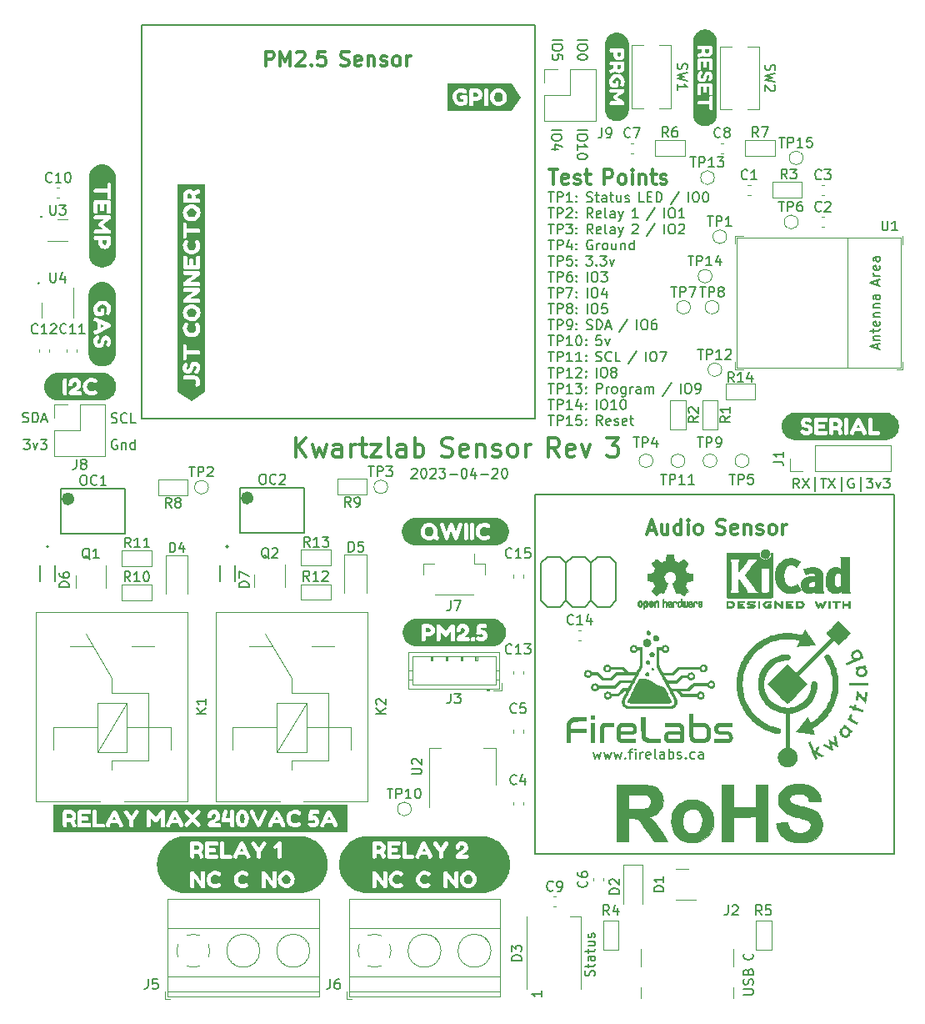
<source format=gbr>
%TF.GenerationSoftware,KiCad,Pcbnew,(7.0.0-0)*%
%TF.CreationDate,2023-04-23T09:26:16-04:00*%
%TF.ProjectId,KwartzLab-SensorBoard-Rev3,4b776172-747a-44c6-9162-2d53656e736f,3*%
%TF.SameCoordinates,Original*%
%TF.FileFunction,Legend,Top*%
%TF.FilePolarity,Positive*%
%FSLAX46Y46*%
G04 Gerber Fmt 4.6, Leading zero omitted, Abs format (unit mm)*
G04 Created by KiCad (PCBNEW (7.0.0-0)) date 2023-04-23 09:26:16*
%MOMM*%
%LPD*%
G01*
G04 APERTURE LIST*
%ADD10C,0.150000*%
%ADD11C,0.300000*%
%ADD12C,0.380000*%
%ADD13C,0.120000*%
%ADD14C,0.010000*%
%ADD15C,0.127000*%
%ADD16C,0.200000*%
%ADD17C,0.635000*%
%ADD18C,0.152400*%
G04 APERTURE END LIST*
D10*
X102550000Y-59400000D02*
X142550000Y-59400000D01*
X142550000Y-59400000D02*
X142550000Y-99400000D01*
X142550000Y-99400000D02*
X102550000Y-99400000D01*
X102550000Y-99400000D02*
X102550000Y-59400000D01*
D11*
X115157142Y-63573571D02*
X115157142Y-62073571D01*
X115157142Y-62073571D02*
X115728571Y-62073571D01*
X115728571Y-62073571D02*
X115871428Y-62145000D01*
X115871428Y-62145000D02*
X115942857Y-62216428D01*
X115942857Y-62216428D02*
X116014285Y-62359285D01*
X116014285Y-62359285D02*
X116014285Y-62573571D01*
X116014285Y-62573571D02*
X115942857Y-62716428D01*
X115942857Y-62716428D02*
X115871428Y-62787857D01*
X115871428Y-62787857D02*
X115728571Y-62859285D01*
X115728571Y-62859285D02*
X115157142Y-62859285D01*
X116657142Y-63573571D02*
X116657142Y-62073571D01*
X116657142Y-62073571D02*
X117157142Y-63145000D01*
X117157142Y-63145000D02*
X117657142Y-62073571D01*
X117657142Y-62073571D02*
X117657142Y-63573571D01*
X118300000Y-62216428D02*
X118371428Y-62145000D01*
X118371428Y-62145000D02*
X118514286Y-62073571D01*
X118514286Y-62073571D02*
X118871428Y-62073571D01*
X118871428Y-62073571D02*
X119014286Y-62145000D01*
X119014286Y-62145000D02*
X119085714Y-62216428D01*
X119085714Y-62216428D02*
X119157143Y-62359285D01*
X119157143Y-62359285D02*
X119157143Y-62502142D01*
X119157143Y-62502142D02*
X119085714Y-62716428D01*
X119085714Y-62716428D02*
X118228571Y-63573571D01*
X118228571Y-63573571D02*
X119157143Y-63573571D01*
X119799999Y-63430714D02*
X119871428Y-63502142D01*
X119871428Y-63502142D02*
X119799999Y-63573571D01*
X119799999Y-63573571D02*
X119728571Y-63502142D01*
X119728571Y-63502142D02*
X119799999Y-63430714D01*
X119799999Y-63430714D02*
X119799999Y-63573571D01*
X121228571Y-62073571D02*
X120514285Y-62073571D01*
X120514285Y-62073571D02*
X120442857Y-62787857D01*
X120442857Y-62787857D02*
X120514285Y-62716428D01*
X120514285Y-62716428D02*
X120657143Y-62645000D01*
X120657143Y-62645000D02*
X121014285Y-62645000D01*
X121014285Y-62645000D02*
X121157143Y-62716428D01*
X121157143Y-62716428D02*
X121228571Y-62787857D01*
X121228571Y-62787857D02*
X121300000Y-62930714D01*
X121300000Y-62930714D02*
X121300000Y-63287857D01*
X121300000Y-63287857D02*
X121228571Y-63430714D01*
X121228571Y-63430714D02*
X121157143Y-63502142D01*
X121157143Y-63502142D02*
X121014285Y-63573571D01*
X121014285Y-63573571D02*
X120657143Y-63573571D01*
X120657143Y-63573571D02*
X120514285Y-63502142D01*
X120514285Y-63502142D02*
X120442857Y-63430714D01*
X122771428Y-63502142D02*
X122985714Y-63573571D01*
X122985714Y-63573571D02*
X123342856Y-63573571D01*
X123342856Y-63573571D02*
X123485714Y-63502142D01*
X123485714Y-63502142D02*
X123557142Y-63430714D01*
X123557142Y-63430714D02*
X123628571Y-63287857D01*
X123628571Y-63287857D02*
X123628571Y-63145000D01*
X123628571Y-63145000D02*
X123557142Y-63002142D01*
X123557142Y-63002142D02*
X123485714Y-62930714D01*
X123485714Y-62930714D02*
X123342856Y-62859285D01*
X123342856Y-62859285D02*
X123057142Y-62787857D01*
X123057142Y-62787857D02*
X122914285Y-62716428D01*
X122914285Y-62716428D02*
X122842856Y-62645000D01*
X122842856Y-62645000D02*
X122771428Y-62502142D01*
X122771428Y-62502142D02*
X122771428Y-62359285D01*
X122771428Y-62359285D02*
X122842856Y-62216428D01*
X122842856Y-62216428D02*
X122914285Y-62145000D01*
X122914285Y-62145000D02*
X123057142Y-62073571D01*
X123057142Y-62073571D02*
X123414285Y-62073571D01*
X123414285Y-62073571D02*
X123628571Y-62145000D01*
X124842856Y-63502142D02*
X124699999Y-63573571D01*
X124699999Y-63573571D02*
X124414285Y-63573571D01*
X124414285Y-63573571D02*
X124271427Y-63502142D01*
X124271427Y-63502142D02*
X124199999Y-63359285D01*
X124199999Y-63359285D02*
X124199999Y-62787857D01*
X124199999Y-62787857D02*
X124271427Y-62645000D01*
X124271427Y-62645000D02*
X124414285Y-62573571D01*
X124414285Y-62573571D02*
X124699999Y-62573571D01*
X124699999Y-62573571D02*
X124842856Y-62645000D01*
X124842856Y-62645000D02*
X124914285Y-62787857D01*
X124914285Y-62787857D02*
X124914285Y-62930714D01*
X124914285Y-62930714D02*
X124199999Y-63073571D01*
X125557141Y-62573571D02*
X125557141Y-63573571D01*
X125557141Y-62716428D02*
X125628570Y-62645000D01*
X125628570Y-62645000D02*
X125771427Y-62573571D01*
X125771427Y-62573571D02*
X125985713Y-62573571D01*
X125985713Y-62573571D02*
X126128570Y-62645000D01*
X126128570Y-62645000D02*
X126199999Y-62787857D01*
X126199999Y-62787857D02*
X126199999Y-63573571D01*
X126842856Y-63502142D02*
X126985713Y-63573571D01*
X126985713Y-63573571D02*
X127271427Y-63573571D01*
X127271427Y-63573571D02*
X127414284Y-63502142D01*
X127414284Y-63502142D02*
X127485713Y-63359285D01*
X127485713Y-63359285D02*
X127485713Y-63287857D01*
X127485713Y-63287857D02*
X127414284Y-63145000D01*
X127414284Y-63145000D02*
X127271427Y-63073571D01*
X127271427Y-63073571D02*
X127057142Y-63073571D01*
X127057142Y-63073571D02*
X126914284Y-63002142D01*
X126914284Y-63002142D02*
X126842856Y-62859285D01*
X126842856Y-62859285D02*
X126842856Y-62787857D01*
X126842856Y-62787857D02*
X126914284Y-62645000D01*
X126914284Y-62645000D02*
X127057142Y-62573571D01*
X127057142Y-62573571D02*
X127271427Y-62573571D01*
X127271427Y-62573571D02*
X127414284Y-62645000D01*
X128342856Y-63573571D02*
X128199999Y-63502142D01*
X128199999Y-63502142D02*
X128128570Y-63430714D01*
X128128570Y-63430714D02*
X128057142Y-63287857D01*
X128057142Y-63287857D02*
X128057142Y-62859285D01*
X128057142Y-62859285D02*
X128128570Y-62716428D01*
X128128570Y-62716428D02*
X128199999Y-62645000D01*
X128199999Y-62645000D02*
X128342856Y-62573571D01*
X128342856Y-62573571D02*
X128557142Y-62573571D01*
X128557142Y-62573571D02*
X128699999Y-62645000D01*
X128699999Y-62645000D02*
X128771428Y-62716428D01*
X128771428Y-62716428D02*
X128842856Y-62859285D01*
X128842856Y-62859285D02*
X128842856Y-63287857D01*
X128842856Y-63287857D02*
X128771428Y-63430714D01*
X128771428Y-63430714D02*
X128699999Y-63502142D01*
X128699999Y-63502142D02*
X128557142Y-63573571D01*
X128557142Y-63573571D02*
X128342856Y-63573571D01*
X129485713Y-63573571D02*
X129485713Y-62573571D01*
X129485713Y-62859285D02*
X129557142Y-62716428D01*
X129557142Y-62716428D02*
X129628571Y-62645000D01*
X129628571Y-62645000D02*
X129771428Y-62573571D01*
X129771428Y-62573571D02*
X129914285Y-62573571D01*
D10*
X146817619Y-70042765D02*
X147817619Y-70042765D01*
X147817619Y-70709431D02*
X147817619Y-70899907D01*
X147817619Y-70899907D02*
X147770000Y-70995145D01*
X147770000Y-70995145D02*
X147674761Y-71090383D01*
X147674761Y-71090383D02*
X147484285Y-71138002D01*
X147484285Y-71138002D02*
X147150952Y-71138002D01*
X147150952Y-71138002D02*
X146960476Y-71090383D01*
X146960476Y-71090383D02*
X146865238Y-70995145D01*
X146865238Y-70995145D02*
X146817619Y-70899907D01*
X146817619Y-70899907D02*
X146817619Y-70709431D01*
X146817619Y-70709431D02*
X146865238Y-70614193D01*
X146865238Y-70614193D02*
X146960476Y-70518955D01*
X146960476Y-70518955D02*
X147150952Y-70471336D01*
X147150952Y-70471336D02*
X147484285Y-70471336D01*
X147484285Y-70471336D02*
X147674761Y-70518955D01*
X147674761Y-70518955D02*
X147770000Y-70614193D01*
X147770000Y-70614193D02*
X147817619Y-70709431D01*
X146817619Y-72090383D02*
X146817619Y-71518955D01*
X146817619Y-71804669D02*
X147817619Y-71804669D01*
X147817619Y-71804669D02*
X147674761Y-71709431D01*
X147674761Y-71709431D02*
X147579523Y-71614193D01*
X147579523Y-71614193D02*
X147531904Y-71518955D01*
X147817619Y-72709431D02*
X147817619Y-72804669D01*
X147817619Y-72804669D02*
X147770000Y-72899907D01*
X147770000Y-72899907D02*
X147722380Y-72947526D01*
X147722380Y-72947526D02*
X147627142Y-72995145D01*
X147627142Y-72995145D02*
X147436666Y-73042764D01*
X147436666Y-73042764D02*
X147198571Y-73042764D01*
X147198571Y-73042764D02*
X147008095Y-72995145D01*
X147008095Y-72995145D02*
X146912857Y-72947526D01*
X146912857Y-72947526D02*
X146865238Y-72899907D01*
X146865238Y-72899907D02*
X146817619Y-72804669D01*
X146817619Y-72804669D02*
X146817619Y-72709431D01*
X146817619Y-72709431D02*
X146865238Y-72614193D01*
X146865238Y-72614193D02*
X146912857Y-72566574D01*
X146912857Y-72566574D02*
X147008095Y-72518955D01*
X147008095Y-72518955D02*
X147198571Y-72471336D01*
X147198571Y-72471336D02*
X147436666Y-72471336D01*
X147436666Y-72471336D02*
X147627142Y-72518955D01*
X147627142Y-72518955D02*
X147722380Y-72566574D01*
X147722380Y-72566574D02*
X147770000Y-72614193D01*
X147770000Y-72614193D02*
X147817619Y-72709431D01*
X90480476Y-99694771D02*
X90623333Y-99742390D01*
X90623333Y-99742390D02*
X90861428Y-99742390D01*
X90861428Y-99742390D02*
X90956666Y-99694771D01*
X90956666Y-99694771D02*
X91004285Y-99647152D01*
X91004285Y-99647152D02*
X91051904Y-99551914D01*
X91051904Y-99551914D02*
X91051904Y-99456676D01*
X91051904Y-99456676D02*
X91004285Y-99361438D01*
X91004285Y-99361438D02*
X90956666Y-99313819D01*
X90956666Y-99313819D02*
X90861428Y-99266200D01*
X90861428Y-99266200D02*
X90670952Y-99218581D01*
X90670952Y-99218581D02*
X90575714Y-99170962D01*
X90575714Y-99170962D02*
X90528095Y-99123343D01*
X90528095Y-99123343D02*
X90480476Y-99028105D01*
X90480476Y-99028105D02*
X90480476Y-98932867D01*
X90480476Y-98932867D02*
X90528095Y-98837629D01*
X90528095Y-98837629D02*
X90575714Y-98790010D01*
X90575714Y-98790010D02*
X90670952Y-98742390D01*
X90670952Y-98742390D02*
X90909047Y-98742390D01*
X90909047Y-98742390D02*
X91051904Y-98790010D01*
X91480476Y-99742390D02*
X91480476Y-98742390D01*
X91480476Y-98742390D02*
X91718571Y-98742390D01*
X91718571Y-98742390D02*
X91861428Y-98790010D01*
X91861428Y-98790010D02*
X91956666Y-98885248D01*
X91956666Y-98885248D02*
X92004285Y-98980486D01*
X92004285Y-98980486D02*
X92051904Y-99170962D01*
X92051904Y-99170962D02*
X92051904Y-99313819D01*
X92051904Y-99313819D02*
X92004285Y-99504295D01*
X92004285Y-99504295D02*
X91956666Y-99599533D01*
X91956666Y-99599533D02*
X91861428Y-99694771D01*
X91861428Y-99694771D02*
X91718571Y-99742390D01*
X91718571Y-99742390D02*
X91480476Y-99742390D01*
X92432857Y-99456676D02*
X92909047Y-99456676D01*
X92337619Y-99742390D02*
X92670952Y-98742390D01*
X92670952Y-98742390D02*
X93004285Y-99742390D01*
X163692380Y-157861904D02*
X164501904Y-157861904D01*
X164501904Y-157861904D02*
X164597142Y-157814285D01*
X164597142Y-157814285D02*
X164644761Y-157766666D01*
X164644761Y-157766666D02*
X164692380Y-157671428D01*
X164692380Y-157671428D02*
X164692380Y-157480952D01*
X164692380Y-157480952D02*
X164644761Y-157385714D01*
X164644761Y-157385714D02*
X164597142Y-157338095D01*
X164597142Y-157338095D02*
X164501904Y-157290476D01*
X164501904Y-157290476D02*
X163692380Y-157290476D01*
X164644761Y-156861904D02*
X164692380Y-156719047D01*
X164692380Y-156719047D02*
X164692380Y-156480952D01*
X164692380Y-156480952D02*
X164644761Y-156385714D01*
X164644761Y-156385714D02*
X164597142Y-156338095D01*
X164597142Y-156338095D02*
X164501904Y-156290476D01*
X164501904Y-156290476D02*
X164406666Y-156290476D01*
X164406666Y-156290476D02*
X164311428Y-156338095D01*
X164311428Y-156338095D02*
X164263809Y-156385714D01*
X164263809Y-156385714D02*
X164216190Y-156480952D01*
X164216190Y-156480952D02*
X164168571Y-156671428D01*
X164168571Y-156671428D02*
X164120952Y-156766666D01*
X164120952Y-156766666D02*
X164073333Y-156814285D01*
X164073333Y-156814285D02*
X163978095Y-156861904D01*
X163978095Y-156861904D02*
X163882857Y-156861904D01*
X163882857Y-156861904D02*
X163787619Y-156814285D01*
X163787619Y-156814285D02*
X163740000Y-156766666D01*
X163740000Y-156766666D02*
X163692380Y-156671428D01*
X163692380Y-156671428D02*
X163692380Y-156433333D01*
X163692380Y-156433333D02*
X163740000Y-156290476D01*
X164168571Y-155528571D02*
X164216190Y-155385714D01*
X164216190Y-155385714D02*
X164263809Y-155338095D01*
X164263809Y-155338095D02*
X164359047Y-155290476D01*
X164359047Y-155290476D02*
X164501904Y-155290476D01*
X164501904Y-155290476D02*
X164597142Y-155338095D01*
X164597142Y-155338095D02*
X164644761Y-155385714D01*
X164644761Y-155385714D02*
X164692380Y-155480952D01*
X164692380Y-155480952D02*
X164692380Y-155861904D01*
X164692380Y-155861904D02*
X163692380Y-155861904D01*
X163692380Y-155861904D02*
X163692380Y-155528571D01*
X163692380Y-155528571D02*
X163740000Y-155433333D01*
X163740000Y-155433333D02*
X163787619Y-155385714D01*
X163787619Y-155385714D02*
X163882857Y-155338095D01*
X163882857Y-155338095D02*
X163978095Y-155338095D01*
X163978095Y-155338095D02*
X164073333Y-155385714D01*
X164073333Y-155385714D02*
X164120952Y-155433333D01*
X164120952Y-155433333D02*
X164168571Y-155528571D01*
X164168571Y-155528571D02*
X164168571Y-155861904D01*
X164597142Y-153690476D02*
X164644761Y-153738095D01*
X164644761Y-153738095D02*
X164692380Y-153880952D01*
X164692380Y-153880952D02*
X164692380Y-153976190D01*
X164692380Y-153976190D02*
X164644761Y-154119047D01*
X164644761Y-154119047D02*
X164549523Y-154214285D01*
X164549523Y-154214285D02*
X164454285Y-154261904D01*
X164454285Y-154261904D02*
X164263809Y-154309523D01*
X164263809Y-154309523D02*
X164120952Y-154309523D01*
X164120952Y-154309523D02*
X163930476Y-154261904D01*
X163930476Y-154261904D02*
X163835238Y-154214285D01*
X163835238Y-154214285D02*
X163740000Y-154119047D01*
X163740000Y-154119047D02*
X163692380Y-153976190D01*
X163692380Y-153976190D02*
X163692380Y-153880952D01*
X163692380Y-153880952D02*
X163740000Y-153738095D01*
X163740000Y-153738095D02*
X163787619Y-153690476D01*
D11*
X154018642Y-110679144D02*
X154732928Y-110679144D01*
X153875785Y-111107715D02*
X154375785Y-109607715D01*
X154375785Y-109607715D02*
X154875785Y-111107715D01*
X156018642Y-110107715D02*
X156018642Y-111107715D01*
X155375784Y-110107715D02*
X155375784Y-110893429D01*
X155375784Y-110893429D02*
X155447213Y-111036286D01*
X155447213Y-111036286D02*
X155590070Y-111107715D01*
X155590070Y-111107715D02*
X155804356Y-111107715D01*
X155804356Y-111107715D02*
X155947213Y-111036286D01*
X155947213Y-111036286D02*
X156018642Y-110964858D01*
X157375785Y-111107715D02*
X157375785Y-109607715D01*
X157375785Y-111036286D02*
X157232927Y-111107715D01*
X157232927Y-111107715D02*
X156947213Y-111107715D01*
X156947213Y-111107715D02*
X156804356Y-111036286D01*
X156804356Y-111036286D02*
X156732927Y-110964858D01*
X156732927Y-110964858D02*
X156661499Y-110822001D01*
X156661499Y-110822001D02*
X156661499Y-110393429D01*
X156661499Y-110393429D02*
X156732927Y-110250572D01*
X156732927Y-110250572D02*
X156804356Y-110179144D01*
X156804356Y-110179144D02*
X156947213Y-110107715D01*
X156947213Y-110107715D02*
X157232927Y-110107715D01*
X157232927Y-110107715D02*
X157375785Y-110179144D01*
X158090070Y-111107715D02*
X158090070Y-110107715D01*
X158090070Y-109607715D02*
X158018642Y-109679144D01*
X158018642Y-109679144D02*
X158090070Y-109750572D01*
X158090070Y-109750572D02*
X158161499Y-109679144D01*
X158161499Y-109679144D02*
X158090070Y-109607715D01*
X158090070Y-109607715D02*
X158090070Y-109750572D01*
X159018642Y-111107715D02*
X158875785Y-111036286D01*
X158875785Y-111036286D02*
X158804356Y-110964858D01*
X158804356Y-110964858D02*
X158732928Y-110822001D01*
X158732928Y-110822001D02*
X158732928Y-110393429D01*
X158732928Y-110393429D02*
X158804356Y-110250572D01*
X158804356Y-110250572D02*
X158875785Y-110179144D01*
X158875785Y-110179144D02*
X159018642Y-110107715D01*
X159018642Y-110107715D02*
X159232928Y-110107715D01*
X159232928Y-110107715D02*
X159375785Y-110179144D01*
X159375785Y-110179144D02*
X159447214Y-110250572D01*
X159447214Y-110250572D02*
X159518642Y-110393429D01*
X159518642Y-110393429D02*
X159518642Y-110822001D01*
X159518642Y-110822001D02*
X159447214Y-110964858D01*
X159447214Y-110964858D02*
X159375785Y-111036286D01*
X159375785Y-111036286D02*
X159232928Y-111107715D01*
X159232928Y-111107715D02*
X159018642Y-111107715D01*
X160990071Y-111036286D02*
X161204357Y-111107715D01*
X161204357Y-111107715D02*
X161561499Y-111107715D01*
X161561499Y-111107715D02*
X161704357Y-111036286D01*
X161704357Y-111036286D02*
X161775785Y-110964858D01*
X161775785Y-110964858D02*
X161847214Y-110822001D01*
X161847214Y-110822001D02*
X161847214Y-110679144D01*
X161847214Y-110679144D02*
X161775785Y-110536286D01*
X161775785Y-110536286D02*
X161704357Y-110464858D01*
X161704357Y-110464858D02*
X161561499Y-110393429D01*
X161561499Y-110393429D02*
X161275785Y-110322001D01*
X161275785Y-110322001D02*
X161132928Y-110250572D01*
X161132928Y-110250572D02*
X161061499Y-110179144D01*
X161061499Y-110179144D02*
X160990071Y-110036286D01*
X160990071Y-110036286D02*
X160990071Y-109893429D01*
X160990071Y-109893429D02*
X161061499Y-109750572D01*
X161061499Y-109750572D02*
X161132928Y-109679144D01*
X161132928Y-109679144D02*
X161275785Y-109607715D01*
X161275785Y-109607715D02*
X161632928Y-109607715D01*
X161632928Y-109607715D02*
X161847214Y-109679144D01*
X163061499Y-111036286D02*
X162918642Y-111107715D01*
X162918642Y-111107715D02*
X162632928Y-111107715D01*
X162632928Y-111107715D02*
X162490070Y-111036286D01*
X162490070Y-111036286D02*
X162418642Y-110893429D01*
X162418642Y-110893429D02*
X162418642Y-110322001D01*
X162418642Y-110322001D02*
X162490070Y-110179144D01*
X162490070Y-110179144D02*
X162632928Y-110107715D01*
X162632928Y-110107715D02*
X162918642Y-110107715D01*
X162918642Y-110107715D02*
X163061499Y-110179144D01*
X163061499Y-110179144D02*
X163132928Y-110322001D01*
X163132928Y-110322001D02*
X163132928Y-110464858D01*
X163132928Y-110464858D02*
X162418642Y-110607715D01*
X163775784Y-110107715D02*
X163775784Y-111107715D01*
X163775784Y-110250572D02*
X163847213Y-110179144D01*
X163847213Y-110179144D02*
X163990070Y-110107715D01*
X163990070Y-110107715D02*
X164204356Y-110107715D01*
X164204356Y-110107715D02*
X164347213Y-110179144D01*
X164347213Y-110179144D02*
X164418642Y-110322001D01*
X164418642Y-110322001D02*
X164418642Y-111107715D01*
X165061499Y-111036286D02*
X165204356Y-111107715D01*
X165204356Y-111107715D02*
X165490070Y-111107715D01*
X165490070Y-111107715D02*
X165632927Y-111036286D01*
X165632927Y-111036286D02*
X165704356Y-110893429D01*
X165704356Y-110893429D02*
X165704356Y-110822001D01*
X165704356Y-110822001D02*
X165632927Y-110679144D01*
X165632927Y-110679144D02*
X165490070Y-110607715D01*
X165490070Y-110607715D02*
X165275785Y-110607715D01*
X165275785Y-110607715D02*
X165132927Y-110536286D01*
X165132927Y-110536286D02*
X165061499Y-110393429D01*
X165061499Y-110393429D02*
X165061499Y-110322001D01*
X165061499Y-110322001D02*
X165132927Y-110179144D01*
X165132927Y-110179144D02*
X165275785Y-110107715D01*
X165275785Y-110107715D02*
X165490070Y-110107715D01*
X165490070Y-110107715D02*
X165632927Y-110179144D01*
X166561499Y-111107715D02*
X166418642Y-111036286D01*
X166418642Y-111036286D02*
X166347213Y-110964858D01*
X166347213Y-110964858D02*
X166275785Y-110822001D01*
X166275785Y-110822001D02*
X166275785Y-110393429D01*
X166275785Y-110393429D02*
X166347213Y-110250572D01*
X166347213Y-110250572D02*
X166418642Y-110179144D01*
X166418642Y-110179144D02*
X166561499Y-110107715D01*
X166561499Y-110107715D02*
X166775785Y-110107715D01*
X166775785Y-110107715D02*
X166918642Y-110179144D01*
X166918642Y-110179144D02*
X166990071Y-110250572D01*
X166990071Y-110250572D02*
X167061499Y-110393429D01*
X167061499Y-110393429D02*
X167061499Y-110822001D01*
X167061499Y-110822001D02*
X166990071Y-110964858D01*
X166990071Y-110964858D02*
X166918642Y-111036286D01*
X166918642Y-111036286D02*
X166775785Y-111107715D01*
X166775785Y-111107715D02*
X166561499Y-111107715D01*
X167704356Y-111107715D02*
X167704356Y-110107715D01*
X167704356Y-110393429D02*
X167775785Y-110250572D01*
X167775785Y-110250572D02*
X167847214Y-110179144D01*
X167847214Y-110179144D02*
X167990071Y-110107715D01*
X167990071Y-110107715D02*
X168132928Y-110107715D01*
D10*
X144277619Y-60903162D02*
X145277619Y-60903162D01*
X145277619Y-61569828D02*
X145277619Y-61760304D01*
X145277619Y-61760304D02*
X145230000Y-61855542D01*
X145230000Y-61855542D02*
X145134761Y-61950780D01*
X145134761Y-61950780D02*
X144944285Y-61998399D01*
X144944285Y-61998399D02*
X144610952Y-61998399D01*
X144610952Y-61998399D02*
X144420476Y-61950780D01*
X144420476Y-61950780D02*
X144325238Y-61855542D01*
X144325238Y-61855542D02*
X144277619Y-61760304D01*
X144277619Y-61760304D02*
X144277619Y-61569828D01*
X144277619Y-61569828D02*
X144325238Y-61474590D01*
X144325238Y-61474590D02*
X144420476Y-61379352D01*
X144420476Y-61379352D02*
X144610952Y-61331733D01*
X144610952Y-61331733D02*
X144944285Y-61331733D01*
X144944285Y-61331733D02*
X145134761Y-61379352D01*
X145134761Y-61379352D02*
X145230000Y-61474590D01*
X145230000Y-61474590D02*
X145277619Y-61569828D01*
X145277619Y-62903161D02*
X145277619Y-62426971D01*
X145277619Y-62426971D02*
X144801428Y-62379352D01*
X144801428Y-62379352D02*
X144849047Y-62426971D01*
X144849047Y-62426971D02*
X144896666Y-62522209D01*
X144896666Y-62522209D02*
X144896666Y-62760304D01*
X144896666Y-62760304D02*
X144849047Y-62855542D01*
X144849047Y-62855542D02*
X144801428Y-62903161D01*
X144801428Y-62903161D02*
X144706190Y-62950780D01*
X144706190Y-62950780D02*
X144468095Y-62950780D01*
X144468095Y-62950780D02*
X144372857Y-62903161D01*
X144372857Y-62903161D02*
X144325238Y-62855542D01*
X144325238Y-62855542D02*
X144277619Y-62760304D01*
X144277619Y-62760304D02*
X144277619Y-62522209D01*
X144277619Y-62522209D02*
X144325238Y-62426971D01*
X144325238Y-62426971D02*
X144372857Y-62379352D01*
D12*
X118182857Y-103236523D02*
X118182857Y-101336523D01*
X119268572Y-103236523D02*
X118454286Y-102150809D01*
X119268572Y-101336523D02*
X118182857Y-102422238D01*
X119901905Y-101969857D02*
X120263810Y-103236523D01*
X120263810Y-103236523D02*
X120625715Y-102331761D01*
X120625715Y-102331761D02*
X120987619Y-103236523D01*
X120987619Y-103236523D02*
X121349524Y-101969857D01*
X122887619Y-103236523D02*
X122887619Y-102241285D01*
X122887619Y-102241285D02*
X122797143Y-102060333D01*
X122797143Y-102060333D02*
X122616191Y-101969857D01*
X122616191Y-101969857D02*
X122254286Y-101969857D01*
X122254286Y-101969857D02*
X122073333Y-102060333D01*
X122887619Y-103146047D02*
X122706667Y-103236523D01*
X122706667Y-103236523D02*
X122254286Y-103236523D01*
X122254286Y-103236523D02*
X122073333Y-103146047D01*
X122073333Y-103146047D02*
X121982857Y-102965095D01*
X121982857Y-102965095D02*
X121982857Y-102784142D01*
X121982857Y-102784142D02*
X122073333Y-102603190D01*
X122073333Y-102603190D02*
X122254286Y-102512714D01*
X122254286Y-102512714D02*
X122706667Y-102512714D01*
X122706667Y-102512714D02*
X122887619Y-102422238D01*
X123792381Y-103236523D02*
X123792381Y-101969857D01*
X123792381Y-102331761D02*
X123882858Y-102150809D01*
X123882858Y-102150809D02*
X123973334Y-102060333D01*
X123973334Y-102060333D02*
X124154286Y-101969857D01*
X124154286Y-101969857D02*
X124335239Y-101969857D01*
X124697143Y-101969857D02*
X125420952Y-101969857D01*
X124968571Y-101336523D02*
X124968571Y-102965095D01*
X124968571Y-102965095D02*
X125059048Y-103146047D01*
X125059048Y-103146047D02*
X125240000Y-103236523D01*
X125240000Y-103236523D02*
X125420952Y-103236523D01*
X125873333Y-101969857D02*
X126868571Y-101969857D01*
X126868571Y-101969857D02*
X125873333Y-103236523D01*
X125873333Y-103236523D02*
X126868571Y-103236523D01*
X127863809Y-103236523D02*
X127682857Y-103146047D01*
X127682857Y-103146047D02*
X127592380Y-102965095D01*
X127592380Y-102965095D02*
X127592380Y-101336523D01*
X129401904Y-103236523D02*
X129401904Y-102241285D01*
X129401904Y-102241285D02*
X129311428Y-102060333D01*
X129311428Y-102060333D02*
X129130476Y-101969857D01*
X129130476Y-101969857D02*
X128768571Y-101969857D01*
X128768571Y-101969857D02*
X128587618Y-102060333D01*
X129401904Y-103146047D02*
X129220952Y-103236523D01*
X129220952Y-103236523D02*
X128768571Y-103236523D01*
X128768571Y-103236523D02*
X128587618Y-103146047D01*
X128587618Y-103146047D02*
X128497142Y-102965095D01*
X128497142Y-102965095D02*
X128497142Y-102784142D01*
X128497142Y-102784142D02*
X128587618Y-102603190D01*
X128587618Y-102603190D02*
X128768571Y-102512714D01*
X128768571Y-102512714D02*
X129220952Y-102512714D01*
X129220952Y-102512714D02*
X129401904Y-102422238D01*
X130306666Y-103236523D02*
X130306666Y-101336523D01*
X130306666Y-102060333D02*
X130487619Y-101969857D01*
X130487619Y-101969857D02*
X130849524Y-101969857D01*
X130849524Y-101969857D02*
X131030476Y-102060333D01*
X131030476Y-102060333D02*
X131120952Y-102150809D01*
X131120952Y-102150809D02*
X131211428Y-102331761D01*
X131211428Y-102331761D02*
X131211428Y-102874619D01*
X131211428Y-102874619D02*
X131120952Y-103055571D01*
X131120952Y-103055571D02*
X131030476Y-103146047D01*
X131030476Y-103146047D02*
X130849524Y-103236523D01*
X130849524Y-103236523D02*
X130487619Y-103236523D01*
X130487619Y-103236523D02*
X130306666Y-103146047D01*
X133075238Y-103146047D02*
X133346667Y-103236523D01*
X133346667Y-103236523D02*
X133799048Y-103236523D01*
X133799048Y-103236523D02*
X133980000Y-103146047D01*
X133980000Y-103146047D02*
X134070476Y-103055571D01*
X134070476Y-103055571D02*
X134160953Y-102874619D01*
X134160953Y-102874619D02*
X134160953Y-102693666D01*
X134160953Y-102693666D02*
X134070476Y-102512714D01*
X134070476Y-102512714D02*
X133980000Y-102422238D01*
X133980000Y-102422238D02*
X133799048Y-102331761D01*
X133799048Y-102331761D02*
X133437143Y-102241285D01*
X133437143Y-102241285D02*
X133256191Y-102150809D01*
X133256191Y-102150809D02*
X133165714Y-102060333D01*
X133165714Y-102060333D02*
X133075238Y-101879380D01*
X133075238Y-101879380D02*
X133075238Y-101698428D01*
X133075238Y-101698428D02*
X133165714Y-101517476D01*
X133165714Y-101517476D02*
X133256191Y-101427000D01*
X133256191Y-101427000D02*
X133437143Y-101336523D01*
X133437143Y-101336523D02*
X133889524Y-101336523D01*
X133889524Y-101336523D02*
X134160953Y-101427000D01*
X135699048Y-103146047D02*
X135518096Y-103236523D01*
X135518096Y-103236523D02*
X135156191Y-103236523D01*
X135156191Y-103236523D02*
X134975238Y-103146047D01*
X134975238Y-103146047D02*
X134884762Y-102965095D01*
X134884762Y-102965095D02*
X134884762Y-102241285D01*
X134884762Y-102241285D02*
X134975238Y-102060333D01*
X134975238Y-102060333D02*
X135156191Y-101969857D01*
X135156191Y-101969857D02*
X135518096Y-101969857D01*
X135518096Y-101969857D02*
X135699048Y-102060333D01*
X135699048Y-102060333D02*
X135789524Y-102241285D01*
X135789524Y-102241285D02*
X135789524Y-102422238D01*
X135789524Y-102422238D02*
X134884762Y-102603190D01*
X136603809Y-101969857D02*
X136603809Y-103236523D01*
X136603809Y-102150809D02*
X136694286Y-102060333D01*
X136694286Y-102060333D02*
X136875238Y-101969857D01*
X136875238Y-101969857D02*
X137146667Y-101969857D01*
X137146667Y-101969857D02*
X137327619Y-102060333D01*
X137327619Y-102060333D02*
X137418095Y-102241285D01*
X137418095Y-102241285D02*
X137418095Y-103236523D01*
X138232381Y-103146047D02*
X138413334Y-103236523D01*
X138413334Y-103236523D02*
X138775238Y-103236523D01*
X138775238Y-103236523D02*
X138956191Y-103146047D01*
X138956191Y-103146047D02*
X139046667Y-102965095D01*
X139046667Y-102965095D02*
X139046667Y-102874619D01*
X139046667Y-102874619D02*
X138956191Y-102693666D01*
X138956191Y-102693666D02*
X138775238Y-102603190D01*
X138775238Y-102603190D02*
X138503810Y-102603190D01*
X138503810Y-102603190D02*
X138322857Y-102512714D01*
X138322857Y-102512714D02*
X138232381Y-102331761D01*
X138232381Y-102331761D02*
X138232381Y-102241285D01*
X138232381Y-102241285D02*
X138322857Y-102060333D01*
X138322857Y-102060333D02*
X138503810Y-101969857D01*
X138503810Y-101969857D02*
X138775238Y-101969857D01*
X138775238Y-101969857D02*
X138956191Y-102060333D01*
X140132381Y-103236523D02*
X139951429Y-103146047D01*
X139951429Y-103146047D02*
X139860952Y-103055571D01*
X139860952Y-103055571D02*
X139770476Y-102874619D01*
X139770476Y-102874619D02*
X139770476Y-102331761D01*
X139770476Y-102331761D02*
X139860952Y-102150809D01*
X139860952Y-102150809D02*
X139951429Y-102060333D01*
X139951429Y-102060333D02*
X140132381Y-101969857D01*
X140132381Y-101969857D02*
X140403810Y-101969857D01*
X140403810Y-101969857D02*
X140584762Y-102060333D01*
X140584762Y-102060333D02*
X140675238Y-102150809D01*
X140675238Y-102150809D02*
X140765714Y-102331761D01*
X140765714Y-102331761D02*
X140765714Y-102874619D01*
X140765714Y-102874619D02*
X140675238Y-103055571D01*
X140675238Y-103055571D02*
X140584762Y-103146047D01*
X140584762Y-103146047D02*
X140403810Y-103236523D01*
X140403810Y-103236523D02*
X140132381Y-103236523D01*
X141580000Y-103236523D02*
X141580000Y-101969857D01*
X141580000Y-102331761D02*
X141670477Y-102150809D01*
X141670477Y-102150809D02*
X141760953Y-102060333D01*
X141760953Y-102060333D02*
X141941905Y-101969857D01*
X141941905Y-101969857D02*
X142122858Y-101969857D01*
X144981905Y-103236523D02*
X144348571Y-102331761D01*
X143896190Y-103236523D02*
X143896190Y-101336523D01*
X143896190Y-101336523D02*
X144620000Y-101336523D01*
X144620000Y-101336523D02*
X144800952Y-101427000D01*
X144800952Y-101427000D02*
X144891429Y-101517476D01*
X144891429Y-101517476D02*
X144981905Y-101698428D01*
X144981905Y-101698428D02*
X144981905Y-101969857D01*
X144981905Y-101969857D02*
X144891429Y-102150809D01*
X144891429Y-102150809D02*
X144800952Y-102241285D01*
X144800952Y-102241285D02*
X144620000Y-102331761D01*
X144620000Y-102331761D02*
X143896190Y-102331761D01*
X146520000Y-103146047D02*
X146339048Y-103236523D01*
X146339048Y-103236523D02*
X145977143Y-103236523D01*
X145977143Y-103236523D02*
X145796190Y-103146047D01*
X145796190Y-103146047D02*
X145705714Y-102965095D01*
X145705714Y-102965095D02*
X145705714Y-102241285D01*
X145705714Y-102241285D02*
X145796190Y-102060333D01*
X145796190Y-102060333D02*
X145977143Y-101969857D01*
X145977143Y-101969857D02*
X146339048Y-101969857D01*
X146339048Y-101969857D02*
X146520000Y-102060333D01*
X146520000Y-102060333D02*
X146610476Y-102241285D01*
X146610476Y-102241285D02*
X146610476Y-102422238D01*
X146610476Y-102422238D02*
X145705714Y-102603190D01*
X147243809Y-101969857D02*
X147696190Y-103236523D01*
X147696190Y-103236523D02*
X148148571Y-101969857D01*
X149831428Y-101336523D02*
X151007619Y-101336523D01*
X151007619Y-101336523D02*
X150374285Y-102060333D01*
X150374285Y-102060333D02*
X150645714Y-102060333D01*
X150645714Y-102060333D02*
X150826666Y-102150809D01*
X150826666Y-102150809D02*
X150917142Y-102241285D01*
X150917142Y-102241285D02*
X151007619Y-102422238D01*
X151007619Y-102422238D02*
X151007619Y-102874619D01*
X151007619Y-102874619D02*
X150917142Y-103055571D01*
X150917142Y-103055571D02*
X150826666Y-103146047D01*
X150826666Y-103146047D02*
X150645714Y-103236523D01*
X150645714Y-103236523D02*
X150102857Y-103236523D01*
X150102857Y-103236523D02*
X149921904Y-103146047D01*
X149921904Y-103146047D02*
X149831428Y-103055571D01*
D10*
X148470244Y-133225714D02*
X148660720Y-133892380D01*
X148660720Y-133892380D02*
X148851196Y-133416190D01*
X148851196Y-133416190D02*
X149041672Y-133892380D01*
X149041672Y-133892380D02*
X149232148Y-133225714D01*
X149517863Y-133225714D02*
X149708339Y-133892380D01*
X149708339Y-133892380D02*
X149898815Y-133416190D01*
X149898815Y-133416190D02*
X150089291Y-133892380D01*
X150089291Y-133892380D02*
X150279767Y-133225714D01*
X150565482Y-133225714D02*
X150755958Y-133892380D01*
X150755958Y-133892380D02*
X150946434Y-133416190D01*
X150946434Y-133416190D02*
X151136910Y-133892380D01*
X151136910Y-133892380D02*
X151327386Y-133225714D01*
X151708339Y-133797142D02*
X151755958Y-133844761D01*
X151755958Y-133844761D02*
X151708339Y-133892380D01*
X151708339Y-133892380D02*
X151660720Y-133844761D01*
X151660720Y-133844761D02*
X151708339Y-133797142D01*
X151708339Y-133797142D02*
X151708339Y-133892380D01*
X152041672Y-133225714D02*
X152422624Y-133225714D01*
X152184529Y-133892380D02*
X152184529Y-133035238D01*
X152184529Y-133035238D02*
X152232148Y-132940000D01*
X152232148Y-132940000D02*
X152327386Y-132892380D01*
X152327386Y-132892380D02*
X152422624Y-132892380D01*
X152755958Y-133892380D02*
X152755958Y-133225714D01*
X152755958Y-132892380D02*
X152708339Y-132940000D01*
X152708339Y-132940000D02*
X152755958Y-132987619D01*
X152755958Y-132987619D02*
X152803577Y-132940000D01*
X152803577Y-132940000D02*
X152755958Y-132892380D01*
X152755958Y-132892380D02*
X152755958Y-132987619D01*
X153232148Y-133892380D02*
X153232148Y-133225714D01*
X153232148Y-133416190D02*
X153279767Y-133320952D01*
X153279767Y-133320952D02*
X153327386Y-133273333D01*
X153327386Y-133273333D02*
X153422624Y-133225714D01*
X153422624Y-133225714D02*
X153517862Y-133225714D01*
X154232148Y-133844761D02*
X154136910Y-133892380D01*
X154136910Y-133892380D02*
X153946434Y-133892380D01*
X153946434Y-133892380D02*
X153851196Y-133844761D01*
X153851196Y-133844761D02*
X153803577Y-133749523D01*
X153803577Y-133749523D02*
X153803577Y-133368571D01*
X153803577Y-133368571D02*
X153851196Y-133273333D01*
X153851196Y-133273333D02*
X153946434Y-133225714D01*
X153946434Y-133225714D02*
X154136910Y-133225714D01*
X154136910Y-133225714D02*
X154232148Y-133273333D01*
X154232148Y-133273333D02*
X154279767Y-133368571D01*
X154279767Y-133368571D02*
X154279767Y-133463809D01*
X154279767Y-133463809D02*
X153803577Y-133559047D01*
X154851196Y-133892380D02*
X154755958Y-133844761D01*
X154755958Y-133844761D02*
X154708339Y-133749523D01*
X154708339Y-133749523D02*
X154708339Y-132892380D01*
X155660720Y-133892380D02*
X155660720Y-133368571D01*
X155660720Y-133368571D02*
X155613101Y-133273333D01*
X155613101Y-133273333D02*
X155517863Y-133225714D01*
X155517863Y-133225714D02*
X155327387Y-133225714D01*
X155327387Y-133225714D02*
X155232149Y-133273333D01*
X155660720Y-133844761D02*
X155565482Y-133892380D01*
X155565482Y-133892380D02*
X155327387Y-133892380D01*
X155327387Y-133892380D02*
X155232149Y-133844761D01*
X155232149Y-133844761D02*
X155184530Y-133749523D01*
X155184530Y-133749523D02*
X155184530Y-133654285D01*
X155184530Y-133654285D02*
X155232149Y-133559047D01*
X155232149Y-133559047D02*
X155327387Y-133511428D01*
X155327387Y-133511428D02*
X155565482Y-133511428D01*
X155565482Y-133511428D02*
X155660720Y-133463809D01*
X156136911Y-133892380D02*
X156136911Y-132892380D01*
X156136911Y-133273333D02*
X156232149Y-133225714D01*
X156232149Y-133225714D02*
X156422625Y-133225714D01*
X156422625Y-133225714D02*
X156517863Y-133273333D01*
X156517863Y-133273333D02*
X156565482Y-133320952D01*
X156565482Y-133320952D02*
X156613101Y-133416190D01*
X156613101Y-133416190D02*
X156613101Y-133701904D01*
X156613101Y-133701904D02*
X156565482Y-133797142D01*
X156565482Y-133797142D02*
X156517863Y-133844761D01*
X156517863Y-133844761D02*
X156422625Y-133892380D01*
X156422625Y-133892380D02*
X156232149Y-133892380D01*
X156232149Y-133892380D02*
X156136911Y-133844761D01*
X156994054Y-133844761D02*
X157089292Y-133892380D01*
X157089292Y-133892380D02*
X157279768Y-133892380D01*
X157279768Y-133892380D02*
X157375006Y-133844761D01*
X157375006Y-133844761D02*
X157422625Y-133749523D01*
X157422625Y-133749523D02*
X157422625Y-133701904D01*
X157422625Y-133701904D02*
X157375006Y-133606666D01*
X157375006Y-133606666D02*
X157279768Y-133559047D01*
X157279768Y-133559047D02*
X157136911Y-133559047D01*
X157136911Y-133559047D02*
X157041673Y-133511428D01*
X157041673Y-133511428D02*
X156994054Y-133416190D01*
X156994054Y-133416190D02*
X156994054Y-133368571D01*
X156994054Y-133368571D02*
X157041673Y-133273333D01*
X157041673Y-133273333D02*
X157136911Y-133225714D01*
X157136911Y-133225714D02*
X157279768Y-133225714D01*
X157279768Y-133225714D02*
X157375006Y-133273333D01*
X157851197Y-133797142D02*
X157898816Y-133844761D01*
X157898816Y-133844761D02*
X157851197Y-133892380D01*
X157851197Y-133892380D02*
X157803578Y-133844761D01*
X157803578Y-133844761D02*
X157851197Y-133797142D01*
X157851197Y-133797142D02*
X157851197Y-133892380D01*
X158755958Y-133844761D02*
X158660720Y-133892380D01*
X158660720Y-133892380D02*
X158470244Y-133892380D01*
X158470244Y-133892380D02*
X158375006Y-133844761D01*
X158375006Y-133844761D02*
X158327387Y-133797142D01*
X158327387Y-133797142D02*
X158279768Y-133701904D01*
X158279768Y-133701904D02*
X158279768Y-133416190D01*
X158279768Y-133416190D02*
X158327387Y-133320952D01*
X158327387Y-133320952D02*
X158375006Y-133273333D01*
X158375006Y-133273333D02*
X158470244Y-133225714D01*
X158470244Y-133225714D02*
X158660720Y-133225714D01*
X158660720Y-133225714D02*
X158755958Y-133273333D01*
X159613101Y-133892380D02*
X159613101Y-133368571D01*
X159613101Y-133368571D02*
X159565482Y-133273333D01*
X159565482Y-133273333D02*
X159470244Y-133225714D01*
X159470244Y-133225714D02*
X159279768Y-133225714D01*
X159279768Y-133225714D02*
X159184530Y-133273333D01*
X159613101Y-133844761D02*
X159517863Y-133892380D01*
X159517863Y-133892380D02*
X159279768Y-133892380D01*
X159279768Y-133892380D02*
X159184530Y-133844761D01*
X159184530Y-133844761D02*
X159136911Y-133749523D01*
X159136911Y-133749523D02*
X159136911Y-133654285D01*
X159136911Y-133654285D02*
X159184530Y-133559047D01*
X159184530Y-133559047D02*
X159279768Y-133511428D01*
X159279768Y-133511428D02*
X159517863Y-133511428D01*
X159517863Y-133511428D02*
X159613101Y-133463809D01*
X129990476Y-104527619D02*
X130038095Y-104480000D01*
X130038095Y-104480000D02*
X130133333Y-104432380D01*
X130133333Y-104432380D02*
X130371428Y-104432380D01*
X130371428Y-104432380D02*
X130466666Y-104480000D01*
X130466666Y-104480000D02*
X130514285Y-104527619D01*
X130514285Y-104527619D02*
X130561904Y-104622857D01*
X130561904Y-104622857D02*
X130561904Y-104718095D01*
X130561904Y-104718095D02*
X130514285Y-104860952D01*
X130514285Y-104860952D02*
X129942857Y-105432380D01*
X129942857Y-105432380D02*
X130561904Y-105432380D01*
X131180952Y-104432380D02*
X131276190Y-104432380D01*
X131276190Y-104432380D02*
X131371428Y-104480000D01*
X131371428Y-104480000D02*
X131419047Y-104527619D01*
X131419047Y-104527619D02*
X131466666Y-104622857D01*
X131466666Y-104622857D02*
X131514285Y-104813333D01*
X131514285Y-104813333D02*
X131514285Y-105051428D01*
X131514285Y-105051428D02*
X131466666Y-105241904D01*
X131466666Y-105241904D02*
X131419047Y-105337142D01*
X131419047Y-105337142D02*
X131371428Y-105384761D01*
X131371428Y-105384761D02*
X131276190Y-105432380D01*
X131276190Y-105432380D02*
X131180952Y-105432380D01*
X131180952Y-105432380D02*
X131085714Y-105384761D01*
X131085714Y-105384761D02*
X131038095Y-105337142D01*
X131038095Y-105337142D02*
X130990476Y-105241904D01*
X130990476Y-105241904D02*
X130942857Y-105051428D01*
X130942857Y-105051428D02*
X130942857Y-104813333D01*
X130942857Y-104813333D02*
X130990476Y-104622857D01*
X130990476Y-104622857D02*
X131038095Y-104527619D01*
X131038095Y-104527619D02*
X131085714Y-104480000D01*
X131085714Y-104480000D02*
X131180952Y-104432380D01*
X131895238Y-104527619D02*
X131942857Y-104480000D01*
X131942857Y-104480000D02*
X132038095Y-104432380D01*
X132038095Y-104432380D02*
X132276190Y-104432380D01*
X132276190Y-104432380D02*
X132371428Y-104480000D01*
X132371428Y-104480000D02*
X132419047Y-104527619D01*
X132419047Y-104527619D02*
X132466666Y-104622857D01*
X132466666Y-104622857D02*
X132466666Y-104718095D01*
X132466666Y-104718095D02*
X132419047Y-104860952D01*
X132419047Y-104860952D02*
X131847619Y-105432380D01*
X131847619Y-105432380D02*
X132466666Y-105432380D01*
X132800000Y-104432380D02*
X133419047Y-104432380D01*
X133419047Y-104432380D02*
X133085714Y-104813333D01*
X133085714Y-104813333D02*
X133228571Y-104813333D01*
X133228571Y-104813333D02*
X133323809Y-104860952D01*
X133323809Y-104860952D02*
X133371428Y-104908571D01*
X133371428Y-104908571D02*
X133419047Y-105003809D01*
X133419047Y-105003809D02*
X133419047Y-105241904D01*
X133419047Y-105241904D02*
X133371428Y-105337142D01*
X133371428Y-105337142D02*
X133323809Y-105384761D01*
X133323809Y-105384761D02*
X133228571Y-105432380D01*
X133228571Y-105432380D02*
X132942857Y-105432380D01*
X132942857Y-105432380D02*
X132847619Y-105384761D01*
X132847619Y-105384761D02*
X132800000Y-105337142D01*
X133847619Y-105051428D02*
X134609524Y-105051428D01*
X135276190Y-104432380D02*
X135371428Y-104432380D01*
X135371428Y-104432380D02*
X135466666Y-104480000D01*
X135466666Y-104480000D02*
X135514285Y-104527619D01*
X135514285Y-104527619D02*
X135561904Y-104622857D01*
X135561904Y-104622857D02*
X135609523Y-104813333D01*
X135609523Y-104813333D02*
X135609523Y-105051428D01*
X135609523Y-105051428D02*
X135561904Y-105241904D01*
X135561904Y-105241904D02*
X135514285Y-105337142D01*
X135514285Y-105337142D02*
X135466666Y-105384761D01*
X135466666Y-105384761D02*
X135371428Y-105432380D01*
X135371428Y-105432380D02*
X135276190Y-105432380D01*
X135276190Y-105432380D02*
X135180952Y-105384761D01*
X135180952Y-105384761D02*
X135133333Y-105337142D01*
X135133333Y-105337142D02*
X135085714Y-105241904D01*
X135085714Y-105241904D02*
X135038095Y-105051428D01*
X135038095Y-105051428D02*
X135038095Y-104813333D01*
X135038095Y-104813333D02*
X135085714Y-104622857D01*
X135085714Y-104622857D02*
X135133333Y-104527619D01*
X135133333Y-104527619D02*
X135180952Y-104480000D01*
X135180952Y-104480000D02*
X135276190Y-104432380D01*
X136466666Y-104765714D02*
X136466666Y-105432380D01*
X136228571Y-104384761D02*
X135990476Y-105099047D01*
X135990476Y-105099047D02*
X136609523Y-105099047D01*
X136990476Y-105051428D02*
X137752381Y-105051428D01*
X138180952Y-104527619D02*
X138228571Y-104480000D01*
X138228571Y-104480000D02*
X138323809Y-104432380D01*
X138323809Y-104432380D02*
X138561904Y-104432380D01*
X138561904Y-104432380D02*
X138657142Y-104480000D01*
X138657142Y-104480000D02*
X138704761Y-104527619D01*
X138704761Y-104527619D02*
X138752380Y-104622857D01*
X138752380Y-104622857D02*
X138752380Y-104718095D01*
X138752380Y-104718095D02*
X138704761Y-104860952D01*
X138704761Y-104860952D02*
X138133333Y-105432380D01*
X138133333Y-105432380D02*
X138752380Y-105432380D01*
X139371428Y-104432380D02*
X139466666Y-104432380D01*
X139466666Y-104432380D02*
X139561904Y-104480000D01*
X139561904Y-104480000D02*
X139609523Y-104527619D01*
X139609523Y-104527619D02*
X139657142Y-104622857D01*
X139657142Y-104622857D02*
X139704761Y-104813333D01*
X139704761Y-104813333D02*
X139704761Y-105051428D01*
X139704761Y-105051428D02*
X139657142Y-105241904D01*
X139657142Y-105241904D02*
X139609523Y-105337142D01*
X139609523Y-105337142D02*
X139561904Y-105384761D01*
X139561904Y-105384761D02*
X139466666Y-105432380D01*
X139466666Y-105432380D02*
X139371428Y-105432380D01*
X139371428Y-105432380D02*
X139276190Y-105384761D01*
X139276190Y-105384761D02*
X139228571Y-105337142D01*
X139228571Y-105337142D02*
X139180952Y-105241904D01*
X139180952Y-105241904D02*
X139133333Y-105051428D01*
X139133333Y-105051428D02*
X139133333Y-104813333D01*
X139133333Y-104813333D02*
X139180952Y-104622857D01*
X139180952Y-104622857D02*
X139228571Y-104527619D01*
X139228571Y-104527619D02*
X139276190Y-104480000D01*
X139276190Y-104480000D02*
X139371428Y-104432380D01*
X148534761Y-155959523D02*
X148582380Y-155816666D01*
X148582380Y-155816666D02*
X148582380Y-155578571D01*
X148582380Y-155578571D02*
X148534761Y-155483333D01*
X148534761Y-155483333D02*
X148487142Y-155435714D01*
X148487142Y-155435714D02*
X148391904Y-155388095D01*
X148391904Y-155388095D02*
X148296666Y-155388095D01*
X148296666Y-155388095D02*
X148201428Y-155435714D01*
X148201428Y-155435714D02*
X148153809Y-155483333D01*
X148153809Y-155483333D02*
X148106190Y-155578571D01*
X148106190Y-155578571D02*
X148058571Y-155769047D01*
X148058571Y-155769047D02*
X148010952Y-155864285D01*
X148010952Y-155864285D02*
X147963333Y-155911904D01*
X147963333Y-155911904D02*
X147868095Y-155959523D01*
X147868095Y-155959523D02*
X147772857Y-155959523D01*
X147772857Y-155959523D02*
X147677619Y-155911904D01*
X147677619Y-155911904D02*
X147630000Y-155864285D01*
X147630000Y-155864285D02*
X147582380Y-155769047D01*
X147582380Y-155769047D02*
X147582380Y-155530952D01*
X147582380Y-155530952D02*
X147630000Y-155388095D01*
X147915714Y-155102380D02*
X147915714Y-154721428D01*
X147582380Y-154959523D02*
X148439523Y-154959523D01*
X148439523Y-154959523D02*
X148534761Y-154911904D01*
X148534761Y-154911904D02*
X148582380Y-154816666D01*
X148582380Y-154816666D02*
X148582380Y-154721428D01*
X148582380Y-153959523D02*
X148058571Y-153959523D01*
X148058571Y-153959523D02*
X147963333Y-154007142D01*
X147963333Y-154007142D02*
X147915714Y-154102380D01*
X147915714Y-154102380D02*
X147915714Y-154292856D01*
X147915714Y-154292856D02*
X147963333Y-154388094D01*
X148534761Y-153959523D02*
X148582380Y-154054761D01*
X148582380Y-154054761D02*
X148582380Y-154292856D01*
X148582380Y-154292856D02*
X148534761Y-154388094D01*
X148534761Y-154388094D02*
X148439523Y-154435713D01*
X148439523Y-154435713D02*
X148344285Y-154435713D01*
X148344285Y-154435713D02*
X148249047Y-154388094D01*
X148249047Y-154388094D02*
X148201428Y-154292856D01*
X148201428Y-154292856D02*
X148201428Y-154054761D01*
X148201428Y-154054761D02*
X148153809Y-153959523D01*
X147915714Y-153626189D02*
X147915714Y-153245237D01*
X147582380Y-153483332D02*
X148439523Y-153483332D01*
X148439523Y-153483332D02*
X148534761Y-153435713D01*
X148534761Y-153435713D02*
X148582380Y-153340475D01*
X148582380Y-153340475D02*
X148582380Y-153245237D01*
X147915714Y-152483332D02*
X148582380Y-152483332D01*
X147915714Y-152911903D02*
X148439523Y-152911903D01*
X148439523Y-152911903D02*
X148534761Y-152864284D01*
X148534761Y-152864284D02*
X148582380Y-152769046D01*
X148582380Y-152769046D02*
X148582380Y-152626189D01*
X148582380Y-152626189D02*
X148534761Y-152530951D01*
X148534761Y-152530951D02*
X148487142Y-152483332D01*
X148534761Y-152054760D02*
X148582380Y-151959522D01*
X148582380Y-151959522D02*
X148582380Y-151769046D01*
X148582380Y-151769046D02*
X148534761Y-151673808D01*
X148534761Y-151673808D02*
X148439523Y-151626189D01*
X148439523Y-151626189D02*
X148391904Y-151626189D01*
X148391904Y-151626189D02*
X148296666Y-151673808D01*
X148296666Y-151673808D02*
X148249047Y-151769046D01*
X148249047Y-151769046D02*
X148249047Y-151911903D01*
X148249047Y-151911903D02*
X148201428Y-152007141D01*
X148201428Y-152007141D02*
X148106190Y-152054760D01*
X148106190Y-152054760D02*
X148058571Y-152054760D01*
X148058571Y-152054760D02*
X147963333Y-152007141D01*
X147963333Y-152007141D02*
X147915714Y-151911903D01*
X147915714Y-151911903D02*
X147915714Y-151769046D01*
X147915714Y-151769046D02*
X147963333Y-151673808D01*
X146857619Y-60903162D02*
X147857619Y-60903162D01*
X147857619Y-61569828D02*
X147857619Y-61760304D01*
X147857619Y-61760304D02*
X147810000Y-61855542D01*
X147810000Y-61855542D02*
X147714761Y-61950780D01*
X147714761Y-61950780D02*
X147524285Y-61998399D01*
X147524285Y-61998399D02*
X147190952Y-61998399D01*
X147190952Y-61998399D02*
X147000476Y-61950780D01*
X147000476Y-61950780D02*
X146905238Y-61855542D01*
X146905238Y-61855542D02*
X146857619Y-61760304D01*
X146857619Y-61760304D02*
X146857619Y-61569828D01*
X146857619Y-61569828D02*
X146905238Y-61474590D01*
X146905238Y-61474590D02*
X147000476Y-61379352D01*
X147000476Y-61379352D02*
X147190952Y-61331733D01*
X147190952Y-61331733D02*
X147524285Y-61331733D01*
X147524285Y-61331733D02*
X147714761Y-61379352D01*
X147714761Y-61379352D02*
X147810000Y-61474590D01*
X147810000Y-61474590D02*
X147857619Y-61569828D01*
X147857619Y-62617447D02*
X147857619Y-62712685D01*
X147857619Y-62712685D02*
X147810000Y-62807923D01*
X147810000Y-62807923D02*
X147762380Y-62855542D01*
X147762380Y-62855542D02*
X147667142Y-62903161D01*
X147667142Y-62903161D02*
X147476666Y-62950780D01*
X147476666Y-62950780D02*
X147238571Y-62950780D01*
X147238571Y-62950780D02*
X147048095Y-62903161D01*
X147048095Y-62903161D02*
X146952857Y-62855542D01*
X146952857Y-62855542D02*
X146905238Y-62807923D01*
X146905238Y-62807923D02*
X146857619Y-62712685D01*
X146857619Y-62712685D02*
X146857619Y-62617447D01*
X146857619Y-62617447D02*
X146905238Y-62522209D01*
X146905238Y-62522209D02*
X146952857Y-62474590D01*
X146952857Y-62474590D02*
X147048095Y-62426971D01*
X147048095Y-62426971D02*
X147238571Y-62379352D01*
X147238571Y-62379352D02*
X147476666Y-62379352D01*
X147476666Y-62379352D02*
X147667142Y-62426971D01*
X147667142Y-62426971D02*
X147762380Y-62474590D01*
X147762380Y-62474590D02*
X147810000Y-62522209D01*
X147810000Y-62522209D02*
X147857619Y-62617447D01*
X144237619Y-70042765D02*
X145237619Y-70042765D01*
X145237619Y-70709431D02*
X145237619Y-70899907D01*
X145237619Y-70899907D02*
X145190000Y-70995145D01*
X145190000Y-70995145D02*
X145094761Y-71090383D01*
X145094761Y-71090383D02*
X144904285Y-71138002D01*
X144904285Y-71138002D02*
X144570952Y-71138002D01*
X144570952Y-71138002D02*
X144380476Y-71090383D01*
X144380476Y-71090383D02*
X144285238Y-70995145D01*
X144285238Y-70995145D02*
X144237619Y-70899907D01*
X144237619Y-70899907D02*
X144237619Y-70709431D01*
X144237619Y-70709431D02*
X144285238Y-70614193D01*
X144285238Y-70614193D02*
X144380476Y-70518955D01*
X144380476Y-70518955D02*
X144570952Y-70471336D01*
X144570952Y-70471336D02*
X144904285Y-70471336D01*
X144904285Y-70471336D02*
X145094761Y-70518955D01*
X145094761Y-70518955D02*
X145190000Y-70614193D01*
X145190000Y-70614193D02*
X145237619Y-70709431D01*
X144904285Y-71995145D02*
X144237619Y-71995145D01*
X145285238Y-71757050D02*
X144570952Y-71518955D01*
X144570952Y-71518955D02*
X144570952Y-72138002D01*
X99480476Y-99752364D02*
X99623333Y-99799983D01*
X99623333Y-99799983D02*
X99861428Y-99799983D01*
X99861428Y-99799983D02*
X99956666Y-99752364D01*
X99956666Y-99752364D02*
X100004285Y-99704745D01*
X100004285Y-99704745D02*
X100051904Y-99609507D01*
X100051904Y-99609507D02*
X100051904Y-99514269D01*
X100051904Y-99514269D02*
X100004285Y-99419031D01*
X100004285Y-99419031D02*
X99956666Y-99371412D01*
X99956666Y-99371412D02*
X99861428Y-99323793D01*
X99861428Y-99323793D02*
X99670952Y-99276174D01*
X99670952Y-99276174D02*
X99575714Y-99228555D01*
X99575714Y-99228555D02*
X99528095Y-99180936D01*
X99528095Y-99180936D02*
X99480476Y-99085698D01*
X99480476Y-99085698D02*
X99480476Y-98990460D01*
X99480476Y-98990460D02*
X99528095Y-98895222D01*
X99528095Y-98895222D02*
X99575714Y-98847603D01*
X99575714Y-98847603D02*
X99670952Y-98799983D01*
X99670952Y-98799983D02*
X99909047Y-98799983D01*
X99909047Y-98799983D02*
X100051904Y-98847603D01*
X101051904Y-99704745D02*
X101004285Y-99752364D01*
X101004285Y-99752364D02*
X100861428Y-99799983D01*
X100861428Y-99799983D02*
X100766190Y-99799983D01*
X100766190Y-99799983D02*
X100623333Y-99752364D01*
X100623333Y-99752364D02*
X100528095Y-99657126D01*
X100528095Y-99657126D02*
X100480476Y-99561888D01*
X100480476Y-99561888D02*
X100432857Y-99371412D01*
X100432857Y-99371412D02*
X100432857Y-99228555D01*
X100432857Y-99228555D02*
X100480476Y-99038079D01*
X100480476Y-99038079D02*
X100528095Y-98942841D01*
X100528095Y-98942841D02*
X100623333Y-98847603D01*
X100623333Y-98847603D02*
X100766190Y-98799983D01*
X100766190Y-98799983D02*
X100861428Y-98799983D01*
X100861428Y-98799983D02*
X101004285Y-98847603D01*
X101004285Y-98847603D02*
X101051904Y-98895222D01*
X101956666Y-99799983D02*
X101480476Y-99799983D01*
X101480476Y-99799983D02*
X101480476Y-98799983D01*
X100041904Y-101517603D02*
X99946666Y-101469983D01*
X99946666Y-101469983D02*
X99803809Y-101469983D01*
X99803809Y-101469983D02*
X99660952Y-101517603D01*
X99660952Y-101517603D02*
X99565714Y-101612841D01*
X99565714Y-101612841D02*
X99518095Y-101708079D01*
X99518095Y-101708079D02*
X99470476Y-101898555D01*
X99470476Y-101898555D02*
X99470476Y-102041412D01*
X99470476Y-102041412D02*
X99518095Y-102231888D01*
X99518095Y-102231888D02*
X99565714Y-102327126D01*
X99565714Y-102327126D02*
X99660952Y-102422364D01*
X99660952Y-102422364D02*
X99803809Y-102469983D01*
X99803809Y-102469983D02*
X99899047Y-102469983D01*
X99899047Y-102469983D02*
X100041904Y-102422364D01*
X100041904Y-102422364D02*
X100089523Y-102374745D01*
X100089523Y-102374745D02*
X100089523Y-102041412D01*
X100089523Y-102041412D02*
X99899047Y-102041412D01*
X100518095Y-101803317D02*
X100518095Y-102469983D01*
X100518095Y-101898555D02*
X100565714Y-101850936D01*
X100565714Y-101850936D02*
X100660952Y-101803317D01*
X100660952Y-101803317D02*
X100803809Y-101803317D01*
X100803809Y-101803317D02*
X100899047Y-101850936D01*
X100899047Y-101850936D02*
X100946666Y-101946174D01*
X100946666Y-101946174D02*
X100946666Y-102469983D01*
X101851428Y-102469983D02*
X101851428Y-101469983D01*
X101851428Y-102422364D02*
X101756190Y-102469983D01*
X101756190Y-102469983D02*
X101565714Y-102469983D01*
X101565714Y-102469983D02*
X101470476Y-102422364D01*
X101470476Y-102422364D02*
X101422857Y-102374745D01*
X101422857Y-102374745D02*
X101375238Y-102279507D01*
X101375238Y-102279507D02*
X101375238Y-101993793D01*
X101375238Y-101993793D02*
X101422857Y-101898555D01*
X101422857Y-101898555D02*
X101470476Y-101850936D01*
X101470476Y-101850936D02*
X101565714Y-101803317D01*
X101565714Y-101803317D02*
X101756190Y-101803317D01*
X101756190Y-101803317D02*
X101851428Y-101850936D01*
X169359523Y-106432380D02*
X169026190Y-105956190D01*
X168788095Y-106432380D02*
X168788095Y-105432380D01*
X168788095Y-105432380D02*
X169169047Y-105432380D01*
X169169047Y-105432380D02*
X169264285Y-105480000D01*
X169264285Y-105480000D02*
X169311904Y-105527619D01*
X169311904Y-105527619D02*
X169359523Y-105622857D01*
X169359523Y-105622857D02*
X169359523Y-105765714D01*
X169359523Y-105765714D02*
X169311904Y-105860952D01*
X169311904Y-105860952D02*
X169264285Y-105908571D01*
X169264285Y-105908571D02*
X169169047Y-105956190D01*
X169169047Y-105956190D02*
X168788095Y-105956190D01*
X169692857Y-105432380D02*
X170359523Y-106432380D01*
X170359523Y-105432380D02*
X169692857Y-106432380D01*
X170978571Y-106765714D02*
X170978571Y-105337142D01*
X171550000Y-105432380D02*
X172121428Y-105432380D01*
X171835714Y-106432380D02*
X171835714Y-105432380D01*
X172359524Y-105432380D02*
X173026190Y-106432380D01*
X173026190Y-105432380D02*
X172359524Y-106432380D01*
X173645238Y-106765714D02*
X173645238Y-105337142D01*
X174883333Y-105480000D02*
X174788095Y-105432380D01*
X174788095Y-105432380D02*
X174645238Y-105432380D01*
X174645238Y-105432380D02*
X174502381Y-105480000D01*
X174502381Y-105480000D02*
X174407143Y-105575238D01*
X174407143Y-105575238D02*
X174359524Y-105670476D01*
X174359524Y-105670476D02*
X174311905Y-105860952D01*
X174311905Y-105860952D02*
X174311905Y-106003809D01*
X174311905Y-106003809D02*
X174359524Y-106194285D01*
X174359524Y-106194285D02*
X174407143Y-106289523D01*
X174407143Y-106289523D02*
X174502381Y-106384761D01*
X174502381Y-106384761D02*
X174645238Y-106432380D01*
X174645238Y-106432380D02*
X174740476Y-106432380D01*
X174740476Y-106432380D02*
X174883333Y-106384761D01*
X174883333Y-106384761D02*
X174930952Y-106337142D01*
X174930952Y-106337142D02*
X174930952Y-106003809D01*
X174930952Y-106003809D02*
X174740476Y-106003809D01*
X175597619Y-106765714D02*
X175597619Y-105337142D01*
X176216667Y-105432380D02*
X176835714Y-105432380D01*
X176835714Y-105432380D02*
X176502381Y-105813333D01*
X176502381Y-105813333D02*
X176645238Y-105813333D01*
X176645238Y-105813333D02*
X176740476Y-105860952D01*
X176740476Y-105860952D02*
X176788095Y-105908571D01*
X176788095Y-105908571D02*
X176835714Y-106003809D01*
X176835714Y-106003809D02*
X176835714Y-106241904D01*
X176835714Y-106241904D02*
X176788095Y-106337142D01*
X176788095Y-106337142D02*
X176740476Y-106384761D01*
X176740476Y-106384761D02*
X176645238Y-106432380D01*
X176645238Y-106432380D02*
X176359524Y-106432380D01*
X176359524Y-106432380D02*
X176264286Y-106384761D01*
X176264286Y-106384761D02*
X176216667Y-106337142D01*
X177169048Y-105765714D02*
X177407143Y-106432380D01*
X177407143Y-106432380D02*
X177645238Y-105765714D01*
X177930953Y-105432380D02*
X178550000Y-105432380D01*
X178550000Y-105432380D02*
X178216667Y-105813333D01*
X178216667Y-105813333D02*
X178359524Y-105813333D01*
X178359524Y-105813333D02*
X178454762Y-105860952D01*
X178454762Y-105860952D02*
X178502381Y-105908571D01*
X178502381Y-105908571D02*
X178550000Y-106003809D01*
X178550000Y-106003809D02*
X178550000Y-106241904D01*
X178550000Y-106241904D02*
X178502381Y-106337142D01*
X178502381Y-106337142D02*
X178454762Y-106384761D01*
X178454762Y-106384761D02*
X178359524Y-106432380D01*
X178359524Y-106432380D02*
X178073810Y-106432380D01*
X178073810Y-106432380D02*
X177978572Y-106384761D01*
X177978572Y-106384761D02*
X177930953Y-106337142D01*
X143885238Y-76362380D02*
X144456666Y-76362380D01*
X144170952Y-77362380D02*
X144170952Y-76362380D01*
X144790000Y-77362380D02*
X144790000Y-76362380D01*
X144790000Y-76362380D02*
X145170952Y-76362380D01*
X145170952Y-76362380D02*
X145266190Y-76410000D01*
X145266190Y-76410000D02*
X145313809Y-76457619D01*
X145313809Y-76457619D02*
X145361428Y-76552857D01*
X145361428Y-76552857D02*
X145361428Y-76695714D01*
X145361428Y-76695714D02*
X145313809Y-76790952D01*
X145313809Y-76790952D02*
X145266190Y-76838571D01*
X145266190Y-76838571D02*
X145170952Y-76886190D01*
X145170952Y-76886190D02*
X144790000Y-76886190D01*
X146313809Y-77362380D02*
X145742381Y-77362380D01*
X146028095Y-77362380D02*
X146028095Y-76362380D01*
X146028095Y-76362380D02*
X145932857Y-76505238D01*
X145932857Y-76505238D02*
X145837619Y-76600476D01*
X145837619Y-76600476D02*
X145742381Y-76648095D01*
X146742381Y-77267142D02*
X146790000Y-77314761D01*
X146790000Y-77314761D02*
X146742381Y-77362380D01*
X146742381Y-77362380D02*
X146694762Y-77314761D01*
X146694762Y-77314761D02*
X146742381Y-77267142D01*
X146742381Y-77267142D02*
X146742381Y-77362380D01*
X146742381Y-76743333D02*
X146790000Y-76790952D01*
X146790000Y-76790952D02*
X146742381Y-76838571D01*
X146742381Y-76838571D02*
X146694762Y-76790952D01*
X146694762Y-76790952D02*
X146742381Y-76743333D01*
X146742381Y-76743333D02*
X146742381Y-76838571D01*
X147770952Y-77314761D02*
X147913809Y-77362380D01*
X147913809Y-77362380D02*
X148151904Y-77362380D01*
X148151904Y-77362380D02*
X148247142Y-77314761D01*
X148247142Y-77314761D02*
X148294761Y-77267142D01*
X148294761Y-77267142D02*
X148342380Y-77171904D01*
X148342380Y-77171904D02*
X148342380Y-77076666D01*
X148342380Y-77076666D02*
X148294761Y-76981428D01*
X148294761Y-76981428D02*
X148247142Y-76933809D01*
X148247142Y-76933809D02*
X148151904Y-76886190D01*
X148151904Y-76886190D02*
X147961428Y-76838571D01*
X147961428Y-76838571D02*
X147866190Y-76790952D01*
X147866190Y-76790952D02*
X147818571Y-76743333D01*
X147818571Y-76743333D02*
X147770952Y-76648095D01*
X147770952Y-76648095D02*
X147770952Y-76552857D01*
X147770952Y-76552857D02*
X147818571Y-76457619D01*
X147818571Y-76457619D02*
X147866190Y-76410000D01*
X147866190Y-76410000D02*
X147961428Y-76362380D01*
X147961428Y-76362380D02*
X148199523Y-76362380D01*
X148199523Y-76362380D02*
X148342380Y-76410000D01*
X148628095Y-76695714D02*
X149009047Y-76695714D01*
X148770952Y-76362380D02*
X148770952Y-77219523D01*
X148770952Y-77219523D02*
X148818571Y-77314761D01*
X148818571Y-77314761D02*
X148913809Y-77362380D01*
X148913809Y-77362380D02*
X149009047Y-77362380D01*
X149770952Y-77362380D02*
X149770952Y-76838571D01*
X149770952Y-76838571D02*
X149723333Y-76743333D01*
X149723333Y-76743333D02*
X149628095Y-76695714D01*
X149628095Y-76695714D02*
X149437619Y-76695714D01*
X149437619Y-76695714D02*
X149342381Y-76743333D01*
X149770952Y-77314761D02*
X149675714Y-77362380D01*
X149675714Y-77362380D02*
X149437619Y-77362380D01*
X149437619Y-77362380D02*
X149342381Y-77314761D01*
X149342381Y-77314761D02*
X149294762Y-77219523D01*
X149294762Y-77219523D02*
X149294762Y-77124285D01*
X149294762Y-77124285D02*
X149342381Y-77029047D01*
X149342381Y-77029047D02*
X149437619Y-76981428D01*
X149437619Y-76981428D02*
X149675714Y-76981428D01*
X149675714Y-76981428D02*
X149770952Y-76933809D01*
X150104286Y-76695714D02*
X150485238Y-76695714D01*
X150247143Y-76362380D02*
X150247143Y-77219523D01*
X150247143Y-77219523D02*
X150294762Y-77314761D01*
X150294762Y-77314761D02*
X150390000Y-77362380D01*
X150390000Y-77362380D02*
X150485238Y-77362380D01*
X151247143Y-76695714D02*
X151247143Y-77362380D01*
X150818572Y-76695714D02*
X150818572Y-77219523D01*
X150818572Y-77219523D02*
X150866191Y-77314761D01*
X150866191Y-77314761D02*
X150961429Y-77362380D01*
X150961429Y-77362380D02*
X151104286Y-77362380D01*
X151104286Y-77362380D02*
X151199524Y-77314761D01*
X151199524Y-77314761D02*
X151247143Y-77267142D01*
X151675715Y-77314761D02*
X151770953Y-77362380D01*
X151770953Y-77362380D02*
X151961429Y-77362380D01*
X151961429Y-77362380D02*
X152056667Y-77314761D01*
X152056667Y-77314761D02*
X152104286Y-77219523D01*
X152104286Y-77219523D02*
X152104286Y-77171904D01*
X152104286Y-77171904D02*
X152056667Y-77076666D01*
X152056667Y-77076666D02*
X151961429Y-77029047D01*
X151961429Y-77029047D02*
X151818572Y-77029047D01*
X151818572Y-77029047D02*
X151723334Y-76981428D01*
X151723334Y-76981428D02*
X151675715Y-76886190D01*
X151675715Y-76886190D02*
X151675715Y-76838571D01*
X151675715Y-76838571D02*
X151723334Y-76743333D01*
X151723334Y-76743333D02*
X151818572Y-76695714D01*
X151818572Y-76695714D02*
X151961429Y-76695714D01*
X151961429Y-76695714D02*
X152056667Y-76743333D01*
X153609048Y-77362380D02*
X153132858Y-77362380D01*
X153132858Y-77362380D02*
X153132858Y-76362380D01*
X153942382Y-76838571D02*
X154275715Y-76838571D01*
X154418572Y-77362380D02*
X153942382Y-77362380D01*
X153942382Y-77362380D02*
X153942382Y-76362380D01*
X153942382Y-76362380D02*
X154418572Y-76362380D01*
X154847144Y-77362380D02*
X154847144Y-76362380D01*
X154847144Y-76362380D02*
X155085239Y-76362380D01*
X155085239Y-76362380D02*
X155228096Y-76410000D01*
X155228096Y-76410000D02*
X155323334Y-76505238D01*
X155323334Y-76505238D02*
X155370953Y-76600476D01*
X155370953Y-76600476D02*
X155418572Y-76790952D01*
X155418572Y-76790952D02*
X155418572Y-76933809D01*
X155418572Y-76933809D02*
X155370953Y-77124285D01*
X155370953Y-77124285D02*
X155323334Y-77219523D01*
X155323334Y-77219523D02*
X155228096Y-77314761D01*
X155228096Y-77314761D02*
X155085239Y-77362380D01*
X155085239Y-77362380D02*
X154847144Y-77362380D01*
X157161429Y-76314761D02*
X156304287Y-77600476D01*
X158094763Y-77362380D02*
X158094763Y-76362380D01*
X158761429Y-76362380D02*
X158951905Y-76362380D01*
X158951905Y-76362380D02*
X159047143Y-76410000D01*
X159047143Y-76410000D02*
X159142381Y-76505238D01*
X159142381Y-76505238D02*
X159190000Y-76695714D01*
X159190000Y-76695714D02*
X159190000Y-77029047D01*
X159190000Y-77029047D02*
X159142381Y-77219523D01*
X159142381Y-77219523D02*
X159047143Y-77314761D01*
X159047143Y-77314761D02*
X158951905Y-77362380D01*
X158951905Y-77362380D02*
X158761429Y-77362380D01*
X158761429Y-77362380D02*
X158666191Y-77314761D01*
X158666191Y-77314761D02*
X158570953Y-77219523D01*
X158570953Y-77219523D02*
X158523334Y-77029047D01*
X158523334Y-77029047D02*
X158523334Y-76695714D01*
X158523334Y-76695714D02*
X158570953Y-76505238D01*
X158570953Y-76505238D02*
X158666191Y-76410000D01*
X158666191Y-76410000D02*
X158761429Y-76362380D01*
X159809048Y-76362380D02*
X159904286Y-76362380D01*
X159904286Y-76362380D02*
X159999524Y-76410000D01*
X159999524Y-76410000D02*
X160047143Y-76457619D01*
X160047143Y-76457619D02*
X160094762Y-76552857D01*
X160094762Y-76552857D02*
X160142381Y-76743333D01*
X160142381Y-76743333D02*
X160142381Y-76981428D01*
X160142381Y-76981428D02*
X160094762Y-77171904D01*
X160094762Y-77171904D02*
X160047143Y-77267142D01*
X160047143Y-77267142D02*
X159999524Y-77314761D01*
X159999524Y-77314761D02*
X159904286Y-77362380D01*
X159904286Y-77362380D02*
X159809048Y-77362380D01*
X159809048Y-77362380D02*
X159713810Y-77314761D01*
X159713810Y-77314761D02*
X159666191Y-77267142D01*
X159666191Y-77267142D02*
X159618572Y-77171904D01*
X159618572Y-77171904D02*
X159570953Y-76981428D01*
X159570953Y-76981428D02*
X159570953Y-76743333D01*
X159570953Y-76743333D02*
X159618572Y-76552857D01*
X159618572Y-76552857D02*
X159666191Y-76457619D01*
X159666191Y-76457619D02*
X159713810Y-76410000D01*
X159713810Y-76410000D02*
X159809048Y-76362380D01*
X143885238Y-77982380D02*
X144456666Y-77982380D01*
X144170952Y-78982380D02*
X144170952Y-77982380D01*
X144790000Y-78982380D02*
X144790000Y-77982380D01*
X144790000Y-77982380D02*
X145170952Y-77982380D01*
X145170952Y-77982380D02*
X145266190Y-78030000D01*
X145266190Y-78030000D02*
X145313809Y-78077619D01*
X145313809Y-78077619D02*
X145361428Y-78172857D01*
X145361428Y-78172857D02*
X145361428Y-78315714D01*
X145361428Y-78315714D02*
X145313809Y-78410952D01*
X145313809Y-78410952D02*
X145266190Y-78458571D01*
X145266190Y-78458571D02*
X145170952Y-78506190D01*
X145170952Y-78506190D02*
X144790000Y-78506190D01*
X145742381Y-78077619D02*
X145790000Y-78030000D01*
X145790000Y-78030000D02*
X145885238Y-77982380D01*
X145885238Y-77982380D02*
X146123333Y-77982380D01*
X146123333Y-77982380D02*
X146218571Y-78030000D01*
X146218571Y-78030000D02*
X146266190Y-78077619D01*
X146266190Y-78077619D02*
X146313809Y-78172857D01*
X146313809Y-78172857D02*
X146313809Y-78268095D01*
X146313809Y-78268095D02*
X146266190Y-78410952D01*
X146266190Y-78410952D02*
X145694762Y-78982380D01*
X145694762Y-78982380D02*
X146313809Y-78982380D01*
X146742381Y-78887142D02*
X146790000Y-78934761D01*
X146790000Y-78934761D02*
X146742381Y-78982380D01*
X146742381Y-78982380D02*
X146694762Y-78934761D01*
X146694762Y-78934761D02*
X146742381Y-78887142D01*
X146742381Y-78887142D02*
X146742381Y-78982380D01*
X146742381Y-78363333D02*
X146790000Y-78410952D01*
X146790000Y-78410952D02*
X146742381Y-78458571D01*
X146742381Y-78458571D02*
X146694762Y-78410952D01*
X146694762Y-78410952D02*
X146742381Y-78363333D01*
X146742381Y-78363333D02*
X146742381Y-78458571D01*
X148389999Y-78982380D02*
X148056666Y-78506190D01*
X147818571Y-78982380D02*
X147818571Y-77982380D01*
X147818571Y-77982380D02*
X148199523Y-77982380D01*
X148199523Y-77982380D02*
X148294761Y-78030000D01*
X148294761Y-78030000D02*
X148342380Y-78077619D01*
X148342380Y-78077619D02*
X148389999Y-78172857D01*
X148389999Y-78172857D02*
X148389999Y-78315714D01*
X148389999Y-78315714D02*
X148342380Y-78410952D01*
X148342380Y-78410952D02*
X148294761Y-78458571D01*
X148294761Y-78458571D02*
X148199523Y-78506190D01*
X148199523Y-78506190D02*
X147818571Y-78506190D01*
X149199523Y-78934761D02*
X149104285Y-78982380D01*
X149104285Y-78982380D02*
X148913809Y-78982380D01*
X148913809Y-78982380D02*
X148818571Y-78934761D01*
X148818571Y-78934761D02*
X148770952Y-78839523D01*
X148770952Y-78839523D02*
X148770952Y-78458571D01*
X148770952Y-78458571D02*
X148818571Y-78363333D01*
X148818571Y-78363333D02*
X148913809Y-78315714D01*
X148913809Y-78315714D02*
X149104285Y-78315714D01*
X149104285Y-78315714D02*
X149199523Y-78363333D01*
X149199523Y-78363333D02*
X149247142Y-78458571D01*
X149247142Y-78458571D02*
X149247142Y-78553809D01*
X149247142Y-78553809D02*
X148770952Y-78649047D01*
X149818571Y-78982380D02*
X149723333Y-78934761D01*
X149723333Y-78934761D02*
X149675714Y-78839523D01*
X149675714Y-78839523D02*
X149675714Y-77982380D01*
X150628095Y-78982380D02*
X150628095Y-78458571D01*
X150628095Y-78458571D02*
X150580476Y-78363333D01*
X150580476Y-78363333D02*
X150485238Y-78315714D01*
X150485238Y-78315714D02*
X150294762Y-78315714D01*
X150294762Y-78315714D02*
X150199524Y-78363333D01*
X150628095Y-78934761D02*
X150532857Y-78982380D01*
X150532857Y-78982380D02*
X150294762Y-78982380D01*
X150294762Y-78982380D02*
X150199524Y-78934761D01*
X150199524Y-78934761D02*
X150151905Y-78839523D01*
X150151905Y-78839523D02*
X150151905Y-78744285D01*
X150151905Y-78744285D02*
X150199524Y-78649047D01*
X150199524Y-78649047D02*
X150294762Y-78601428D01*
X150294762Y-78601428D02*
X150532857Y-78601428D01*
X150532857Y-78601428D02*
X150628095Y-78553809D01*
X151009048Y-78315714D02*
X151247143Y-78982380D01*
X151485238Y-78315714D02*
X151247143Y-78982380D01*
X151247143Y-78982380D02*
X151151905Y-79220476D01*
X151151905Y-79220476D02*
X151104286Y-79268095D01*
X151104286Y-79268095D02*
X151009048Y-79315714D01*
X152990000Y-78982380D02*
X152418572Y-78982380D01*
X152704286Y-78982380D02*
X152704286Y-77982380D01*
X152704286Y-77982380D02*
X152609048Y-78125238D01*
X152609048Y-78125238D02*
X152513810Y-78220476D01*
X152513810Y-78220476D02*
X152418572Y-78268095D01*
X154732857Y-77934761D02*
X153875715Y-79220476D01*
X155666191Y-78982380D02*
X155666191Y-77982380D01*
X156332857Y-77982380D02*
X156523333Y-77982380D01*
X156523333Y-77982380D02*
X156618571Y-78030000D01*
X156618571Y-78030000D02*
X156713809Y-78125238D01*
X156713809Y-78125238D02*
X156761428Y-78315714D01*
X156761428Y-78315714D02*
X156761428Y-78649047D01*
X156761428Y-78649047D02*
X156713809Y-78839523D01*
X156713809Y-78839523D02*
X156618571Y-78934761D01*
X156618571Y-78934761D02*
X156523333Y-78982380D01*
X156523333Y-78982380D02*
X156332857Y-78982380D01*
X156332857Y-78982380D02*
X156237619Y-78934761D01*
X156237619Y-78934761D02*
X156142381Y-78839523D01*
X156142381Y-78839523D02*
X156094762Y-78649047D01*
X156094762Y-78649047D02*
X156094762Y-78315714D01*
X156094762Y-78315714D02*
X156142381Y-78125238D01*
X156142381Y-78125238D02*
X156237619Y-78030000D01*
X156237619Y-78030000D02*
X156332857Y-77982380D01*
X157713809Y-78982380D02*
X157142381Y-78982380D01*
X157428095Y-78982380D02*
X157428095Y-77982380D01*
X157428095Y-77982380D02*
X157332857Y-78125238D01*
X157332857Y-78125238D02*
X157237619Y-78220476D01*
X157237619Y-78220476D02*
X157142381Y-78268095D01*
X143885238Y-79602380D02*
X144456666Y-79602380D01*
X144170952Y-80602380D02*
X144170952Y-79602380D01*
X144790000Y-80602380D02*
X144790000Y-79602380D01*
X144790000Y-79602380D02*
X145170952Y-79602380D01*
X145170952Y-79602380D02*
X145266190Y-79650000D01*
X145266190Y-79650000D02*
X145313809Y-79697619D01*
X145313809Y-79697619D02*
X145361428Y-79792857D01*
X145361428Y-79792857D02*
X145361428Y-79935714D01*
X145361428Y-79935714D02*
X145313809Y-80030952D01*
X145313809Y-80030952D02*
X145266190Y-80078571D01*
X145266190Y-80078571D02*
X145170952Y-80126190D01*
X145170952Y-80126190D02*
X144790000Y-80126190D01*
X145694762Y-79602380D02*
X146313809Y-79602380D01*
X146313809Y-79602380D02*
X145980476Y-79983333D01*
X145980476Y-79983333D02*
X146123333Y-79983333D01*
X146123333Y-79983333D02*
X146218571Y-80030952D01*
X146218571Y-80030952D02*
X146266190Y-80078571D01*
X146266190Y-80078571D02*
X146313809Y-80173809D01*
X146313809Y-80173809D02*
X146313809Y-80411904D01*
X146313809Y-80411904D02*
X146266190Y-80507142D01*
X146266190Y-80507142D02*
X146218571Y-80554761D01*
X146218571Y-80554761D02*
X146123333Y-80602380D01*
X146123333Y-80602380D02*
X145837619Y-80602380D01*
X145837619Y-80602380D02*
X145742381Y-80554761D01*
X145742381Y-80554761D02*
X145694762Y-80507142D01*
X146742381Y-80507142D02*
X146790000Y-80554761D01*
X146790000Y-80554761D02*
X146742381Y-80602380D01*
X146742381Y-80602380D02*
X146694762Y-80554761D01*
X146694762Y-80554761D02*
X146742381Y-80507142D01*
X146742381Y-80507142D02*
X146742381Y-80602380D01*
X146742381Y-79983333D02*
X146790000Y-80030952D01*
X146790000Y-80030952D02*
X146742381Y-80078571D01*
X146742381Y-80078571D02*
X146694762Y-80030952D01*
X146694762Y-80030952D02*
X146742381Y-79983333D01*
X146742381Y-79983333D02*
X146742381Y-80078571D01*
X148389999Y-80602380D02*
X148056666Y-80126190D01*
X147818571Y-80602380D02*
X147818571Y-79602380D01*
X147818571Y-79602380D02*
X148199523Y-79602380D01*
X148199523Y-79602380D02*
X148294761Y-79650000D01*
X148294761Y-79650000D02*
X148342380Y-79697619D01*
X148342380Y-79697619D02*
X148389999Y-79792857D01*
X148389999Y-79792857D02*
X148389999Y-79935714D01*
X148389999Y-79935714D02*
X148342380Y-80030952D01*
X148342380Y-80030952D02*
X148294761Y-80078571D01*
X148294761Y-80078571D02*
X148199523Y-80126190D01*
X148199523Y-80126190D02*
X147818571Y-80126190D01*
X149199523Y-80554761D02*
X149104285Y-80602380D01*
X149104285Y-80602380D02*
X148913809Y-80602380D01*
X148913809Y-80602380D02*
X148818571Y-80554761D01*
X148818571Y-80554761D02*
X148770952Y-80459523D01*
X148770952Y-80459523D02*
X148770952Y-80078571D01*
X148770952Y-80078571D02*
X148818571Y-79983333D01*
X148818571Y-79983333D02*
X148913809Y-79935714D01*
X148913809Y-79935714D02*
X149104285Y-79935714D01*
X149104285Y-79935714D02*
X149199523Y-79983333D01*
X149199523Y-79983333D02*
X149247142Y-80078571D01*
X149247142Y-80078571D02*
X149247142Y-80173809D01*
X149247142Y-80173809D02*
X148770952Y-80269047D01*
X149818571Y-80602380D02*
X149723333Y-80554761D01*
X149723333Y-80554761D02*
X149675714Y-80459523D01*
X149675714Y-80459523D02*
X149675714Y-79602380D01*
X150628095Y-80602380D02*
X150628095Y-80078571D01*
X150628095Y-80078571D02*
X150580476Y-79983333D01*
X150580476Y-79983333D02*
X150485238Y-79935714D01*
X150485238Y-79935714D02*
X150294762Y-79935714D01*
X150294762Y-79935714D02*
X150199524Y-79983333D01*
X150628095Y-80554761D02*
X150532857Y-80602380D01*
X150532857Y-80602380D02*
X150294762Y-80602380D01*
X150294762Y-80602380D02*
X150199524Y-80554761D01*
X150199524Y-80554761D02*
X150151905Y-80459523D01*
X150151905Y-80459523D02*
X150151905Y-80364285D01*
X150151905Y-80364285D02*
X150199524Y-80269047D01*
X150199524Y-80269047D02*
X150294762Y-80221428D01*
X150294762Y-80221428D02*
X150532857Y-80221428D01*
X150532857Y-80221428D02*
X150628095Y-80173809D01*
X151009048Y-79935714D02*
X151247143Y-80602380D01*
X151485238Y-79935714D02*
X151247143Y-80602380D01*
X151247143Y-80602380D02*
X151151905Y-80840476D01*
X151151905Y-80840476D02*
X151104286Y-80888095D01*
X151104286Y-80888095D02*
X151009048Y-80935714D01*
X152418572Y-79697619D02*
X152466191Y-79650000D01*
X152466191Y-79650000D02*
X152561429Y-79602380D01*
X152561429Y-79602380D02*
X152799524Y-79602380D01*
X152799524Y-79602380D02*
X152894762Y-79650000D01*
X152894762Y-79650000D02*
X152942381Y-79697619D01*
X152942381Y-79697619D02*
X152990000Y-79792857D01*
X152990000Y-79792857D02*
X152990000Y-79888095D01*
X152990000Y-79888095D02*
X152942381Y-80030952D01*
X152942381Y-80030952D02*
X152370953Y-80602380D01*
X152370953Y-80602380D02*
X152990000Y-80602380D01*
X154732857Y-79554761D02*
X153875715Y-80840476D01*
X155666191Y-80602380D02*
X155666191Y-79602380D01*
X156332857Y-79602380D02*
X156523333Y-79602380D01*
X156523333Y-79602380D02*
X156618571Y-79650000D01*
X156618571Y-79650000D02*
X156713809Y-79745238D01*
X156713809Y-79745238D02*
X156761428Y-79935714D01*
X156761428Y-79935714D02*
X156761428Y-80269047D01*
X156761428Y-80269047D02*
X156713809Y-80459523D01*
X156713809Y-80459523D02*
X156618571Y-80554761D01*
X156618571Y-80554761D02*
X156523333Y-80602380D01*
X156523333Y-80602380D02*
X156332857Y-80602380D01*
X156332857Y-80602380D02*
X156237619Y-80554761D01*
X156237619Y-80554761D02*
X156142381Y-80459523D01*
X156142381Y-80459523D02*
X156094762Y-80269047D01*
X156094762Y-80269047D02*
X156094762Y-79935714D01*
X156094762Y-79935714D02*
X156142381Y-79745238D01*
X156142381Y-79745238D02*
X156237619Y-79650000D01*
X156237619Y-79650000D02*
X156332857Y-79602380D01*
X157142381Y-79697619D02*
X157190000Y-79650000D01*
X157190000Y-79650000D02*
X157285238Y-79602380D01*
X157285238Y-79602380D02*
X157523333Y-79602380D01*
X157523333Y-79602380D02*
X157618571Y-79650000D01*
X157618571Y-79650000D02*
X157666190Y-79697619D01*
X157666190Y-79697619D02*
X157713809Y-79792857D01*
X157713809Y-79792857D02*
X157713809Y-79888095D01*
X157713809Y-79888095D02*
X157666190Y-80030952D01*
X157666190Y-80030952D02*
X157094762Y-80602380D01*
X157094762Y-80602380D02*
X157713809Y-80602380D01*
X143885238Y-81222380D02*
X144456666Y-81222380D01*
X144170952Y-82222380D02*
X144170952Y-81222380D01*
X144790000Y-82222380D02*
X144790000Y-81222380D01*
X144790000Y-81222380D02*
X145170952Y-81222380D01*
X145170952Y-81222380D02*
X145266190Y-81270000D01*
X145266190Y-81270000D02*
X145313809Y-81317619D01*
X145313809Y-81317619D02*
X145361428Y-81412857D01*
X145361428Y-81412857D02*
X145361428Y-81555714D01*
X145361428Y-81555714D02*
X145313809Y-81650952D01*
X145313809Y-81650952D02*
X145266190Y-81698571D01*
X145266190Y-81698571D02*
X145170952Y-81746190D01*
X145170952Y-81746190D02*
X144790000Y-81746190D01*
X146218571Y-81555714D02*
X146218571Y-82222380D01*
X145980476Y-81174761D02*
X145742381Y-81889047D01*
X145742381Y-81889047D02*
X146361428Y-81889047D01*
X146742381Y-82127142D02*
X146790000Y-82174761D01*
X146790000Y-82174761D02*
X146742381Y-82222380D01*
X146742381Y-82222380D02*
X146694762Y-82174761D01*
X146694762Y-82174761D02*
X146742381Y-82127142D01*
X146742381Y-82127142D02*
X146742381Y-82222380D01*
X146742381Y-81603333D02*
X146790000Y-81650952D01*
X146790000Y-81650952D02*
X146742381Y-81698571D01*
X146742381Y-81698571D02*
X146694762Y-81650952D01*
X146694762Y-81650952D02*
X146742381Y-81603333D01*
X146742381Y-81603333D02*
X146742381Y-81698571D01*
X148342380Y-81270000D02*
X148247142Y-81222380D01*
X148247142Y-81222380D02*
X148104285Y-81222380D01*
X148104285Y-81222380D02*
X147961428Y-81270000D01*
X147961428Y-81270000D02*
X147866190Y-81365238D01*
X147866190Y-81365238D02*
X147818571Y-81460476D01*
X147818571Y-81460476D02*
X147770952Y-81650952D01*
X147770952Y-81650952D02*
X147770952Y-81793809D01*
X147770952Y-81793809D02*
X147818571Y-81984285D01*
X147818571Y-81984285D02*
X147866190Y-82079523D01*
X147866190Y-82079523D02*
X147961428Y-82174761D01*
X147961428Y-82174761D02*
X148104285Y-82222380D01*
X148104285Y-82222380D02*
X148199523Y-82222380D01*
X148199523Y-82222380D02*
X148342380Y-82174761D01*
X148342380Y-82174761D02*
X148389999Y-82127142D01*
X148389999Y-82127142D02*
X148389999Y-81793809D01*
X148389999Y-81793809D02*
X148199523Y-81793809D01*
X148818571Y-82222380D02*
X148818571Y-81555714D01*
X148818571Y-81746190D02*
X148866190Y-81650952D01*
X148866190Y-81650952D02*
X148913809Y-81603333D01*
X148913809Y-81603333D02*
X149009047Y-81555714D01*
X149009047Y-81555714D02*
X149104285Y-81555714D01*
X149580476Y-82222380D02*
X149485238Y-82174761D01*
X149485238Y-82174761D02*
X149437619Y-82127142D01*
X149437619Y-82127142D02*
X149390000Y-82031904D01*
X149390000Y-82031904D02*
X149390000Y-81746190D01*
X149390000Y-81746190D02*
X149437619Y-81650952D01*
X149437619Y-81650952D02*
X149485238Y-81603333D01*
X149485238Y-81603333D02*
X149580476Y-81555714D01*
X149580476Y-81555714D02*
X149723333Y-81555714D01*
X149723333Y-81555714D02*
X149818571Y-81603333D01*
X149818571Y-81603333D02*
X149866190Y-81650952D01*
X149866190Y-81650952D02*
X149913809Y-81746190D01*
X149913809Y-81746190D02*
X149913809Y-82031904D01*
X149913809Y-82031904D02*
X149866190Y-82127142D01*
X149866190Y-82127142D02*
X149818571Y-82174761D01*
X149818571Y-82174761D02*
X149723333Y-82222380D01*
X149723333Y-82222380D02*
X149580476Y-82222380D01*
X150770952Y-81555714D02*
X150770952Y-82222380D01*
X150342381Y-81555714D02*
X150342381Y-82079523D01*
X150342381Y-82079523D02*
X150390000Y-82174761D01*
X150390000Y-82174761D02*
X150485238Y-82222380D01*
X150485238Y-82222380D02*
X150628095Y-82222380D01*
X150628095Y-82222380D02*
X150723333Y-82174761D01*
X150723333Y-82174761D02*
X150770952Y-82127142D01*
X151247143Y-81555714D02*
X151247143Y-82222380D01*
X151247143Y-81650952D02*
X151294762Y-81603333D01*
X151294762Y-81603333D02*
X151390000Y-81555714D01*
X151390000Y-81555714D02*
X151532857Y-81555714D01*
X151532857Y-81555714D02*
X151628095Y-81603333D01*
X151628095Y-81603333D02*
X151675714Y-81698571D01*
X151675714Y-81698571D02*
X151675714Y-82222380D01*
X152580476Y-82222380D02*
X152580476Y-81222380D01*
X152580476Y-82174761D02*
X152485238Y-82222380D01*
X152485238Y-82222380D02*
X152294762Y-82222380D01*
X152294762Y-82222380D02*
X152199524Y-82174761D01*
X152199524Y-82174761D02*
X152151905Y-82127142D01*
X152151905Y-82127142D02*
X152104286Y-82031904D01*
X152104286Y-82031904D02*
X152104286Y-81746190D01*
X152104286Y-81746190D02*
X152151905Y-81650952D01*
X152151905Y-81650952D02*
X152199524Y-81603333D01*
X152199524Y-81603333D02*
X152294762Y-81555714D01*
X152294762Y-81555714D02*
X152485238Y-81555714D01*
X152485238Y-81555714D02*
X152580476Y-81603333D01*
X143885238Y-82842380D02*
X144456666Y-82842380D01*
X144170952Y-83842380D02*
X144170952Y-82842380D01*
X144790000Y-83842380D02*
X144790000Y-82842380D01*
X144790000Y-82842380D02*
X145170952Y-82842380D01*
X145170952Y-82842380D02*
X145266190Y-82890000D01*
X145266190Y-82890000D02*
X145313809Y-82937619D01*
X145313809Y-82937619D02*
X145361428Y-83032857D01*
X145361428Y-83032857D02*
X145361428Y-83175714D01*
X145361428Y-83175714D02*
X145313809Y-83270952D01*
X145313809Y-83270952D02*
X145266190Y-83318571D01*
X145266190Y-83318571D02*
X145170952Y-83366190D01*
X145170952Y-83366190D02*
X144790000Y-83366190D01*
X146266190Y-82842380D02*
X145790000Y-82842380D01*
X145790000Y-82842380D02*
X145742381Y-83318571D01*
X145742381Y-83318571D02*
X145790000Y-83270952D01*
X145790000Y-83270952D02*
X145885238Y-83223333D01*
X145885238Y-83223333D02*
X146123333Y-83223333D01*
X146123333Y-83223333D02*
X146218571Y-83270952D01*
X146218571Y-83270952D02*
X146266190Y-83318571D01*
X146266190Y-83318571D02*
X146313809Y-83413809D01*
X146313809Y-83413809D02*
X146313809Y-83651904D01*
X146313809Y-83651904D02*
X146266190Y-83747142D01*
X146266190Y-83747142D02*
X146218571Y-83794761D01*
X146218571Y-83794761D02*
X146123333Y-83842380D01*
X146123333Y-83842380D02*
X145885238Y-83842380D01*
X145885238Y-83842380D02*
X145790000Y-83794761D01*
X145790000Y-83794761D02*
X145742381Y-83747142D01*
X146742381Y-83747142D02*
X146790000Y-83794761D01*
X146790000Y-83794761D02*
X146742381Y-83842380D01*
X146742381Y-83842380D02*
X146694762Y-83794761D01*
X146694762Y-83794761D02*
X146742381Y-83747142D01*
X146742381Y-83747142D02*
X146742381Y-83842380D01*
X146742381Y-83223333D02*
X146790000Y-83270952D01*
X146790000Y-83270952D02*
X146742381Y-83318571D01*
X146742381Y-83318571D02*
X146694762Y-83270952D01*
X146694762Y-83270952D02*
X146742381Y-83223333D01*
X146742381Y-83223333D02*
X146742381Y-83318571D01*
X147723333Y-82842380D02*
X148342380Y-82842380D01*
X148342380Y-82842380D02*
X148009047Y-83223333D01*
X148009047Y-83223333D02*
X148151904Y-83223333D01*
X148151904Y-83223333D02*
X148247142Y-83270952D01*
X148247142Y-83270952D02*
X148294761Y-83318571D01*
X148294761Y-83318571D02*
X148342380Y-83413809D01*
X148342380Y-83413809D02*
X148342380Y-83651904D01*
X148342380Y-83651904D02*
X148294761Y-83747142D01*
X148294761Y-83747142D02*
X148247142Y-83794761D01*
X148247142Y-83794761D02*
X148151904Y-83842380D01*
X148151904Y-83842380D02*
X147866190Y-83842380D01*
X147866190Y-83842380D02*
X147770952Y-83794761D01*
X147770952Y-83794761D02*
X147723333Y-83747142D01*
X148770952Y-83747142D02*
X148818571Y-83794761D01*
X148818571Y-83794761D02*
X148770952Y-83842380D01*
X148770952Y-83842380D02*
X148723333Y-83794761D01*
X148723333Y-83794761D02*
X148770952Y-83747142D01*
X148770952Y-83747142D02*
X148770952Y-83842380D01*
X149151904Y-82842380D02*
X149770951Y-82842380D01*
X149770951Y-82842380D02*
X149437618Y-83223333D01*
X149437618Y-83223333D02*
X149580475Y-83223333D01*
X149580475Y-83223333D02*
X149675713Y-83270952D01*
X149675713Y-83270952D02*
X149723332Y-83318571D01*
X149723332Y-83318571D02*
X149770951Y-83413809D01*
X149770951Y-83413809D02*
X149770951Y-83651904D01*
X149770951Y-83651904D02*
X149723332Y-83747142D01*
X149723332Y-83747142D02*
X149675713Y-83794761D01*
X149675713Y-83794761D02*
X149580475Y-83842380D01*
X149580475Y-83842380D02*
X149294761Y-83842380D01*
X149294761Y-83842380D02*
X149199523Y-83794761D01*
X149199523Y-83794761D02*
X149151904Y-83747142D01*
X150104285Y-83175714D02*
X150342380Y-83842380D01*
X150342380Y-83842380D02*
X150580475Y-83175714D01*
X143885238Y-84462380D02*
X144456666Y-84462380D01*
X144170952Y-85462380D02*
X144170952Y-84462380D01*
X144790000Y-85462380D02*
X144790000Y-84462380D01*
X144790000Y-84462380D02*
X145170952Y-84462380D01*
X145170952Y-84462380D02*
X145266190Y-84510000D01*
X145266190Y-84510000D02*
X145313809Y-84557619D01*
X145313809Y-84557619D02*
X145361428Y-84652857D01*
X145361428Y-84652857D02*
X145361428Y-84795714D01*
X145361428Y-84795714D02*
X145313809Y-84890952D01*
X145313809Y-84890952D02*
X145266190Y-84938571D01*
X145266190Y-84938571D02*
X145170952Y-84986190D01*
X145170952Y-84986190D02*
X144790000Y-84986190D01*
X146218571Y-84462380D02*
X146028095Y-84462380D01*
X146028095Y-84462380D02*
X145932857Y-84510000D01*
X145932857Y-84510000D02*
X145885238Y-84557619D01*
X145885238Y-84557619D02*
X145790000Y-84700476D01*
X145790000Y-84700476D02*
X145742381Y-84890952D01*
X145742381Y-84890952D02*
X145742381Y-85271904D01*
X145742381Y-85271904D02*
X145790000Y-85367142D01*
X145790000Y-85367142D02*
X145837619Y-85414761D01*
X145837619Y-85414761D02*
X145932857Y-85462380D01*
X145932857Y-85462380D02*
X146123333Y-85462380D01*
X146123333Y-85462380D02*
X146218571Y-85414761D01*
X146218571Y-85414761D02*
X146266190Y-85367142D01*
X146266190Y-85367142D02*
X146313809Y-85271904D01*
X146313809Y-85271904D02*
X146313809Y-85033809D01*
X146313809Y-85033809D02*
X146266190Y-84938571D01*
X146266190Y-84938571D02*
X146218571Y-84890952D01*
X146218571Y-84890952D02*
X146123333Y-84843333D01*
X146123333Y-84843333D02*
X145932857Y-84843333D01*
X145932857Y-84843333D02*
X145837619Y-84890952D01*
X145837619Y-84890952D02*
X145790000Y-84938571D01*
X145790000Y-84938571D02*
X145742381Y-85033809D01*
X146742381Y-85367142D02*
X146790000Y-85414761D01*
X146790000Y-85414761D02*
X146742381Y-85462380D01*
X146742381Y-85462380D02*
X146694762Y-85414761D01*
X146694762Y-85414761D02*
X146742381Y-85367142D01*
X146742381Y-85367142D02*
X146742381Y-85462380D01*
X146742381Y-84843333D02*
X146790000Y-84890952D01*
X146790000Y-84890952D02*
X146742381Y-84938571D01*
X146742381Y-84938571D02*
X146694762Y-84890952D01*
X146694762Y-84890952D02*
X146742381Y-84843333D01*
X146742381Y-84843333D02*
X146742381Y-84938571D01*
X147818571Y-85462380D02*
X147818571Y-84462380D01*
X148485237Y-84462380D02*
X148675713Y-84462380D01*
X148675713Y-84462380D02*
X148770951Y-84510000D01*
X148770951Y-84510000D02*
X148866189Y-84605238D01*
X148866189Y-84605238D02*
X148913808Y-84795714D01*
X148913808Y-84795714D02*
X148913808Y-85129047D01*
X148913808Y-85129047D02*
X148866189Y-85319523D01*
X148866189Y-85319523D02*
X148770951Y-85414761D01*
X148770951Y-85414761D02*
X148675713Y-85462380D01*
X148675713Y-85462380D02*
X148485237Y-85462380D01*
X148485237Y-85462380D02*
X148389999Y-85414761D01*
X148389999Y-85414761D02*
X148294761Y-85319523D01*
X148294761Y-85319523D02*
X148247142Y-85129047D01*
X148247142Y-85129047D02*
X148247142Y-84795714D01*
X148247142Y-84795714D02*
X148294761Y-84605238D01*
X148294761Y-84605238D02*
X148389999Y-84510000D01*
X148389999Y-84510000D02*
X148485237Y-84462380D01*
X149247142Y-84462380D02*
X149866189Y-84462380D01*
X149866189Y-84462380D02*
X149532856Y-84843333D01*
X149532856Y-84843333D02*
X149675713Y-84843333D01*
X149675713Y-84843333D02*
X149770951Y-84890952D01*
X149770951Y-84890952D02*
X149818570Y-84938571D01*
X149818570Y-84938571D02*
X149866189Y-85033809D01*
X149866189Y-85033809D02*
X149866189Y-85271904D01*
X149866189Y-85271904D02*
X149818570Y-85367142D01*
X149818570Y-85367142D02*
X149770951Y-85414761D01*
X149770951Y-85414761D02*
X149675713Y-85462380D01*
X149675713Y-85462380D02*
X149389999Y-85462380D01*
X149389999Y-85462380D02*
X149294761Y-85414761D01*
X149294761Y-85414761D02*
X149247142Y-85367142D01*
X143885238Y-86082380D02*
X144456666Y-86082380D01*
X144170952Y-87082380D02*
X144170952Y-86082380D01*
X144790000Y-87082380D02*
X144790000Y-86082380D01*
X144790000Y-86082380D02*
X145170952Y-86082380D01*
X145170952Y-86082380D02*
X145266190Y-86130000D01*
X145266190Y-86130000D02*
X145313809Y-86177619D01*
X145313809Y-86177619D02*
X145361428Y-86272857D01*
X145361428Y-86272857D02*
X145361428Y-86415714D01*
X145361428Y-86415714D02*
X145313809Y-86510952D01*
X145313809Y-86510952D02*
X145266190Y-86558571D01*
X145266190Y-86558571D02*
X145170952Y-86606190D01*
X145170952Y-86606190D02*
X144790000Y-86606190D01*
X145694762Y-86082380D02*
X146361428Y-86082380D01*
X146361428Y-86082380D02*
X145932857Y-87082380D01*
X146742381Y-86987142D02*
X146790000Y-87034761D01*
X146790000Y-87034761D02*
X146742381Y-87082380D01*
X146742381Y-87082380D02*
X146694762Y-87034761D01*
X146694762Y-87034761D02*
X146742381Y-86987142D01*
X146742381Y-86987142D02*
X146742381Y-87082380D01*
X146742381Y-86463333D02*
X146790000Y-86510952D01*
X146790000Y-86510952D02*
X146742381Y-86558571D01*
X146742381Y-86558571D02*
X146694762Y-86510952D01*
X146694762Y-86510952D02*
X146742381Y-86463333D01*
X146742381Y-86463333D02*
X146742381Y-86558571D01*
X147818571Y-87082380D02*
X147818571Y-86082380D01*
X148485237Y-86082380D02*
X148675713Y-86082380D01*
X148675713Y-86082380D02*
X148770951Y-86130000D01*
X148770951Y-86130000D02*
X148866189Y-86225238D01*
X148866189Y-86225238D02*
X148913808Y-86415714D01*
X148913808Y-86415714D02*
X148913808Y-86749047D01*
X148913808Y-86749047D02*
X148866189Y-86939523D01*
X148866189Y-86939523D02*
X148770951Y-87034761D01*
X148770951Y-87034761D02*
X148675713Y-87082380D01*
X148675713Y-87082380D02*
X148485237Y-87082380D01*
X148485237Y-87082380D02*
X148389999Y-87034761D01*
X148389999Y-87034761D02*
X148294761Y-86939523D01*
X148294761Y-86939523D02*
X148247142Y-86749047D01*
X148247142Y-86749047D02*
X148247142Y-86415714D01*
X148247142Y-86415714D02*
X148294761Y-86225238D01*
X148294761Y-86225238D02*
X148389999Y-86130000D01*
X148389999Y-86130000D02*
X148485237Y-86082380D01*
X149770951Y-86415714D02*
X149770951Y-87082380D01*
X149532856Y-86034761D02*
X149294761Y-86749047D01*
X149294761Y-86749047D02*
X149913808Y-86749047D01*
X143885238Y-87702380D02*
X144456666Y-87702380D01*
X144170952Y-88702380D02*
X144170952Y-87702380D01*
X144790000Y-88702380D02*
X144790000Y-87702380D01*
X144790000Y-87702380D02*
X145170952Y-87702380D01*
X145170952Y-87702380D02*
X145266190Y-87750000D01*
X145266190Y-87750000D02*
X145313809Y-87797619D01*
X145313809Y-87797619D02*
X145361428Y-87892857D01*
X145361428Y-87892857D02*
X145361428Y-88035714D01*
X145361428Y-88035714D02*
X145313809Y-88130952D01*
X145313809Y-88130952D02*
X145266190Y-88178571D01*
X145266190Y-88178571D02*
X145170952Y-88226190D01*
X145170952Y-88226190D02*
X144790000Y-88226190D01*
X145932857Y-88130952D02*
X145837619Y-88083333D01*
X145837619Y-88083333D02*
X145790000Y-88035714D01*
X145790000Y-88035714D02*
X145742381Y-87940476D01*
X145742381Y-87940476D02*
X145742381Y-87892857D01*
X145742381Y-87892857D02*
X145790000Y-87797619D01*
X145790000Y-87797619D02*
X145837619Y-87750000D01*
X145837619Y-87750000D02*
X145932857Y-87702380D01*
X145932857Y-87702380D02*
X146123333Y-87702380D01*
X146123333Y-87702380D02*
X146218571Y-87750000D01*
X146218571Y-87750000D02*
X146266190Y-87797619D01*
X146266190Y-87797619D02*
X146313809Y-87892857D01*
X146313809Y-87892857D02*
X146313809Y-87940476D01*
X146313809Y-87940476D02*
X146266190Y-88035714D01*
X146266190Y-88035714D02*
X146218571Y-88083333D01*
X146218571Y-88083333D02*
X146123333Y-88130952D01*
X146123333Y-88130952D02*
X145932857Y-88130952D01*
X145932857Y-88130952D02*
X145837619Y-88178571D01*
X145837619Y-88178571D02*
X145790000Y-88226190D01*
X145790000Y-88226190D02*
X145742381Y-88321428D01*
X145742381Y-88321428D02*
X145742381Y-88511904D01*
X145742381Y-88511904D02*
X145790000Y-88607142D01*
X145790000Y-88607142D02*
X145837619Y-88654761D01*
X145837619Y-88654761D02*
X145932857Y-88702380D01*
X145932857Y-88702380D02*
X146123333Y-88702380D01*
X146123333Y-88702380D02*
X146218571Y-88654761D01*
X146218571Y-88654761D02*
X146266190Y-88607142D01*
X146266190Y-88607142D02*
X146313809Y-88511904D01*
X146313809Y-88511904D02*
X146313809Y-88321428D01*
X146313809Y-88321428D02*
X146266190Y-88226190D01*
X146266190Y-88226190D02*
X146218571Y-88178571D01*
X146218571Y-88178571D02*
X146123333Y-88130952D01*
X146742381Y-88607142D02*
X146790000Y-88654761D01*
X146790000Y-88654761D02*
X146742381Y-88702380D01*
X146742381Y-88702380D02*
X146694762Y-88654761D01*
X146694762Y-88654761D02*
X146742381Y-88607142D01*
X146742381Y-88607142D02*
X146742381Y-88702380D01*
X146742381Y-88083333D02*
X146790000Y-88130952D01*
X146790000Y-88130952D02*
X146742381Y-88178571D01*
X146742381Y-88178571D02*
X146694762Y-88130952D01*
X146694762Y-88130952D02*
X146742381Y-88083333D01*
X146742381Y-88083333D02*
X146742381Y-88178571D01*
X147818571Y-88702380D02*
X147818571Y-87702380D01*
X148485237Y-87702380D02*
X148675713Y-87702380D01*
X148675713Y-87702380D02*
X148770951Y-87750000D01*
X148770951Y-87750000D02*
X148866189Y-87845238D01*
X148866189Y-87845238D02*
X148913808Y-88035714D01*
X148913808Y-88035714D02*
X148913808Y-88369047D01*
X148913808Y-88369047D02*
X148866189Y-88559523D01*
X148866189Y-88559523D02*
X148770951Y-88654761D01*
X148770951Y-88654761D02*
X148675713Y-88702380D01*
X148675713Y-88702380D02*
X148485237Y-88702380D01*
X148485237Y-88702380D02*
X148389999Y-88654761D01*
X148389999Y-88654761D02*
X148294761Y-88559523D01*
X148294761Y-88559523D02*
X148247142Y-88369047D01*
X148247142Y-88369047D02*
X148247142Y-88035714D01*
X148247142Y-88035714D02*
X148294761Y-87845238D01*
X148294761Y-87845238D02*
X148389999Y-87750000D01*
X148389999Y-87750000D02*
X148485237Y-87702380D01*
X149818570Y-87702380D02*
X149342380Y-87702380D01*
X149342380Y-87702380D02*
X149294761Y-88178571D01*
X149294761Y-88178571D02*
X149342380Y-88130952D01*
X149342380Y-88130952D02*
X149437618Y-88083333D01*
X149437618Y-88083333D02*
X149675713Y-88083333D01*
X149675713Y-88083333D02*
X149770951Y-88130952D01*
X149770951Y-88130952D02*
X149818570Y-88178571D01*
X149818570Y-88178571D02*
X149866189Y-88273809D01*
X149866189Y-88273809D02*
X149866189Y-88511904D01*
X149866189Y-88511904D02*
X149818570Y-88607142D01*
X149818570Y-88607142D02*
X149770951Y-88654761D01*
X149770951Y-88654761D02*
X149675713Y-88702380D01*
X149675713Y-88702380D02*
X149437618Y-88702380D01*
X149437618Y-88702380D02*
X149342380Y-88654761D01*
X149342380Y-88654761D02*
X149294761Y-88607142D01*
X143885238Y-89322380D02*
X144456666Y-89322380D01*
X144170952Y-90322380D02*
X144170952Y-89322380D01*
X144790000Y-90322380D02*
X144790000Y-89322380D01*
X144790000Y-89322380D02*
X145170952Y-89322380D01*
X145170952Y-89322380D02*
X145266190Y-89370000D01*
X145266190Y-89370000D02*
X145313809Y-89417619D01*
X145313809Y-89417619D02*
X145361428Y-89512857D01*
X145361428Y-89512857D02*
X145361428Y-89655714D01*
X145361428Y-89655714D02*
X145313809Y-89750952D01*
X145313809Y-89750952D02*
X145266190Y-89798571D01*
X145266190Y-89798571D02*
X145170952Y-89846190D01*
X145170952Y-89846190D02*
X144790000Y-89846190D01*
X145837619Y-90322380D02*
X146028095Y-90322380D01*
X146028095Y-90322380D02*
X146123333Y-90274761D01*
X146123333Y-90274761D02*
X146170952Y-90227142D01*
X146170952Y-90227142D02*
X146266190Y-90084285D01*
X146266190Y-90084285D02*
X146313809Y-89893809D01*
X146313809Y-89893809D02*
X146313809Y-89512857D01*
X146313809Y-89512857D02*
X146266190Y-89417619D01*
X146266190Y-89417619D02*
X146218571Y-89370000D01*
X146218571Y-89370000D02*
X146123333Y-89322380D01*
X146123333Y-89322380D02*
X145932857Y-89322380D01*
X145932857Y-89322380D02*
X145837619Y-89370000D01*
X145837619Y-89370000D02*
X145790000Y-89417619D01*
X145790000Y-89417619D02*
X145742381Y-89512857D01*
X145742381Y-89512857D02*
X145742381Y-89750952D01*
X145742381Y-89750952D02*
X145790000Y-89846190D01*
X145790000Y-89846190D02*
X145837619Y-89893809D01*
X145837619Y-89893809D02*
X145932857Y-89941428D01*
X145932857Y-89941428D02*
X146123333Y-89941428D01*
X146123333Y-89941428D02*
X146218571Y-89893809D01*
X146218571Y-89893809D02*
X146266190Y-89846190D01*
X146266190Y-89846190D02*
X146313809Y-89750952D01*
X146742381Y-90227142D02*
X146790000Y-90274761D01*
X146790000Y-90274761D02*
X146742381Y-90322380D01*
X146742381Y-90322380D02*
X146694762Y-90274761D01*
X146694762Y-90274761D02*
X146742381Y-90227142D01*
X146742381Y-90227142D02*
X146742381Y-90322380D01*
X146742381Y-89703333D02*
X146790000Y-89750952D01*
X146790000Y-89750952D02*
X146742381Y-89798571D01*
X146742381Y-89798571D02*
X146694762Y-89750952D01*
X146694762Y-89750952D02*
X146742381Y-89703333D01*
X146742381Y-89703333D02*
X146742381Y-89798571D01*
X147770952Y-90274761D02*
X147913809Y-90322380D01*
X147913809Y-90322380D02*
X148151904Y-90322380D01*
X148151904Y-90322380D02*
X148247142Y-90274761D01*
X148247142Y-90274761D02*
X148294761Y-90227142D01*
X148294761Y-90227142D02*
X148342380Y-90131904D01*
X148342380Y-90131904D02*
X148342380Y-90036666D01*
X148342380Y-90036666D02*
X148294761Y-89941428D01*
X148294761Y-89941428D02*
X148247142Y-89893809D01*
X148247142Y-89893809D02*
X148151904Y-89846190D01*
X148151904Y-89846190D02*
X147961428Y-89798571D01*
X147961428Y-89798571D02*
X147866190Y-89750952D01*
X147866190Y-89750952D02*
X147818571Y-89703333D01*
X147818571Y-89703333D02*
X147770952Y-89608095D01*
X147770952Y-89608095D02*
X147770952Y-89512857D01*
X147770952Y-89512857D02*
X147818571Y-89417619D01*
X147818571Y-89417619D02*
X147866190Y-89370000D01*
X147866190Y-89370000D02*
X147961428Y-89322380D01*
X147961428Y-89322380D02*
X148199523Y-89322380D01*
X148199523Y-89322380D02*
X148342380Y-89370000D01*
X148770952Y-90322380D02*
X148770952Y-89322380D01*
X148770952Y-89322380D02*
X149009047Y-89322380D01*
X149009047Y-89322380D02*
X149151904Y-89370000D01*
X149151904Y-89370000D02*
X149247142Y-89465238D01*
X149247142Y-89465238D02*
X149294761Y-89560476D01*
X149294761Y-89560476D02*
X149342380Y-89750952D01*
X149342380Y-89750952D02*
X149342380Y-89893809D01*
X149342380Y-89893809D02*
X149294761Y-90084285D01*
X149294761Y-90084285D02*
X149247142Y-90179523D01*
X149247142Y-90179523D02*
X149151904Y-90274761D01*
X149151904Y-90274761D02*
X149009047Y-90322380D01*
X149009047Y-90322380D02*
X148770952Y-90322380D01*
X149723333Y-90036666D02*
X150199523Y-90036666D01*
X149628095Y-90322380D02*
X149961428Y-89322380D01*
X149961428Y-89322380D02*
X150294761Y-90322380D01*
X151942380Y-89274761D02*
X151085238Y-90560476D01*
X152875714Y-90322380D02*
X152875714Y-89322380D01*
X153542380Y-89322380D02*
X153732856Y-89322380D01*
X153732856Y-89322380D02*
X153828094Y-89370000D01*
X153828094Y-89370000D02*
X153923332Y-89465238D01*
X153923332Y-89465238D02*
X153970951Y-89655714D01*
X153970951Y-89655714D02*
X153970951Y-89989047D01*
X153970951Y-89989047D02*
X153923332Y-90179523D01*
X153923332Y-90179523D02*
X153828094Y-90274761D01*
X153828094Y-90274761D02*
X153732856Y-90322380D01*
X153732856Y-90322380D02*
X153542380Y-90322380D01*
X153542380Y-90322380D02*
X153447142Y-90274761D01*
X153447142Y-90274761D02*
X153351904Y-90179523D01*
X153351904Y-90179523D02*
X153304285Y-89989047D01*
X153304285Y-89989047D02*
X153304285Y-89655714D01*
X153304285Y-89655714D02*
X153351904Y-89465238D01*
X153351904Y-89465238D02*
X153447142Y-89370000D01*
X153447142Y-89370000D02*
X153542380Y-89322380D01*
X154828094Y-89322380D02*
X154637618Y-89322380D01*
X154637618Y-89322380D02*
X154542380Y-89370000D01*
X154542380Y-89370000D02*
X154494761Y-89417619D01*
X154494761Y-89417619D02*
X154399523Y-89560476D01*
X154399523Y-89560476D02*
X154351904Y-89750952D01*
X154351904Y-89750952D02*
X154351904Y-90131904D01*
X154351904Y-90131904D02*
X154399523Y-90227142D01*
X154399523Y-90227142D02*
X154447142Y-90274761D01*
X154447142Y-90274761D02*
X154542380Y-90322380D01*
X154542380Y-90322380D02*
X154732856Y-90322380D01*
X154732856Y-90322380D02*
X154828094Y-90274761D01*
X154828094Y-90274761D02*
X154875713Y-90227142D01*
X154875713Y-90227142D02*
X154923332Y-90131904D01*
X154923332Y-90131904D02*
X154923332Y-89893809D01*
X154923332Y-89893809D02*
X154875713Y-89798571D01*
X154875713Y-89798571D02*
X154828094Y-89750952D01*
X154828094Y-89750952D02*
X154732856Y-89703333D01*
X154732856Y-89703333D02*
X154542380Y-89703333D01*
X154542380Y-89703333D02*
X154447142Y-89750952D01*
X154447142Y-89750952D02*
X154399523Y-89798571D01*
X154399523Y-89798571D02*
X154351904Y-89893809D01*
X143885238Y-90942380D02*
X144456666Y-90942380D01*
X144170952Y-91942380D02*
X144170952Y-90942380D01*
X144790000Y-91942380D02*
X144790000Y-90942380D01*
X144790000Y-90942380D02*
X145170952Y-90942380D01*
X145170952Y-90942380D02*
X145266190Y-90990000D01*
X145266190Y-90990000D02*
X145313809Y-91037619D01*
X145313809Y-91037619D02*
X145361428Y-91132857D01*
X145361428Y-91132857D02*
X145361428Y-91275714D01*
X145361428Y-91275714D02*
X145313809Y-91370952D01*
X145313809Y-91370952D02*
X145266190Y-91418571D01*
X145266190Y-91418571D02*
X145170952Y-91466190D01*
X145170952Y-91466190D02*
X144790000Y-91466190D01*
X146313809Y-91942380D02*
X145742381Y-91942380D01*
X146028095Y-91942380D02*
X146028095Y-90942380D01*
X146028095Y-90942380D02*
X145932857Y-91085238D01*
X145932857Y-91085238D02*
X145837619Y-91180476D01*
X145837619Y-91180476D02*
X145742381Y-91228095D01*
X146932857Y-90942380D02*
X147028095Y-90942380D01*
X147028095Y-90942380D02*
X147123333Y-90990000D01*
X147123333Y-90990000D02*
X147170952Y-91037619D01*
X147170952Y-91037619D02*
X147218571Y-91132857D01*
X147218571Y-91132857D02*
X147266190Y-91323333D01*
X147266190Y-91323333D02*
X147266190Y-91561428D01*
X147266190Y-91561428D02*
X147218571Y-91751904D01*
X147218571Y-91751904D02*
X147170952Y-91847142D01*
X147170952Y-91847142D02*
X147123333Y-91894761D01*
X147123333Y-91894761D02*
X147028095Y-91942380D01*
X147028095Y-91942380D02*
X146932857Y-91942380D01*
X146932857Y-91942380D02*
X146837619Y-91894761D01*
X146837619Y-91894761D02*
X146790000Y-91847142D01*
X146790000Y-91847142D02*
X146742381Y-91751904D01*
X146742381Y-91751904D02*
X146694762Y-91561428D01*
X146694762Y-91561428D02*
X146694762Y-91323333D01*
X146694762Y-91323333D02*
X146742381Y-91132857D01*
X146742381Y-91132857D02*
X146790000Y-91037619D01*
X146790000Y-91037619D02*
X146837619Y-90990000D01*
X146837619Y-90990000D02*
X146932857Y-90942380D01*
X147694762Y-91847142D02*
X147742381Y-91894761D01*
X147742381Y-91894761D02*
X147694762Y-91942380D01*
X147694762Y-91942380D02*
X147647143Y-91894761D01*
X147647143Y-91894761D02*
X147694762Y-91847142D01*
X147694762Y-91847142D02*
X147694762Y-91942380D01*
X147694762Y-91323333D02*
X147742381Y-91370952D01*
X147742381Y-91370952D02*
X147694762Y-91418571D01*
X147694762Y-91418571D02*
X147647143Y-91370952D01*
X147647143Y-91370952D02*
X147694762Y-91323333D01*
X147694762Y-91323333D02*
X147694762Y-91418571D01*
X149247142Y-90942380D02*
X148770952Y-90942380D01*
X148770952Y-90942380D02*
X148723333Y-91418571D01*
X148723333Y-91418571D02*
X148770952Y-91370952D01*
X148770952Y-91370952D02*
X148866190Y-91323333D01*
X148866190Y-91323333D02*
X149104285Y-91323333D01*
X149104285Y-91323333D02*
X149199523Y-91370952D01*
X149199523Y-91370952D02*
X149247142Y-91418571D01*
X149247142Y-91418571D02*
X149294761Y-91513809D01*
X149294761Y-91513809D02*
X149294761Y-91751904D01*
X149294761Y-91751904D02*
X149247142Y-91847142D01*
X149247142Y-91847142D02*
X149199523Y-91894761D01*
X149199523Y-91894761D02*
X149104285Y-91942380D01*
X149104285Y-91942380D02*
X148866190Y-91942380D01*
X148866190Y-91942380D02*
X148770952Y-91894761D01*
X148770952Y-91894761D02*
X148723333Y-91847142D01*
X149628095Y-91275714D02*
X149866190Y-91942380D01*
X149866190Y-91942380D02*
X150104285Y-91275714D01*
X143885238Y-92562380D02*
X144456666Y-92562380D01*
X144170952Y-93562380D02*
X144170952Y-92562380D01*
X144790000Y-93562380D02*
X144790000Y-92562380D01*
X144790000Y-92562380D02*
X145170952Y-92562380D01*
X145170952Y-92562380D02*
X145266190Y-92610000D01*
X145266190Y-92610000D02*
X145313809Y-92657619D01*
X145313809Y-92657619D02*
X145361428Y-92752857D01*
X145361428Y-92752857D02*
X145361428Y-92895714D01*
X145361428Y-92895714D02*
X145313809Y-92990952D01*
X145313809Y-92990952D02*
X145266190Y-93038571D01*
X145266190Y-93038571D02*
X145170952Y-93086190D01*
X145170952Y-93086190D02*
X144790000Y-93086190D01*
X146313809Y-93562380D02*
X145742381Y-93562380D01*
X146028095Y-93562380D02*
X146028095Y-92562380D01*
X146028095Y-92562380D02*
X145932857Y-92705238D01*
X145932857Y-92705238D02*
X145837619Y-92800476D01*
X145837619Y-92800476D02*
X145742381Y-92848095D01*
X147266190Y-93562380D02*
X146694762Y-93562380D01*
X146980476Y-93562380D02*
X146980476Y-92562380D01*
X146980476Y-92562380D02*
X146885238Y-92705238D01*
X146885238Y-92705238D02*
X146790000Y-92800476D01*
X146790000Y-92800476D02*
X146694762Y-92848095D01*
X147694762Y-93467142D02*
X147742381Y-93514761D01*
X147742381Y-93514761D02*
X147694762Y-93562380D01*
X147694762Y-93562380D02*
X147647143Y-93514761D01*
X147647143Y-93514761D02*
X147694762Y-93467142D01*
X147694762Y-93467142D02*
X147694762Y-93562380D01*
X147694762Y-92943333D02*
X147742381Y-92990952D01*
X147742381Y-92990952D02*
X147694762Y-93038571D01*
X147694762Y-93038571D02*
X147647143Y-92990952D01*
X147647143Y-92990952D02*
X147694762Y-92943333D01*
X147694762Y-92943333D02*
X147694762Y-93038571D01*
X148723333Y-93514761D02*
X148866190Y-93562380D01*
X148866190Y-93562380D02*
X149104285Y-93562380D01*
X149104285Y-93562380D02*
X149199523Y-93514761D01*
X149199523Y-93514761D02*
X149247142Y-93467142D01*
X149247142Y-93467142D02*
X149294761Y-93371904D01*
X149294761Y-93371904D02*
X149294761Y-93276666D01*
X149294761Y-93276666D02*
X149247142Y-93181428D01*
X149247142Y-93181428D02*
X149199523Y-93133809D01*
X149199523Y-93133809D02*
X149104285Y-93086190D01*
X149104285Y-93086190D02*
X148913809Y-93038571D01*
X148913809Y-93038571D02*
X148818571Y-92990952D01*
X148818571Y-92990952D02*
X148770952Y-92943333D01*
X148770952Y-92943333D02*
X148723333Y-92848095D01*
X148723333Y-92848095D02*
X148723333Y-92752857D01*
X148723333Y-92752857D02*
X148770952Y-92657619D01*
X148770952Y-92657619D02*
X148818571Y-92610000D01*
X148818571Y-92610000D02*
X148913809Y-92562380D01*
X148913809Y-92562380D02*
X149151904Y-92562380D01*
X149151904Y-92562380D02*
X149294761Y-92610000D01*
X150294761Y-93467142D02*
X150247142Y-93514761D01*
X150247142Y-93514761D02*
X150104285Y-93562380D01*
X150104285Y-93562380D02*
X150009047Y-93562380D01*
X150009047Y-93562380D02*
X149866190Y-93514761D01*
X149866190Y-93514761D02*
X149770952Y-93419523D01*
X149770952Y-93419523D02*
X149723333Y-93324285D01*
X149723333Y-93324285D02*
X149675714Y-93133809D01*
X149675714Y-93133809D02*
X149675714Y-92990952D01*
X149675714Y-92990952D02*
X149723333Y-92800476D01*
X149723333Y-92800476D02*
X149770952Y-92705238D01*
X149770952Y-92705238D02*
X149866190Y-92610000D01*
X149866190Y-92610000D02*
X150009047Y-92562380D01*
X150009047Y-92562380D02*
X150104285Y-92562380D01*
X150104285Y-92562380D02*
X150247142Y-92610000D01*
X150247142Y-92610000D02*
X150294761Y-92657619D01*
X151199523Y-93562380D02*
X150723333Y-93562380D01*
X150723333Y-93562380D02*
X150723333Y-92562380D01*
X152847142Y-92514761D02*
X151990000Y-93800476D01*
X153780476Y-93562380D02*
X153780476Y-92562380D01*
X154447142Y-92562380D02*
X154637618Y-92562380D01*
X154637618Y-92562380D02*
X154732856Y-92610000D01*
X154732856Y-92610000D02*
X154828094Y-92705238D01*
X154828094Y-92705238D02*
X154875713Y-92895714D01*
X154875713Y-92895714D02*
X154875713Y-93229047D01*
X154875713Y-93229047D02*
X154828094Y-93419523D01*
X154828094Y-93419523D02*
X154732856Y-93514761D01*
X154732856Y-93514761D02*
X154637618Y-93562380D01*
X154637618Y-93562380D02*
X154447142Y-93562380D01*
X154447142Y-93562380D02*
X154351904Y-93514761D01*
X154351904Y-93514761D02*
X154256666Y-93419523D01*
X154256666Y-93419523D02*
X154209047Y-93229047D01*
X154209047Y-93229047D02*
X154209047Y-92895714D01*
X154209047Y-92895714D02*
X154256666Y-92705238D01*
X154256666Y-92705238D02*
X154351904Y-92610000D01*
X154351904Y-92610000D02*
X154447142Y-92562380D01*
X155209047Y-92562380D02*
X155875713Y-92562380D01*
X155875713Y-92562380D02*
X155447142Y-93562380D01*
X143885238Y-94182380D02*
X144456666Y-94182380D01*
X144170952Y-95182380D02*
X144170952Y-94182380D01*
X144790000Y-95182380D02*
X144790000Y-94182380D01*
X144790000Y-94182380D02*
X145170952Y-94182380D01*
X145170952Y-94182380D02*
X145266190Y-94230000D01*
X145266190Y-94230000D02*
X145313809Y-94277619D01*
X145313809Y-94277619D02*
X145361428Y-94372857D01*
X145361428Y-94372857D02*
X145361428Y-94515714D01*
X145361428Y-94515714D02*
X145313809Y-94610952D01*
X145313809Y-94610952D02*
X145266190Y-94658571D01*
X145266190Y-94658571D02*
X145170952Y-94706190D01*
X145170952Y-94706190D02*
X144790000Y-94706190D01*
X146313809Y-95182380D02*
X145742381Y-95182380D01*
X146028095Y-95182380D02*
X146028095Y-94182380D01*
X146028095Y-94182380D02*
X145932857Y-94325238D01*
X145932857Y-94325238D02*
X145837619Y-94420476D01*
X145837619Y-94420476D02*
X145742381Y-94468095D01*
X146694762Y-94277619D02*
X146742381Y-94230000D01*
X146742381Y-94230000D02*
X146837619Y-94182380D01*
X146837619Y-94182380D02*
X147075714Y-94182380D01*
X147075714Y-94182380D02*
X147170952Y-94230000D01*
X147170952Y-94230000D02*
X147218571Y-94277619D01*
X147218571Y-94277619D02*
X147266190Y-94372857D01*
X147266190Y-94372857D02*
X147266190Y-94468095D01*
X147266190Y-94468095D02*
X147218571Y-94610952D01*
X147218571Y-94610952D02*
X146647143Y-95182380D01*
X146647143Y-95182380D02*
X147266190Y-95182380D01*
X147694762Y-95087142D02*
X147742381Y-95134761D01*
X147742381Y-95134761D02*
X147694762Y-95182380D01*
X147694762Y-95182380D02*
X147647143Y-95134761D01*
X147647143Y-95134761D02*
X147694762Y-95087142D01*
X147694762Y-95087142D02*
X147694762Y-95182380D01*
X147694762Y-94563333D02*
X147742381Y-94610952D01*
X147742381Y-94610952D02*
X147694762Y-94658571D01*
X147694762Y-94658571D02*
X147647143Y-94610952D01*
X147647143Y-94610952D02*
X147694762Y-94563333D01*
X147694762Y-94563333D02*
X147694762Y-94658571D01*
X148770952Y-95182380D02*
X148770952Y-94182380D01*
X149437618Y-94182380D02*
X149628094Y-94182380D01*
X149628094Y-94182380D02*
X149723332Y-94230000D01*
X149723332Y-94230000D02*
X149818570Y-94325238D01*
X149818570Y-94325238D02*
X149866189Y-94515714D01*
X149866189Y-94515714D02*
X149866189Y-94849047D01*
X149866189Y-94849047D02*
X149818570Y-95039523D01*
X149818570Y-95039523D02*
X149723332Y-95134761D01*
X149723332Y-95134761D02*
X149628094Y-95182380D01*
X149628094Y-95182380D02*
X149437618Y-95182380D01*
X149437618Y-95182380D02*
X149342380Y-95134761D01*
X149342380Y-95134761D02*
X149247142Y-95039523D01*
X149247142Y-95039523D02*
X149199523Y-94849047D01*
X149199523Y-94849047D02*
X149199523Y-94515714D01*
X149199523Y-94515714D02*
X149247142Y-94325238D01*
X149247142Y-94325238D02*
X149342380Y-94230000D01*
X149342380Y-94230000D02*
X149437618Y-94182380D01*
X150437618Y-94610952D02*
X150342380Y-94563333D01*
X150342380Y-94563333D02*
X150294761Y-94515714D01*
X150294761Y-94515714D02*
X150247142Y-94420476D01*
X150247142Y-94420476D02*
X150247142Y-94372857D01*
X150247142Y-94372857D02*
X150294761Y-94277619D01*
X150294761Y-94277619D02*
X150342380Y-94230000D01*
X150342380Y-94230000D02*
X150437618Y-94182380D01*
X150437618Y-94182380D02*
X150628094Y-94182380D01*
X150628094Y-94182380D02*
X150723332Y-94230000D01*
X150723332Y-94230000D02*
X150770951Y-94277619D01*
X150770951Y-94277619D02*
X150818570Y-94372857D01*
X150818570Y-94372857D02*
X150818570Y-94420476D01*
X150818570Y-94420476D02*
X150770951Y-94515714D01*
X150770951Y-94515714D02*
X150723332Y-94563333D01*
X150723332Y-94563333D02*
X150628094Y-94610952D01*
X150628094Y-94610952D02*
X150437618Y-94610952D01*
X150437618Y-94610952D02*
X150342380Y-94658571D01*
X150342380Y-94658571D02*
X150294761Y-94706190D01*
X150294761Y-94706190D02*
X150247142Y-94801428D01*
X150247142Y-94801428D02*
X150247142Y-94991904D01*
X150247142Y-94991904D02*
X150294761Y-95087142D01*
X150294761Y-95087142D02*
X150342380Y-95134761D01*
X150342380Y-95134761D02*
X150437618Y-95182380D01*
X150437618Y-95182380D02*
X150628094Y-95182380D01*
X150628094Y-95182380D02*
X150723332Y-95134761D01*
X150723332Y-95134761D02*
X150770951Y-95087142D01*
X150770951Y-95087142D02*
X150818570Y-94991904D01*
X150818570Y-94991904D02*
X150818570Y-94801428D01*
X150818570Y-94801428D02*
X150770951Y-94706190D01*
X150770951Y-94706190D02*
X150723332Y-94658571D01*
X150723332Y-94658571D02*
X150628094Y-94610952D01*
X143885238Y-95802380D02*
X144456666Y-95802380D01*
X144170952Y-96802380D02*
X144170952Y-95802380D01*
X144790000Y-96802380D02*
X144790000Y-95802380D01*
X144790000Y-95802380D02*
X145170952Y-95802380D01*
X145170952Y-95802380D02*
X145266190Y-95850000D01*
X145266190Y-95850000D02*
X145313809Y-95897619D01*
X145313809Y-95897619D02*
X145361428Y-95992857D01*
X145361428Y-95992857D02*
X145361428Y-96135714D01*
X145361428Y-96135714D02*
X145313809Y-96230952D01*
X145313809Y-96230952D02*
X145266190Y-96278571D01*
X145266190Y-96278571D02*
X145170952Y-96326190D01*
X145170952Y-96326190D02*
X144790000Y-96326190D01*
X146313809Y-96802380D02*
X145742381Y-96802380D01*
X146028095Y-96802380D02*
X146028095Y-95802380D01*
X146028095Y-95802380D02*
X145932857Y-95945238D01*
X145932857Y-95945238D02*
X145837619Y-96040476D01*
X145837619Y-96040476D02*
X145742381Y-96088095D01*
X146647143Y-95802380D02*
X147266190Y-95802380D01*
X147266190Y-95802380D02*
X146932857Y-96183333D01*
X146932857Y-96183333D02*
X147075714Y-96183333D01*
X147075714Y-96183333D02*
X147170952Y-96230952D01*
X147170952Y-96230952D02*
X147218571Y-96278571D01*
X147218571Y-96278571D02*
X147266190Y-96373809D01*
X147266190Y-96373809D02*
X147266190Y-96611904D01*
X147266190Y-96611904D02*
X147218571Y-96707142D01*
X147218571Y-96707142D02*
X147170952Y-96754761D01*
X147170952Y-96754761D02*
X147075714Y-96802380D01*
X147075714Y-96802380D02*
X146790000Y-96802380D01*
X146790000Y-96802380D02*
X146694762Y-96754761D01*
X146694762Y-96754761D02*
X146647143Y-96707142D01*
X147694762Y-96707142D02*
X147742381Y-96754761D01*
X147742381Y-96754761D02*
X147694762Y-96802380D01*
X147694762Y-96802380D02*
X147647143Y-96754761D01*
X147647143Y-96754761D02*
X147694762Y-96707142D01*
X147694762Y-96707142D02*
X147694762Y-96802380D01*
X147694762Y-96183333D02*
X147742381Y-96230952D01*
X147742381Y-96230952D02*
X147694762Y-96278571D01*
X147694762Y-96278571D02*
X147647143Y-96230952D01*
X147647143Y-96230952D02*
X147694762Y-96183333D01*
X147694762Y-96183333D02*
X147694762Y-96278571D01*
X148770952Y-96802380D02*
X148770952Y-95802380D01*
X148770952Y-95802380D02*
X149151904Y-95802380D01*
X149151904Y-95802380D02*
X149247142Y-95850000D01*
X149247142Y-95850000D02*
X149294761Y-95897619D01*
X149294761Y-95897619D02*
X149342380Y-95992857D01*
X149342380Y-95992857D02*
X149342380Y-96135714D01*
X149342380Y-96135714D02*
X149294761Y-96230952D01*
X149294761Y-96230952D02*
X149247142Y-96278571D01*
X149247142Y-96278571D02*
X149151904Y-96326190D01*
X149151904Y-96326190D02*
X148770952Y-96326190D01*
X149770952Y-96802380D02*
X149770952Y-96135714D01*
X149770952Y-96326190D02*
X149818571Y-96230952D01*
X149818571Y-96230952D02*
X149866190Y-96183333D01*
X149866190Y-96183333D02*
X149961428Y-96135714D01*
X149961428Y-96135714D02*
X150056666Y-96135714D01*
X150532857Y-96802380D02*
X150437619Y-96754761D01*
X150437619Y-96754761D02*
X150390000Y-96707142D01*
X150390000Y-96707142D02*
X150342381Y-96611904D01*
X150342381Y-96611904D02*
X150342381Y-96326190D01*
X150342381Y-96326190D02*
X150390000Y-96230952D01*
X150390000Y-96230952D02*
X150437619Y-96183333D01*
X150437619Y-96183333D02*
X150532857Y-96135714D01*
X150532857Y-96135714D02*
X150675714Y-96135714D01*
X150675714Y-96135714D02*
X150770952Y-96183333D01*
X150770952Y-96183333D02*
X150818571Y-96230952D01*
X150818571Y-96230952D02*
X150866190Y-96326190D01*
X150866190Y-96326190D02*
X150866190Y-96611904D01*
X150866190Y-96611904D02*
X150818571Y-96707142D01*
X150818571Y-96707142D02*
X150770952Y-96754761D01*
X150770952Y-96754761D02*
X150675714Y-96802380D01*
X150675714Y-96802380D02*
X150532857Y-96802380D01*
X151723333Y-96135714D02*
X151723333Y-96945238D01*
X151723333Y-96945238D02*
X151675714Y-97040476D01*
X151675714Y-97040476D02*
X151628095Y-97088095D01*
X151628095Y-97088095D02*
X151532857Y-97135714D01*
X151532857Y-97135714D02*
X151390000Y-97135714D01*
X151390000Y-97135714D02*
X151294762Y-97088095D01*
X151723333Y-96754761D02*
X151628095Y-96802380D01*
X151628095Y-96802380D02*
X151437619Y-96802380D01*
X151437619Y-96802380D02*
X151342381Y-96754761D01*
X151342381Y-96754761D02*
X151294762Y-96707142D01*
X151294762Y-96707142D02*
X151247143Y-96611904D01*
X151247143Y-96611904D02*
X151247143Y-96326190D01*
X151247143Y-96326190D02*
X151294762Y-96230952D01*
X151294762Y-96230952D02*
X151342381Y-96183333D01*
X151342381Y-96183333D02*
X151437619Y-96135714D01*
X151437619Y-96135714D02*
X151628095Y-96135714D01*
X151628095Y-96135714D02*
X151723333Y-96183333D01*
X152199524Y-96802380D02*
X152199524Y-96135714D01*
X152199524Y-96326190D02*
X152247143Y-96230952D01*
X152247143Y-96230952D02*
X152294762Y-96183333D01*
X152294762Y-96183333D02*
X152390000Y-96135714D01*
X152390000Y-96135714D02*
X152485238Y-96135714D01*
X153247143Y-96802380D02*
X153247143Y-96278571D01*
X153247143Y-96278571D02*
X153199524Y-96183333D01*
X153199524Y-96183333D02*
X153104286Y-96135714D01*
X153104286Y-96135714D02*
X152913810Y-96135714D01*
X152913810Y-96135714D02*
X152818572Y-96183333D01*
X153247143Y-96754761D02*
X153151905Y-96802380D01*
X153151905Y-96802380D02*
X152913810Y-96802380D01*
X152913810Y-96802380D02*
X152818572Y-96754761D01*
X152818572Y-96754761D02*
X152770953Y-96659523D01*
X152770953Y-96659523D02*
X152770953Y-96564285D01*
X152770953Y-96564285D02*
X152818572Y-96469047D01*
X152818572Y-96469047D02*
X152913810Y-96421428D01*
X152913810Y-96421428D02*
X153151905Y-96421428D01*
X153151905Y-96421428D02*
X153247143Y-96373809D01*
X153723334Y-96802380D02*
X153723334Y-96135714D01*
X153723334Y-96230952D02*
X153770953Y-96183333D01*
X153770953Y-96183333D02*
X153866191Y-96135714D01*
X153866191Y-96135714D02*
X154009048Y-96135714D01*
X154009048Y-96135714D02*
X154104286Y-96183333D01*
X154104286Y-96183333D02*
X154151905Y-96278571D01*
X154151905Y-96278571D02*
X154151905Y-96802380D01*
X154151905Y-96278571D02*
X154199524Y-96183333D01*
X154199524Y-96183333D02*
X154294762Y-96135714D01*
X154294762Y-96135714D02*
X154437619Y-96135714D01*
X154437619Y-96135714D02*
X154532858Y-96183333D01*
X154532858Y-96183333D02*
X154580477Y-96278571D01*
X154580477Y-96278571D02*
X154580477Y-96802380D01*
X156370952Y-95754761D02*
X155513810Y-97040476D01*
X157304286Y-96802380D02*
X157304286Y-95802380D01*
X157970952Y-95802380D02*
X158161428Y-95802380D01*
X158161428Y-95802380D02*
X158256666Y-95850000D01*
X158256666Y-95850000D02*
X158351904Y-95945238D01*
X158351904Y-95945238D02*
X158399523Y-96135714D01*
X158399523Y-96135714D02*
X158399523Y-96469047D01*
X158399523Y-96469047D02*
X158351904Y-96659523D01*
X158351904Y-96659523D02*
X158256666Y-96754761D01*
X158256666Y-96754761D02*
X158161428Y-96802380D01*
X158161428Y-96802380D02*
X157970952Y-96802380D01*
X157970952Y-96802380D02*
X157875714Y-96754761D01*
X157875714Y-96754761D02*
X157780476Y-96659523D01*
X157780476Y-96659523D02*
X157732857Y-96469047D01*
X157732857Y-96469047D02*
X157732857Y-96135714D01*
X157732857Y-96135714D02*
X157780476Y-95945238D01*
X157780476Y-95945238D02*
X157875714Y-95850000D01*
X157875714Y-95850000D02*
X157970952Y-95802380D01*
X158875714Y-96802380D02*
X159066190Y-96802380D01*
X159066190Y-96802380D02*
X159161428Y-96754761D01*
X159161428Y-96754761D02*
X159209047Y-96707142D01*
X159209047Y-96707142D02*
X159304285Y-96564285D01*
X159304285Y-96564285D02*
X159351904Y-96373809D01*
X159351904Y-96373809D02*
X159351904Y-95992857D01*
X159351904Y-95992857D02*
X159304285Y-95897619D01*
X159304285Y-95897619D02*
X159256666Y-95850000D01*
X159256666Y-95850000D02*
X159161428Y-95802380D01*
X159161428Y-95802380D02*
X158970952Y-95802380D01*
X158970952Y-95802380D02*
X158875714Y-95850000D01*
X158875714Y-95850000D02*
X158828095Y-95897619D01*
X158828095Y-95897619D02*
X158780476Y-95992857D01*
X158780476Y-95992857D02*
X158780476Y-96230952D01*
X158780476Y-96230952D02*
X158828095Y-96326190D01*
X158828095Y-96326190D02*
X158875714Y-96373809D01*
X158875714Y-96373809D02*
X158970952Y-96421428D01*
X158970952Y-96421428D02*
X159161428Y-96421428D01*
X159161428Y-96421428D02*
X159256666Y-96373809D01*
X159256666Y-96373809D02*
X159304285Y-96326190D01*
X159304285Y-96326190D02*
X159351904Y-96230952D01*
X143885238Y-97422380D02*
X144456666Y-97422380D01*
X144170952Y-98422380D02*
X144170952Y-97422380D01*
X144790000Y-98422380D02*
X144790000Y-97422380D01*
X144790000Y-97422380D02*
X145170952Y-97422380D01*
X145170952Y-97422380D02*
X145266190Y-97470000D01*
X145266190Y-97470000D02*
X145313809Y-97517619D01*
X145313809Y-97517619D02*
X145361428Y-97612857D01*
X145361428Y-97612857D02*
X145361428Y-97755714D01*
X145361428Y-97755714D02*
X145313809Y-97850952D01*
X145313809Y-97850952D02*
X145266190Y-97898571D01*
X145266190Y-97898571D02*
X145170952Y-97946190D01*
X145170952Y-97946190D02*
X144790000Y-97946190D01*
X146313809Y-98422380D02*
X145742381Y-98422380D01*
X146028095Y-98422380D02*
X146028095Y-97422380D01*
X146028095Y-97422380D02*
X145932857Y-97565238D01*
X145932857Y-97565238D02*
X145837619Y-97660476D01*
X145837619Y-97660476D02*
X145742381Y-97708095D01*
X147170952Y-97755714D02*
X147170952Y-98422380D01*
X146932857Y-97374761D02*
X146694762Y-98089047D01*
X146694762Y-98089047D02*
X147313809Y-98089047D01*
X147694762Y-98327142D02*
X147742381Y-98374761D01*
X147742381Y-98374761D02*
X147694762Y-98422380D01*
X147694762Y-98422380D02*
X147647143Y-98374761D01*
X147647143Y-98374761D02*
X147694762Y-98327142D01*
X147694762Y-98327142D02*
X147694762Y-98422380D01*
X147694762Y-97803333D02*
X147742381Y-97850952D01*
X147742381Y-97850952D02*
X147694762Y-97898571D01*
X147694762Y-97898571D02*
X147647143Y-97850952D01*
X147647143Y-97850952D02*
X147694762Y-97803333D01*
X147694762Y-97803333D02*
X147694762Y-97898571D01*
X148770952Y-98422380D02*
X148770952Y-97422380D01*
X149437618Y-97422380D02*
X149628094Y-97422380D01*
X149628094Y-97422380D02*
X149723332Y-97470000D01*
X149723332Y-97470000D02*
X149818570Y-97565238D01*
X149818570Y-97565238D02*
X149866189Y-97755714D01*
X149866189Y-97755714D02*
X149866189Y-98089047D01*
X149866189Y-98089047D02*
X149818570Y-98279523D01*
X149818570Y-98279523D02*
X149723332Y-98374761D01*
X149723332Y-98374761D02*
X149628094Y-98422380D01*
X149628094Y-98422380D02*
X149437618Y-98422380D01*
X149437618Y-98422380D02*
X149342380Y-98374761D01*
X149342380Y-98374761D02*
X149247142Y-98279523D01*
X149247142Y-98279523D02*
X149199523Y-98089047D01*
X149199523Y-98089047D02*
X149199523Y-97755714D01*
X149199523Y-97755714D02*
X149247142Y-97565238D01*
X149247142Y-97565238D02*
X149342380Y-97470000D01*
X149342380Y-97470000D02*
X149437618Y-97422380D01*
X150818570Y-98422380D02*
X150247142Y-98422380D01*
X150532856Y-98422380D02*
X150532856Y-97422380D01*
X150532856Y-97422380D02*
X150437618Y-97565238D01*
X150437618Y-97565238D02*
X150342380Y-97660476D01*
X150342380Y-97660476D02*
X150247142Y-97708095D01*
X151437618Y-97422380D02*
X151532856Y-97422380D01*
X151532856Y-97422380D02*
X151628094Y-97470000D01*
X151628094Y-97470000D02*
X151675713Y-97517619D01*
X151675713Y-97517619D02*
X151723332Y-97612857D01*
X151723332Y-97612857D02*
X151770951Y-97803333D01*
X151770951Y-97803333D02*
X151770951Y-98041428D01*
X151770951Y-98041428D02*
X151723332Y-98231904D01*
X151723332Y-98231904D02*
X151675713Y-98327142D01*
X151675713Y-98327142D02*
X151628094Y-98374761D01*
X151628094Y-98374761D02*
X151532856Y-98422380D01*
X151532856Y-98422380D02*
X151437618Y-98422380D01*
X151437618Y-98422380D02*
X151342380Y-98374761D01*
X151342380Y-98374761D02*
X151294761Y-98327142D01*
X151294761Y-98327142D02*
X151247142Y-98231904D01*
X151247142Y-98231904D02*
X151199523Y-98041428D01*
X151199523Y-98041428D02*
X151199523Y-97803333D01*
X151199523Y-97803333D02*
X151247142Y-97612857D01*
X151247142Y-97612857D02*
X151294761Y-97517619D01*
X151294761Y-97517619D02*
X151342380Y-97470000D01*
X151342380Y-97470000D02*
X151437618Y-97422380D01*
X143885238Y-99042380D02*
X144456666Y-99042380D01*
X144170952Y-100042380D02*
X144170952Y-99042380D01*
X144790000Y-100042380D02*
X144790000Y-99042380D01*
X144790000Y-99042380D02*
X145170952Y-99042380D01*
X145170952Y-99042380D02*
X145266190Y-99090000D01*
X145266190Y-99090000D02*
X145313809Y-99137619D01*
X145313809Y-99137619D02*
X145361428Y-99232857D01*
X145361428Y-99232857D02*
X145361428Y-99375714D01*
X145361428Y-99375714D02*
X145313809Y-99470952D01*
X145313809Y-99470952D02*
X145266190Y-99518571D01*
X145266190Y-99518571D02*
X145170952Y-99566190D01*
X145170952Y-99566190D02*
X144790000Y-99566190D01*
X146313809Y-100042380D02*
X145742381Y-100042380D01*
X146028095Y-100042380D02*
X146028095Y-99042380D01*
X146028095Y-99042380D02*
X145932857Y-99185238D01*
X145932857Y-99185238D02*
X145837619Y-99280476D01*
X145837619Y-99280476D02*
X145742381Y-99328095D01*
X147218571Y-99042380D02*
X146742381Y-99042380D01*
X146742381Y-99042380D02*
X146694762Y-99518571D01*
X146694762Y-99518571D02*
X146742381Y-99470952D01*
X146742381Y-99470952D02*
X146837619Y-99423333D01*
X146837619Y-99423333D02*
X147075714Y-99423333D01*
X147075714Y-99423333D02*
X147170952Y-99470952D01*
X147170952Y-99470952D02*
X147218571Y-99518571D01*
X147218571Y-99518571D02*
X147266190Y-99613809D01*
X147266190Y-99613809D02*
X147266190Y-99851904D01*
X147266190Y-99851904D02*
X147218571Y-99947142D01*
X147218571Y-99947142D02*
X147170952Y-99994761D01*
X147170952Y-99994761D02*
X147075714Y-100042380D01*
X147075714Y-100042380D02*
X146837619Y-100042380D01*
X146837619Y-100042380D02*
X146742381Y-99994761D01*
X146742381Y-99994761D02*
X146694762Y-99947142D01*
X147694762Y-99947142D02*
X147742381Y-99994761D01*
X147742381Y-99994761D02*
X147694762Y-100042380D01*
X147694762Y-100042380D02*
X147647143Y-99994761D01*
X147647143Y-99994761D02*
X147694762Y-99947142D01*
X147694762Y-99947142D02*
X147694762Y-100042380D01*
X147694762Y-99423333D02*
X147742381Y-99470952D01*
X147742381Y-99470952D02*
X147694762Y-99518571D01*
X147694762Y-99518571D02*
X147647143Y-99470952D01*
X147647143Y-99470952D02*
X147694762Y-99423333D01*
X147694762Y-99423333D02*
X147694762Y-99518571D01*
X149342380Y-100042380D02*
X149009047Y-99566190D01*
X148770952Y-100042380D02*
X148770952Y-99042380D01*
X148770952Y-99042380D02*
X149151904Y-99042380D01*
X149151904Y-99042380D02*
X149247142Y-99090000D01*
X149247142Y-99090000D02*
X149294761Y-99137619D01*
X149294761Y-99137619D02*
X149342380Y-99232857D01*
X149342380Y-99232857D02*
X149342380Y-99375714D01*
X149342380Y-99375714D02*
X149294761Y-99470952D01*
X149294761Y-99470952D02*
X149247142Y-99518571D01*
X149247142Y-99518571D02*
X149151904Y-99566190D01*
X149151904Y-99566190D02*
X148770952Y-99566190D01*
X150151904Y-99994761D02*
X150056666Y-100042380D01*
X150056666Y-100042380D02*
X149866190Y-100042380D01*
X149866190Y-100042380D02*
X149770952Y-99994761D01*
X149770952Y-99994761D02*
X149723333Y-99899523D01*
X149723333Y-99899523D02*
X149723333Y-99518571D01*
X149723333Y-99518571D02*
X149770952Y-99423333D01*
X149770952Y-99423333D02*
X149866190Y-99375714D01*
X149866190Y-99375714D02*
X150056666Y-99375714D01*
X150056666Y-99375714D02*
X150151904Y-99423333D01*
X150151904Y-99423333D02*
X150199523Y-99518571D01*
X150199523Y-99518571D02*
X150199523Y-99613809D01*
X150199523Y-99613809D02*
X149723333Y-99709047D01*
X150580476Y-99994761D02*
X150675714Y-100042380D01*
X150675714Y-100042380D02*
X150866190Y-100042380D01*
X150866190Y-100042380D02*
X150961428Y-99994761D01*
X150961428Y-99994761D02*
X151009047Y-99899523D01*
X151009047Y-99899523D02*
X151009047Y-99851904D01*
X151009047Y-99851904D02*
X150961428Y-99756666D01*
X150961428Y-99756666D02*
X150866190Y-99709047D01*
X150866190Y-99709047D02*
X150723333Y-99709047D01*
X150723333Y-99709047D02*
X150628095Y-99661428D01*
X150628095Y-99661428D02*
X150580476Y-99566190D01*
X150580476Y-99566190D02*
X150580476Y-99518571D01*
X150580476Y-99518571D02*
X150628095Y-99423333D01*
X150628095Y-99423333D02*
X150723333Y-99375714D01*
X150723333Y-99375714D02*
X150866190Y-99375714D01*
X150866190Y-99375714D02*
X150961428Y-99423333D01*
X151818571Y-99994761D02*
X151723333Y-100042380D01*
X151723333Y-100042380D02*
X151532857Y-100042380D01*
X151532857Y-100042380D02*
X151437619Y-99994761D01*
X151437619Y-99994761D02*
X151390000Y-99899523D01*
X151390000Y-99899523D02*
X151390000Y-99518571D01*
X151390000Y-99518571D02*
X151437619Y-99423333D01*
X151437619Y-99423333D02*
X151532857Y-99375714D01*
X151532857Y-99375714D02*
X151723333Y-99375714D01*
X151723333Y-99375714D02*
X151818571Y-99423333D01*
X151818571Y-99423333D02*
X151866190Y-99518571D01*
X151866190Y-99518571D02*
X151866190Y-99613809D01*
X151866190Y-99613809D02*
X151390000Y-99709047D01*
X152151905Y-99375714D02*
X152532857Y-99375714D01*
X152294762Y-99042380D02*
X152294762Y-99899523D01*
X152294762Y-99899523D02*
X152342381Y-99994761D01*
X152342381Y-99994761D02*
X152437619Y-100042380D01*
X152437619Y-100042380D02*
X152532857Y-100042380D01*
D11*
X143942857Y-74073571D02*
X144800000Y-74073571D01*
X144371428Y-75573571D02*
X144371428Y-74073571D01*
X145871428Y-75502142D02*
X145728571Y-75573571D01*
X145728571Y-75573571D02*
X145442857Y-75573571D01*
X145442857Y-75573571D02*
X145299999Y-75502142D01*
X145299999Y-75502142D02*
X145228571Y-75359285D01*
X145228571Y-75359285D02*
X145228571Y-74787857D01*
X145228571Y-74787857D02*
X145299999Y-74645000D01*
X145299999Y-74645000D02*
X145442857Y-74573571D01*
X145442857Y-74573571D02*
X145728571Y-74573571D01*
X145728571Y-74573571D02*
X145871428Y-74645000D01*
X145871428Y-74645000D02*
X145942857Y-74787857D01*
X145942857Y-74787857D02*
X145942857Y-74930714D01*
X145942857Y-74930714D02*
X145228571Y-75073571D01*
X146514285Y-75502142D02*
X146657142Y-75573571D01*
X146657142Y-75573571D02*
X146942856Y-75573571D01*
X146942856Y-75573571D02*
X147085713Y-75502142D01*
X147085713Y-75502142D02*
X147157142Y-75359285D01*
X147157142Y-75359285D02*
X147157142Y-75287857D01*
X147157142Y-75287857D02*
X147085713Y-75145000D01*
X147085713Y-75145000D02*
X146942856Y-75073571D01*
X146942856Y-75073571D02*
X146728571Y-75073571D01*
X146728571Y-75073571D02*
X146585713Y-75002142D01*
X146585713Y-75002142D02*
X146514285Y-74859285D01*
X146514285Y-74859285D02*
X146514285Y-74787857D01*
X146514285Y-74787857D02*
X146585713Y-74645000D01*
X146585713Y-74645000D02*
X146728571Y-74573571D01*
X146728571Y-74573571D02*
X146942856Y-74573571D01*
X146942856Y-74573571D02*
X147085713Y-74645000D01*
X147585714Y-74573571D02*
X148157142Y-74573571D01*
X147799999Y-74073571D02*
X147799999Y-75359285D01*
X147799999Y-75359285D02*
X147871428Y-75502142D01*
X147871428Y-75502142D02*
X148014285Y-75573571D01*
X148014285Y-75573571D02*
X148157142Y-75573571D01*
X149557142Y-75573571D02*
X149557142Y-74073571D01*
X149557142Y-74073571D02*
X150128571Y-74073571D01*
X150128571Y-74073571D02*
X150271428Y-74145000D01*
X150271428Y-74145000D02*
X150342857Y-74216428D01*
X150342857Y-74216428D02*
X150414285Y-74359285D01*
X150414285Y-74359285D02*
X150414285Y-74573571D01*
X150414285Y-74573571D02*
X150342857Y-74716428D01*
X150342857Y-74716428D02*
X150271428Y-74787857D01*
X150271428Y-74787857D02*
X150128571Y-74859285D01*
X150128571Y-74859285D02*
X149557142Y-74859285D01*
X151271428Y-75573571D02*
X151128571Y-75502142D01*
X151128571Y-75502142D02*
X151057142Y-75430714D01*
X151057142Y-75430714D02*
X150985714Y-75287857D01*
X150985714Y-75287857D02*
X150985714Y-74859285D01*
X150985714Y-74859285D02*
X151057142Y-74716428D01*
X151057142Y-74716428D02*
X151128571Y-74645000D01*
X151128571Y-74645000D02*
X151271428Y-74573571D01*
X151271428Y-74573571D02*
X151485714Y-74573571D01*
X151485714Y-74573571D02*
X151628571Y-74645000D01*
X151628571Y-74645000D02*
X151700000Y-74716428D01*
X151700000Y-74716428D02*
X151771428Y-74859285D01*
X151771428Y-74859285D02*
X151771428Y-75287857D01*
X151771428Y-75287857D02*
X151700000Y-75430714D01*
X151700000Y-75430714D02*
X151628571Y-75502142D01*
X151628571Y-75502142D02*
X151485714Y-75573571D01*
X151485714Y-75573571D02*
X151271428Y-75573571D01*
X152414285Y-75573571D02*
X152414285Y-74573571D01*
X152414285Y-74073571D02*
X152342857Y-74145000D01*
X152342857Y-74145000D02*
X152414285Y-74216428D01*
X152414285Y-74216428D02*
X152485714Y-74145000D01*
X152485714Y-74145000D02*
X152414285Y-74073571D01*
X152414285Y-74073571D02*
X152414285Y-74216428D01*
X153128571Y-74573571D02*
X153128571Y-75573571D01*
X153128571Y-74716428D02*
X153200000Y-74645000D01*
X153200000Y-74645000D02*
X153342857Y-74573571D01*
X153342857Y-74573571D02*
X153557143Y-74573571D01*
X153557143Y-74573571D02*
X153700000Y-74645000D01*
X153700000Y-74645000D02*
X153771429Y-74787857D01*
X153771429Y-74787857D02*
X153771429Y-75573571D01*
X154271429Y-74573571D02*
X154842857Y-74573571D01*
X154485714Y-74073571D02*
X154485714Y-75359285D01*
X154485714Y-75359285D02*
X154557143Y-75502142D01*
X154557143Y-75502142D02*
X154700000Y-75573571D01*
X154700000Y-75573571D02*
X154842857Y-75573571D01*
X155271429Y-75502142D02*
X155414286Y-75573571D01*
X155414286Y-75573571D02*
X155700000Y-75573571D01*
X155700000Y-75573571D02*
X155842857Y-75502142D01*
X155842857Y-75502142D02*
X155914286Y-75359285D01*
X155914286Y-75359285D02*
X155914286Y-75287857D01*
X155914286Y-75287857D02*
X155842857Y-75145000D01*
X155842857Y-75145000D02*
X155700000Y-75073571D01*
X155700000Y-75073571D02*
X155485715Y-75073571D01*
X155485715Y-75073571D02*
X155342857Y-75002142D01*
X155342857Y-75002142D02*
X155271429Y-74859285D01*
X155271429Y-74859285D02*
X155271429Y-74787857D01*
X155271429Y-74787857D02*
X155342857Y-74645000D01*
X155342857Y-74645000D02*
X155485715Y-74573571D01*
X155485715Y-74573571D02*
X155700000Y-74573571D01*
X155700000Y-74573571D02*
X155842857Y-74645000D01*
D10*
X90572857Y-101492390D02*
X91191904Y-101492390D01*
X91191904Y-101492390D02*
X90858571Y-101873343D01*
X90858571Y-101873343D02*
X91001428Y-101873343D01*
X91001428Y-101873343D02*
X91096666Y-101920962D01*
X91096666Y-101920962D02*
X91144285Y-101968581D01*
X91144285Y-101968581D02*
X91191904Y-102063819D01*
X91191904Y-102063819D02*
X91191904Y-102301914D01*
X91191904Y-102301914D02*
X91144285Y-102397152D01*
X91144285Y-102397152D02*
X91096666Y-102444771D01*
X91096666Y-102444771D02*
X91001428Y-102492390D01*
X91001428Y-102492390D02*
X90715714Y-102492390D01*
X90715714Y-102492390D02*
X90620476Y-102444771D01*
X90620476Y-102444771D02*
X90572857Y-102397152D01*
X91525238Y-101825724D02*
X91763333Y-102492390D01*
X91763333Y-102492390D02*
X92001428Y-101825724D01*
X92287143Y-101492390D02*
X92906190Y-101492390D01*
X92906190Y-101492390D02*
X92572857Y-101873343D01*
X92572857Y-101873343D02*
X92715714Y-101873343D01*
X92715714Y-101873343D02*
X92810952Y-101920962D01*
X92810952Y-101920962D02*
X92858571Y-101968581D01*
X92858571Y-101968581D02*
X92906190Y-102063819D01*
X92906190Y-102063819D02*
X92906190Y-102301914D01*
X92906190Y-102301914D02*
X92858571Y-102397152D01*
X92858571Y-102397152D02*
X92810952Y-102444771D01*
X92810952Y-102444771D02*
X92715714Y-102492390D01*
X92715714Y-102492390D02*
X92430000Y-102492390D01*
X92430000Y-102492390D02*
X92334762Y-102444771D01*
X92334762Y-102444771D02*
X92287143Y-102397152D01*
%TO.C,J8*%
X95932666Y-103507380D02*
X95932666Y-104221666D01*
X95932666Y-104221666D02*
X95885047Y-104364523D01*
X95885047Y-104364523D02*
X95789809Y-104459761D01*
X95789809Y-104459761D02*
X95646952Y-104507380D01*
X95646952Y-104507380D02*
X95551714Y-104507380D01*
X96551714Y-103935952D02*
X96456476Y-103888333D01*
X96456476Y-103888333D02*
X96408857Y-103840714D01*
X96408857Y-103840714D02*
X96361238Y-103745476D01*
X96361238Y-103745476D02*
X96361238Y-103697857D01*
X96361238Y-103697857D02*
X96408857Y-103602619D01*
X96408857Y-103602619D02*
X96456476Y-103555000D01*
X96456476Y-103555000D02*
X96551714Y-103507380D01*
X96551714Y-103507380D02*
X96742190Y-103507380D01*
X96742190Y-103507380D02*
X96837428Y-103555000D01*
X96837428Y-103555000D02*
X96885047Y-103602619D01*
X96885047Y-103602619D02*
X96932666Y-103697857D01*
X96932666Y-103697857D02*
X96932666Y-103745476D01*
X96932666Y-103745476D02*
X96885047Y-103840714D01*
X96885047Y-103840714D02*
X96837428Y-103888333D01*
X96837428Y-103888333D02*
X96742190Y-103935952D01*
X96742190Y-103935952D02*
X96551714Y-103935952D01*
X96551714Y-103935952D02*
X96456476Y-103983571D01*
X96456476Y-103983571D02*
X96408857Y-104031190D01*
X96408857Y-104031190D02*
X96361238Y-104126428D01*
X96361238Y-104126428D02*
X96361238Y-104316904D01*
X96361238Y-104316904D02*
X96408857Y-104412142D01*
X96408857Y-104412142D02*
X96456476Y-104459761D01*
X96456476Y-104459761D02*
X96551714Y-104507380D01*
X96551714Y-104507380D02*
X96742190Y-104507380D01*
X96742190Y-104507380D02*
X96837428Y-104459761D01*
X96837428Y-104459761D02*
X96885047Y-104412142D01*
X96885047Y-104412142D02*
X96932666Y-104316904D01*
X96932666Y-104316904D02*
X96932666Y-104126428D01*
X96932666Y-104126428D02*
X96885047Y-104031190D01*
X96885047Y-104031190D02*
X96837428Y-103983571D01*
X96837428Y-103983571D02*
X96742190Y-103935952D01*
%TO.C,SW1*%
X157030238Y-63316667D02*
X156982619Y-63459524D01*
X156982619Y-63459524D02*
X156982619Y-63697619D01*
X156982619Y-63697619D02*
X157030238Y-63792857D01*
X157030238Y-63792857D02*
X157077857Y-63840476D01*
X157077857Y-63840476D02*
X157173095Y-63888095D01*
X157173095Y-63888095D02*
X157268333Y-63888095D01*
X157268333Y-63888095D02*
X157363571Y-63840476D01*
X157363571Y-63840476D02*
X157411190Y-63792857D01*
X157411190Y-63792857D02*
X157458809Y-63697619D01*
X157458809Y-63697619D02*
X157506428Y-63507143D01*
X157506428Y-63507143D02*
X157554047Y-63411905D01*
X157554047Y-63411905D02*
X157601666Y-63364286D01*
X157601666Y-63364286D02*
X157696904Y-63316667D01*
X157696904Y-63316667D02*
X157792142Y-63316667D01*
X157792142Y-63316667D02*
X157887380Y-63364286D01*
X157887380Y-63364286D02*
X157935000Y-63411905D01*
X157935000Y-63411905D02*
X157982619Y-63507143D01*
X157982619Y-63507143D02*
X157982619Y-63745238D01*
X157982619Y-63745238D02*
X157935000Y-63888095D01*
X157982619Y-64221429D02*
X156982619Y-64459524D01*
X156982619Y-64459524D02*
X157696904Y-64650000D01*
X157696904Y-64650000D02*
X156982619Y-64840476D01*
X156982619Y-64840476D02*
X157982619Y-65078572D01*
X156982619Y-65983333D02*
X156982619Y-65411905D01*
X156982619Y-65697619D02*
X157982619Y-65697619D01*
X157982619Y-65697619D02*
X157839761Y-65602381D01*
X157839761Y-65602381D02*
X157744523Y-65507143D01*
X157744523Y-65507143D02*
X157696904Y-65411905D01*
%TO.C,C7*%
X152208333Y-70742142D02*
X152160714Y-70789761D01*
X152160714Y-70789761D02*
X152017857Y-70837380D01*
X152017857Y-70837380D02*
X151922619Y-70837380D01*
X151922619Y-70837380D02*
X151779762Y-70789761D01*
X151779762Y-70789761D02*
X151684524Y-70694523D01*
X151684524Y-70694523D02*
X151636905Y-70599285D01*
X151636905Y-70599285D02*
X151589286Y-70408809D01*
X151589286Y-70408809D02*
X151589286Y-70265952D01*
X151589286Y-70265952D02*
X151636905Y-70075476D01*
X151636905Y-70075476D02*
X151684524Y-69980238D01*
X151684524Y-69980238D02*
X151779762Y-69885000D01*
X151779762Y-69885000D02*
X151922619Y-69837380D01*
X151922619Y-69837380D02*
X152017857Y-69837380D01*
X152017857Y-69837380D02*
X152160714Y-69885000D01*
X152160714Y-69885000D02*
X152208333Y-69932619D01*
X152541667Y-69837380D02*
X153208333Y-69837380D01*
X153208333Y-69837380D02*
X152779762Y-70837380D01*
%TO.C,R13*%
X119637142Y-112377380D02*
X119303809Y-111901190D01*
X119065714Y-112377380D02*
X119065714Y-111377380D01*
X119065714Y-111377380D02*
X119446666Y-111377380D01*
X119446666Y-111377380D02*
X119541904Y-111425000D01*
X119541904Y-111425000D02*
X119589523Y-111472619D01*
X119589523Y-111472619D02*
X119637142Y-111567857D01*
X119637142Y-111567857D02*
X119637142Y-111710714D01*
X119637142Y-111710714D02*
X119589523Y-111805952D01*
X119589523Y-111805952D02*
X119541904Y-111853571D01*
X119541904Y-111853571D02*
X119446666Y-111901190D01*
X119446666Y-111901190D02*
X119065714Y-111901190D01*
X120589523Y-112377380D02*
X120018095Y-112377380D01*
X120303809Y-112377380D02*
X120303809Y-111377380D01*
X120303809Y-111377380D02*
X120208571Y-111520238D01*
X120208571Y-111520238D02*
X120113333Y-111615476D01*
X120113333Y-111615476D02*
X120018095Y-111663095D01*
X120922857Y-111377380D02*
X121541904Y-111377380D01*
X121541904Y-111377380D02*
X121208571Y-111758333D01*
X121208571Y-111758333D02*
X121351428Y-111758333D01*
X121351428Y-111758333D02*
X121446666Y-111805952D01*
X121446666Y-111805952D02*
X121494285Y-111853571D01*
X121494285Y-111853571D02*
X121541904Y-111948809D01*
X121541904Y-111948809D02*
X121541904Y-112186904D01*
X121541904Y-112186904D02*
X121494285Y-112282142D01*
X121494285Y-112282142D02*
X121446666Y-112329761D01*
X121446666Y-112329761D02*
X121351428Y-112377380D01*
X121351428Y-112377380D02*
X121065714Y-112377380D01*
X121065714Y-112377380D02*
X120970476Y-112329761D01*
X120970476Y-112329761D02*
X120922857Y-112282142D01*
%TO.C,J1*%
X166757380Y-103733333D02*
X167471666Y-103733333D01*
X167471666Y-103733333D02*
X167614523Y-103780952D01*
X167614523Y-103780952D02*
X167709761Y-103876190D01*
X167709761Y-103876190D02*
X167757380Y-104019047D01*
X167757380Y-104019047D02*
X167757380Y-104114285D01*
X167757380Y-102733333D02*
X167757380Y-103304761D01*
X167757380Y-103019047D02*
X166757380Y-103019047D01*
X166757380Y-103019047D02*
X166900238Y-103114285D01*
X166900238Y-103114285D02*
X166995476Y-103209523D01*
X166995476Y-103209523D02*
X167043095Y-103304761D01*
%TO.C,TP1*%
X160038095Y-78819380D02*
X160609523Y-78819380D01*
X160323809Y-79819380D02*
X160323809Y-78819380D01*
X160942857Y-79819380D02*
X160942857Y-78819380D01*
X160942857Y-78819380D02*
X161323809Y-78819380D01*
X161323809Y-78819380D02*
X161419047Y-78867000D01*
X161419047Y-78867000D02*
X161466666Y-78914619D01*
X161466666Y-78914619D02*
X161514285Y-79009857D01*
X161514285Y-79009857D02*
X161514285Y-79152714D01*
X161514285Y-79152714D02*
X161466666Y-79247952D01*
X161466666Y-79247952D02*
X161419047Y-79295571D01*
X161419047Y-79295571D02*
X161323809Y-79343190D01*
X161323809Y-79343190D02*
X160942857Y-79343190D01*
X162466666Y-79819380D02*
X161895238Y-79819380D01*
X162180952Y-79819380D02*
X162180952Y-78819380D01*
X162180952Y-78819380D02*
X162085714Y-78962238D01*
X162085714Y-78962238D02*
X161990476Y-79057476D01*
X161990476Y-79057476D02*
X161895238Y-79105095D01*
%TO.C,Q2*%
X115494761Y-113582619D02*
X115399523Y-113535000D01*
X115399523Y-113535000D02*
X115304285Y-113439761D01*
X115304285Y-113439761D02*
X115161428Y-113296904D01*
X115161428Y-113296904D02*
X115066190Y-113249285D01*
X115066190Y-113249285D02*
X114970952Y-113249285D01*
X115018571Y-113487380D02*
X114923333Y-113439761D01*
X114923333Y-113439761D02*
X114828095Y-113344523D01*
X114828095Y-113344523D02*
X114780476Y-113154047D01*
X114780476Y-113154047D02*
X114780476Y-112820714D01*
X114780476Y-112820714D02*
X114828095Y-112630238D01*
X114828095Y-112630238D02*
X114923333Y-112535000D01*
X114923333Y-112535000D02*
X115018571Y-112487380D01*
X115018571Y-112487380D02*
X115209047Y-112487380D01*
X115209047Y-112487380D02*
X115304285Y-112535000D01*
X115304285Y-112535000D02*
X115399523Y-112630238D01*
X115399523Y-112630238D02*
X115447142Y-112820714D01*
X115447142Y-112820714D02*
X115447142Y-113154047D01*
X115447142Y-113154047D02*
X115399523Y-113344523D01*
X115399523Y-113344523D02*
X115304285Y-113439761D01*
X115304285Y-113439761D02*
X115209047Y-113487380D01*
X115209047Y-113487380D02*
X115018571Y-113487380D01*
X115828095Y-112582619D02*
X115875714Y-112535000D01*
X115875714Y-112535000D02*
X115970952Y-112487380D01*
X115970952Y-112487380D02*
X116209047Y-112487380D01*
X116209047Y-112487380D02*
X116304285Y-112535000D01*
X116304285Y-112535000D02*
X116351904Y-112582619D01*
X116351904Y-112582619D02*
X116399523Y-112677857D01*
X116399523Y-112677857D02*
X116399523Y-112773095D01*
X116399523Y-112773095D02*
X116351904Y-112915952D01*
X116351904Y-112915952D02*
X115780476Y-113487380D01*
X115780476Y-113487380D02*
X116399523Y-113487380D01*
%TO.C,J3*%
X133966666Y-127267380D02*
X133966666Y-127981666D01*
X133966666Y-127981666D02*
X133919047Y-128124523D01*
X133919047Y-128124523D02*
X133823809Y-128219761D01*
X133823809Y-128219761D02*
X133680952Y-128267380D01*
X133680952Y-128267380D02*
X133585714Y-128267380D01*
X134347619Y-127267380D02*
X134966666Y-127267380D01*
X134966666Y-127267380D02*
X134633333Y-127648333D01*
X134633333Y-127648333D02*
X134776190Y-127648333D01*
X134776190Y-127648333D02*
X134871428Y-127695952D01*
X134871428Y-127695952D02*
X134919047Y-127743571D01*
X134919047Y-127743571D02*
X134966666Y-127838809D01*
X134966666Y-127838809D02*
X134966666Y-128076904D01*
X134966666Y-128076904D02*
X134919047Y-128172142D01*
X134919047Y-128172142D02*
X134871428Y-128219761D01*
X134871428Y-128219761D02*
X134776190Y-128267380D01*
X134776190Y-128267380D02*
X134490476Y-128267380D01*
X134490476Y-128267380D02*
X134395238Y-128219761D01*
X134395238Y-128219761D02*
X134347619Y-128172142D01*
%TO.C,U1*%
X177788095Y-79267380D02*
X177788095Y-80076904D01*
X177788095Y-80076904D02*
X177835714Y-80172142D01*
X177835714Y-80172142D02*
X177883333Y-80219761D01*
X177883333Y-80219761D02*
X177978571Y-80267380D01*
X177978571Y-80267380D02*
X178169047Y-80267380D01*
X178169047Y-80267380D02*
X178264285Y-80219761D01*
X178264285Y-80219761D02*
X178311904Y-80172142D01*
X178311904Y-80172142D02*
X178359523Y-80076904D01*
X178359523Y-80076904D02*
X178359523Y-79267380D01*
X179359523Y-80267380D02*
X178788095Y-80267380D01*
X179073809Y-80267380D02*
X179073809Y-79267380D01*
X179073809Y-79267380D02*
X178978571Y-79410238D01*
X178978571Y-79410238D02*
X178883333Y-79505476D01*
X178883333Y-79505476D02*
X178788095Y-79553095D01*
X177281666Y-92280952D02*
X177281666Y-91804762D01*
X177567380Y-92376190D02*
X176567380Y-92042857D01*
X176567380Y-92042857D02*
X177567380Y-91709524D01*
X176900714Y-91376190D02*
X177567380Y-91376190D01*
X176995952Y-91376190D02*
X176948333Y-91328571D01*
X176948333Y-91328571D02*
X176900714Y-91233333D01*
X176900714Y-91233333D02*
X176900714Y-91090476D01*
X176900714Y-91090476D02*
X176948333Y-90995238D01*
X176948333Y-90995238D02*
X177043571Y-90947619D01*
X177043571Y-90947619D02*
X177567380Y-90947619D01*
X176900714Y-90614285D02*
X176900714Y-90233333D01*
X176567380Y-90471428D02*
X177424523Y-90471428D01*
X177424523Y-90471428D02*
X177519761Y-90423809D01*
X177519761Y-90423809D02*
X177567380Y-90328571D01*
X177567380Y-90328571D02*
X177567380Y-90233333D01*
X177519761Y-89519047D02*
X177567380Y-89614285D01*
X177567380Y-89614285D02*
X177567380Y-89804761D01*
X177567380Y-89804761D02*
X177519761Y-89899999D01*
X177519761Y-89899999D02*
X177424523Y-89947618D01*
X177424523Y-89947618D02*
X177043571Y-89947618D01*
X177043571Y-89947618D02*
X176948333Y-89899999D01*
X176948333Y-89899999D02*
X176900714Y-89804761D01*
X176900714Y-89804761D02*
X176900714Y-89614285D01*
X176900714Y-89614285D02*
X176948333Y-89519047D01*
X176948333Y-89519047D02*
X177043571Y-89471428D01*
X177043571Y-89471428D02*
X177138809Y-89471428D01*
X177138809Y-89471428D02*
X177234047Y-89947618D01*
X176900714Y-89042856D02*
X177567380Y-89042856D01*
X176995952Y-89042856D02*
X176948333Y-88995237D01*
X176948333Y-88995237D02*
X176900714Y-88899999D01*
X176900714Y-88899999D02*
X176900714Y-88757142D01*
X176900714Y-88757142D02*
X176948333Y-88661904D01*
X176948333Y-88661904D02*
X177043571Y-88614285D01*
X177043571Y-88614285D02*
X177567380Y-88614285D01*
X176900714Y-88138094D02*
X177567380Y-88138094D01*
X176995952Y-88138094D02*
X176948333Y-88090475D01*
X176948333Y-88090475D02*
X176900714Y-87995237D01*
X176900714Y-87995237D02*
X176900714Y-87852380D01*
X176900714Y-87852380D02*
X176948333Y-87757142D01*
X176948333Y-87757142D02*
X177043571Y-87709523D01*
X177043571Y-87709523D02*
X177567380Y-87709523D01*
X177567380Y-86804761D02*
X177043571Y-86804761D01*
X177043571Y-86804761D02*
X176948333Y-86852380D01*
X176948333Y-86852380D02*
X176900714Y-86947618D01*
X176900714Y-86947618D02*
X176900714Y-87138094D01*
X176900714Y-87138094D02*
X176948333Y-87233332D01*
X177519761Y-86804761D02*
X177567380Y-86899999D01*
X177567380Y-86899999D02*
X177567380Y-87138094D01*
X177567380Y-87138094D02*
X177519761Y-87233332D01*
X177519761Y-87233332D02*
X177424523Y-87280951D01*
X177424523Y-87280951D02*
X177329285Y-87280951D01*
X177329285Y-87280951D02*
X177234047Y-87233332D01*
X177234047Y-87233332D02*
X177186428Y-87138094D01*
X177186428Y-87138094D02*
X177186428Y-86899999D01*
X177186428Y-86899999D02*
X177138809Y-86804761D01*
X177281666Y-85776189D02*
X177281666Y-85299999D01*
X177567380Y-85871427D02*
X176567380Y-85538094D01*
X176567380Y-85538094D02*
X177567380Y-85204761D01*
X177567380Y-84871427D02*
X176900714Y-84871427D01*
X177091190Y-84871427D02*
X176995952Y-84823808D01*
X176995952Y-84823808D02*
X176948333Y-84776189D01*
X176948333Y-84776189D02*
X176900714Y-84680951D01*
X176900714Y-84680951D02*
X176900714Y-84585713D01*
X177519761Y-83871427D02*
X177567380Y-83966665D01*
X177567380Y-83966665D02*
X177567380Y-84157141D01*
X177567380Y-84157141D02*
X177519761Y-84252379D01*
X177519761Y-84252379D02*
X177424523Y-84299998D01*
X177424523Y-84299998D02*
X177043571Y-84299998D01*
X177043571Y-84299998D02*
X176948333Y-84252379D01*
X176948333Y-84252379D02*
X176900714Y-84157141D01*
X176900714Y-84157141D02*
X176900714Y-83966665D01*
X176900714Y-83966665D02*
X176948333Y-83871427D01*
X176948333Y-83871427D02*
X177043571Y-83823808D01*
X177043571Y-83823808D02*
X177138809Y-83823808D01*
X177138809Y-83823808D02*
X177234047Y-84299998D01*
X177567380Y-82966665D02*
X177043571Y-82966665D01*
X177043571Y-82966665D02*
X176948333Y-83014284D01*
X176948333Y-83014284D02*
X176900714Y-83109522D01*
X176900714Y-83109522D02*
X176900714Y-83299998D01*
X176900714Y-83299998D02*
X176948333Y-83395236D01*
X177519761Y-82966665D02*
X177567380Y-83061903D01*
X177567380Y-83061903D02*
X177567380Y-83299998D01*
X177567380Y-83299998D02*
X177519761Y-83395236D01*
X177519761Y-83395236D02*
X177424523Y-83442855D01*
X177424523Y-83442855D02*
X177329285Y-83442855D01*
X177329285Y-83442855D02*
X177234047Y-83395236D01*
X177234047Y-83395236D02*
X177186428Y-83299998D01*
X177186428Y-83299998D02*
X177186428Y-83061903D01*
X177186428Y-83061903D02*
X177138809Y-82966665D01*
%TO.C,R4*%
X150063333Y-149767380D02*
X149730000Y-149291190D01*
X149491905Y-149767380D02*
X149491905Y-148767380D01*
X149491905Y-148767380D02*
X149872857Y-148767380D01*
X149872857Y-148767380D02*
X149968095Y-148815000D01*
X149968095Y-148815000D02*
X150015714Y-148862619D01*
X150015714Y-148862619D02*
X150063333Y-148957857D01*
X150063333Y-148957857D02*
X150063333Y-149100714D01*
X150063333Y-149100714D02*
X150015714Y-149195952D01*
X150015714Y-149195952D02*
X149968095Y-149243571D01*
X149968095Y-149243571D02*
X149872857Y-149291190D01*
X149872857Y-149291190D02*
X149491905Y-149291190D01*
X150920476Y-149100714D02*
X150920476Y-149767380D01*
X150682381Y-148719761D02*
X150444286Y-149434047D01*
X150444286Y-149434047D02*
X151063333Y-149434047D01*
%TO.C,K2*%
X127367380Y-129338094D02*
X126367380Y-129338094D01*
X127367380Y-128766666D02*
X126795952Y-129195237D01*
X126367380Y-128766666D02*
X126938809Y-129338094D01*
X126462619Y-128385713D02*
X126415000Y-128338094D01*
X126415000Y-128338094D02*
X126367380Y-128242856D01*
X126367380Y-128242856D02*
X126367380Y-128004761D01*
X126367380Y-128004761D02*
X126415000Y-127909523D01*
X126415000Y-127909523D02*
X126462619Y-127861904D01*
X126462619Y-127861904D02*
X126557857Y-127814285D01*
X126557857Y-127814285D02*
X126653095Y-127814285D01*
X126653095Y-127814285D02*
X126795952Y-127861904D01*
X126795952Y-127861904D02*
X127367380Y-128433332D01*
X127367380Y-128433332D02*
X127367380Y-127814285D01*
%TO.C,C2*%
X171608333Y-78242142D02*
X171560714Y-78289761D01*
X171560714Y-78289761D02*
X171417857Y-78337380D01*
X171417857Y-78337380D02*
X171322619Y-78337380D01*
X171322619Y-78337380D02*
X171179762Y-78289761D01*
X171179762Y-78289761D02*
X171084524Y-78194523D01*
X171084524Y-78194523D02*
X171036905Y-78099285D01*
X171036905Y-78099285D02*
X170989286Y-77908809D01*
X170989286Y-77908809D02*
X170989286Y-77765952D01*
X170989286Y-77765952D02*
X171036905Y-77575476D01*
X171036905Y-77575476D02*
X171084524Y-77480238D01*
X171084524Y-77480238D02*
X171179762Y-77385000D01*
X171179762Y-77385000D02*
X171322619Y-77337380D01*
X171322619Y-77337380D02*
X171417857Y-77337380D01*
X171417857Y-77337380D02*
X171560714Y-77385000D01*
X171560714Y-77385000D02*
X171608333Y-77432619D01*
X171989286Y-77432619D02*
X172036905Y-77385000D01*
X172036905Y-77385000D02*
X172132143Y-77337380D01*
X172132143Y-77337380D02*
X172370238Y-77337380D01*
X172370238Y-77337380D02*
X172465476Y-77385000D01*
X172465476Y-77385000D02*
X172513095Y-77432619D01*
X172513095Y-77432619D02*
X172560714Y-77527857D01*
X172560714Y-77527857D02*
X172560714Y-77623095D01*
X172560714Y-77623095D02*
X172513095Y-77765952D01*
X172513095Y-77765952D02*
X171941667Y-78337380D01*
X171941667Y-78337380D02*
X172560714Y-78337380D01*
%TO.C,C14*%
X146407142Y-120172142D02*
X146359523Y-120219761D01*
X146359523Y-120219761D02*
X146216666Y-120267380D01*
X146216666Y-120267380D02*
X146121428Y-120267380D01*
X146121428Y-120267380D02*
X145978571Y-120219761D01*
X145978571Y-120219761D02*
X145883333Y-120124523D01*
X145883333Y-120124523D02*
X145835714Y-120029285D01*
X145835714Y-120029285D02*
X145788095Y-119838809D01*
X145788095Y-119838809D02*
X145788095Y-119695952D01*
X145788095Y-119695952D02*
X145835714Y-119505476D01*
X145835714Y-119505476D02*
X145883333Y-119410238D01*
X145883333Y-119410238D02*
X145978571Y-119315000D01*
X145978571Y-119315000D02*
X146121428Y-119267380D01*
X146121428Y-119267380D02*
X146216666Y-119267380D01*
X146216666Y-119267380D02*
X146359523Y-119315000D01*
X146359523Y-119315000D02*
X146407142Y-119362619D01*
X147359523Y-120267380D02*
X146788095Y-120267380D01*
X147073809Y-120267380D02*
X147073809Y-119267380D01*
X147073809Y-119267380D02*
X146978571Y-119410238D01*
X146978571Y-119410238D02*
X146883333Y-119505476D01*
X146883333Y-119505476D02*
X146788095Y-119553095D01*
X148216666Y-119600714D02*
X148216666Y-120267380D01*
X147978571Y-119219761D02*
X147740476Y-119934047D01*
X147740476Y-119934047D02*
X148359523Y-119934047D01*
%TO.C,R1*%
X162337380Y-99141666D02*
X161861190Y-99474999D01*
X162337380Y-99713094D02*
X161337380Y-99713094D01*
X161337380Y-99713094D02*
X161337380Y-99332142D01*
X161337380Y-99332142D02*
X161385000Y-99236904D01*
X161385000Y-99236904D02*
X161432619Y-99189285D01*
X161432619Y-99189285D02*
X161527857Y-99141666D01*
X161527857Y-99141666D02*
X161670714Y-99141666D01*
X161670714Y-99141666D02*
X161765952Y-99189285D01*
X161765952Y-99189285D02*
X161813571Y-99236904D01*
X161813571Y-99236904D02*
X161861190Y-99332142D01*
X161861190Y-99332142D02*
X161861190Y-99713094D01*
X162337380Y-98189285D02*
X162337380Y-98760713D01*
X162337380Y-98474999D02*
X161337380Y-98474999D01*
X161337380Y-98474999D02*
X161480238Y-98570237D01*
X161480238Y-98570237D02*
X161575476Y-98665475D01*
X161575476Y-98665475D02*
X161623095Y-98760713D01*
%TO.C,C10*%
X93432142Y-75283159D02*
X93384523Y-75330778D01*
X93384523Y-75330778D02*
X93241666Y-75378397D01*
X93241666Y-75378397D02*
X93146428Y-75378397D01*
X93146428Y-75378397D02*
X93003571Y-75330778D01*
X93003571Y-75330778D02*
X92908333Y-75235540D01*
X92908333Y-75235540D02*
X92860714Y-75140302D01*
X92860714Y-75140302D02*
X92813095Y-74949826D01*
X92813095Y-74949826D02*
X92813095Y-74806969D01*
X92813095Y-74806969D02*
X92860714Y-74616493D01*
X92860714Y-74616493D02*
X92908333Y-74521255D01*
X92908333Y-74521255D02*
X93003571Y-74426017D01*
X93003571Y-74426017D02*
X93146428Y-74378397D01*
X93146428Y-74378397D02*
X93241666Y-74378397D01*
X93241666Y-74378397D02*
X93384523Y-74426017D01*
X93384523Y-74426017D02*
X93432142Y-74473636D01*
X94384523Y-75378397D02*
X93813095Y-75378397D01*
X94098809Y-75378397D02*
X94098809Y-74378397D01*
X94098809Y-74378397D02*
X94003571Y-74521255D01*
X94003571Y-74521255D02*
X93908333Y-74616493D01*
X93908333Y-74616493D02*
X93813095Y-74664112D01*
X95003571Y-74378397D02*
X95098809Y-74378397D01*
X95098809Y-74378397D02*
X95194047Y-74426017D01*
X95194047Y-74426017D02*
X95241666Y-74473636D01*
X95241666Y-74473636D02*
X95289285Y-74568874D01*
X95289285Y-74568874D02*
X95336904Y-74759350D01*
X95336904Y-74759350D02*
X95336904Y-74997445D01*
X95336904Y-74997445D02*
X95289285Y-75187921D01*
X95289285Y-75187921D02*
X95241666Y-75283159D01*
X95241666Y-75283159D02*
X95194047Y-75330778D01*
X95194047Y-75330778D02*
X95098809Y-75378397D01*
X95098809Y-75378397D02*
X95003571Y-75378397D01*
X95003571Y-75378397D02*
X94908333Y-75330778D01*
X94908333Y-75330778D02*
X94860714Y-75283159D01*
X94860714Y-75283159D02*
X94813095Y-75187921D01*
X94813095Y-75187921D02*
X94765476Y-74997445D01*
X94765476Y-74997445D02*
X94765476Y-74759350D01*
X94765476Y-74759350D02*
X94813095Y-74568874D01*
X94813095Y-74568874D02*
X94860714Y-74473636D01*
X94860714Y-74473636D02*
X94908333Y-74426017D01*
X94908333Y-74426017D02*
X95003571Y-74378397D01*
%TO.C,J6*%
X121716666Y-156267380D02*
X121716666Y-156981666D01*
X121716666Y-156981666D02*
X121669047Y-157124523D01*
X121669047Y-157124523D02*
X121573809Y-157219761D01*
X121573809Y-157219761D02*
X121430952Y-157267380D01*
X121430952Y-157267380D02*
X121335714Y-157267380D01*
X122621428Y-156267380D02*
X122430952Y-156267380D01*
X122430952Y-156267380D02*
X122335714Y-156315000D01*
X122335714Y-156315000D02*
X122288095Y-156362619D01*
X122288095Y-156362619D02*
X122192857Y-156505476D01*
X122192857Y-156505476D02*
X122145238Y-156695952D01*
X122145238Y-156695952D02*
X122145238Y-157076904D01*
X122145238Y-157076904D02*
X122192857Y-157172142D01*
X122192857Y-157172142D02*
X122240476Y-157219761D01*
X122240476Y-157219761D02*
X122335714Y-157267380D01*
X122335714Y-157267380D02*
X122526190Y-157267380D01*
X122526190Y-157267380D02*
X122621428Y-157219761D01*
X122621428Y-157219761D02*
X122669047Y-157172142D01*
X122669047Y-157172142D02*
X122716666Y-157076904D01*
X122716666Y-157076904D02*
X122716666Y-156838809D01*
X122716666Y-156838809D02*
X122669047Y-156743571D01*
X122669047Y-156743571D02*
X122621428Y-156695952D01*
X122621428Y-156695952D02*
X122526190Y-156648333D01*
X122526190Y-156648333D02*
X122335714Y-156648333D01*
X122335714Y-156648333D02*
X122240476Y-156695952D01*
X122240476Y-156695952D02*
X122192857Y-156743571D01*
X122192857Y-156743571D02*
X122145238Y-156838809D01*
%TO.C,TP10*%
X127511905Y-136919380D02*
X128083333Y-136919380D01*
X127797619Y-137919380D02*
X127797619Y-136919380D01*
X128416667Y-137919380D02*
X128416667Y-136919380D01*
X128416667Y-136919380D02*
X128797619Y-136919380D01*
X128797619Y-136919380D02*
X128892857Y-136967000D01*
X128892857Y-136967000D02*
X128940476Y-137014619D01*
X128940476Y-137014619D02*
X128988095Y-137109857D01*
X128988095Y-137109857D02*
X128988095Y-137252714D01*
X128988095Y-137252714D02*
X128940476Y-137347952D01*
X128940476Y-137347952D02*
X128892857Y-137395571D01*
X128892857Y-137395571D02*
X128797619Y-137443190D01*
X128797619Y-137443190D02*
X128416667Y-137443190D01*
X129940476Y-137919380D02*
X129369048Y-137919380D01*
X129654762Y-137919380D02*
X129654762Y-136919380D01*
X129654762Y-136919380D02*
X129559524Y-137062238D01*
X129559524Y-137062238D02*
X129464286Y-137157476D01*
X129464286Y-137157476D02*
X129369048Y-137205095D01*
X130559524Y-136919380D02*
X130654762Y-136919380D01*
X130654762Y-136919380D02*
X130750000Y-136967000D01*
X130750000Y-136967000D02*
X130797619Y-137014619D01*
X130797619Y-137014619D02*
X130845238Y-137109857D01*
X130845238Y-137109857D02*
X130892857Y-137300333D01*
X130892857Y-137300333D02*
X130892857Y-137538428D01*
X130892857Y-137538428D02*
X130845238Y-137728904D01*
X130845238Y-137728904D02*
X130797619Y-137824142D01*
X130797619Y-137824142D02*
X130750000Y-137871761D01*
X130750000Y-137871761D02*
X130654762Y-137919380D01*
X130654762Y-137919380D02*
X130559524Y-137919380D01*
X130559524Y-137919380D02*
X130464286Y-137871761D01*
X130464286Y-137871761D02*
X130416667Y-137824142D01*
X130416667Y-137824142D02*
X130369048Y-137728904D01*
X130369048Y-137728904D02*
X130321429Y-137538428D01*
X130321429Y-137538428D02*
X130321429Y-137300333D01*
X130321429Y-137300333D02*
X130369048Y-137109857D01*
X130369048Y-137109857D02*
X130416667Y-137014619D01*
X130416667Y-137014619D02*
X130464286Y-136967000D01*
X130464286Y-136967000D02*
X130559524Y-136919380D01*
%TO.C,C15*%
X140157142Y-113422142D02*
X140109523Y-113469761D01*
X140109523Y-113469761D02*
X139966666Y-113517380D01*
X139966666Y-113517380D02*
X139871428Y-113517380D01*
X139871428Y-113517380D02*
X139728571Y-113469761D01*
X139728571Y-113469761D02*
X139633333Y-113374523D01*
X139633333Y-113374523D02*
X139585714Y-113279285D01*
X139585714Y-113279285D02*
X139538095Y-113088809D01*
X139538095Y-113088809D02*
X139538095Y-112945952D01*
X139538095Y-112945952D02*
X139585714Y-112755476D01*
X139585714Y-112755476D02*
X139633333Y-112660238D01*
X139633333Y-112660238D02*
X139728571Y-112565000D01*
X139728571Y-112565000D02*
X139871428Y-112517380D01*
X139871428Y-112517380D02*
X139966666Y-112517380D01*
X139966666Y-112517380D02*
X140109523Y-112565000D01*
X140109523Y-112565000D02*
X140157142Y-112612619D01*
X141109523Y-113517380D02*
X140538095Y-113517380D01*
X140823809Y-113517380D02*
X140823809Y-112517380D01*
X140823809Y-112517380D02*
X140728571Y-112660238D01*
X140728571Y-112660238D02*
X140633333Y-112755476D01*
X140633333Y-112755476D02*
X140538095Y-112803095D01*
X142014285Y-112517380D02*
X141538095Y-112517380D01*
X141538095Y-112517380D02*
X141490476Y-112993571D01*
X141490476Y-112993571D02*
X141538095Y-112945952D01*
X141538095Y-112945952D02*
X141633333Y-112898333D01*
X141633333Y-112898333D02*
X141871428Y-112898333D01*
X141871428Y-112898333D02*
X141966666Y-112945952D01*
X141966666Y-112945952D02*
X142014285Y-112993571D01*
X142014285Y-112993571D02*
X142061904Y-113088809D01*
X142061904Y-113088809D02*
X142061904Y-113326904D01*
X142061904Y-113326904D02*
X142014285Y-113422142D01*
X142014285Y-113422142D02*
X141966666Y-113469761D01*
X141966666Y-113469761D02*
X141871428Y-113517380D01*
X141871428Y-113517380D02*
X141633333Y-113517380D01*
X141633333Y-113517380D02*
X141538095Y-113469761D01*
X141538095Y-113469761D02*
X141490476Y-113422142D01*
%TO.C,D3*%
X141167380Y-154388094D02*
X140167380Y-154388094D01*
X140167380Y-154388094D02*
X140167380Y-154149999D01*
X140167380Y-154149999D02*
X140215000Y-154007142D01*
X140215000Y-154007142D02*
X140310238Y-153911904D01*
X140310238Y-153911904D02*
X140405476Y-153864285D01*
X140405476Y-153864285D02*
X140595952Y-153816666D01*
X140595952Y-153816666D02*
X140738809Y-153816666D01*
X140738809Y-153816666D02*
X140929285Y-153864285D01*
X140929285Y-153864285D02*
X141024523Y-153911904D01*
X141024523Y-153911904D02*
X141119761Y-154007142D01*
X141119761Y-154007142D02*
X141167380Y-154149999D01*
X141167380Y-154149999D02*
X141167380Y-154388094D01*
X140167380Y-153483332D02*
X140167380Y-152864285D01*
X140167380Y-152864285D02*
X140548333Y-153197618D01*
X140548333Y-153197618D02*
X140548333Y-153054761D01*
X140548333Y-153054761D02*
X140595952Y-152959523D01*
X140595952Y-152959523D02*
X140643571Y-152911904D01*
X140643571Y-152911904D02*
X140738809Y-152864285D01*
X140738809Y-152864285D02*
X140976904Y-152864285D01*
X140976904Y-152864285D02*
X141072142Y-152911904D01*
X141072142Y-152911904D02*
X141119761Y-152959523D01*
X141119761Y-152959523D02*
X141167380Y-153054761D01*
X141167380Y-153054761D02*
X141167380Y-153340475D01*
X141167380Y-153340475D02*
X141119761Y-153435713D01*
X141119761Y-153435713D02*
X141072142Y-153483332D01*
X143217380Y-157464285D02*
X143217380Y-158035713D01*
X143217380Y-157749999D02*
X142217380Y-157749999D01*
X142217380Y-157749999D02*
X142360238Y-157845237D01*
X142360238Y-157845237D02*
X142455476Y-157940475D01*
X142455476Y-157940475D02*
X142503095Y-158035713D01*
%TO.C,C13*%
X140157142Y-123172142D02*
X140109523Y-123219761D01*
X140109523Y-123219761D02*
X139966666Y-123267380D01*
X139966666Y-123267380D02*
X139871428Y-123267380D01*
X139871428Y-123267380D02*
X139728571Y-123219761D01*
X139728571Y-123219761D02*
X139633333Y-123124523D01*
X139633333Y-123124523D02*
X139585714Y-123029285D01*
X139585714Y-123029285D02*
X139538095Y-122838809D01*
X139538095Y-122838809D02*
X139538095Y-122695952D01*
X139538095Y-122695952D02*
X139585714Y-122505476D01*
X139585714Y-122505476D02*
X139633333Y-122410238D01*
X139633333Y-122410238D02*
X139728571Y-122315000D01*
X139728571Y-122315000D02*
X139871428Y-122267380D01*
X139871428Y-122267380D02*
X139966666Y-122267380D01*
X139966666Y-122267380D02*
X140109523Y-122315000D01*
X140109523Y-122315000D02*
X140157142Y-122362619D01*
X141109523Y-123267380D02*
X140538095Y-123267380D01*
X140823809Y-123267380D02*
X140823809Y-122267380D01*
X140823809Y-122267380D02*
X140728571Y-122410238D01*
X140728571Y-122410238D02*
X140633333Y-122505476D01*
X140633333Y-122505476D02*
X140538095Y-122553095D01*
X141442857Y-122267380D02*
X142061904Y-122267380D01*
X142061904Y-122267380D02*
X141728571Y-122648333D01*
X141728571Y-122648333D02*
X141871428Y-122648333D01*
X141871428Y-122648333D02*
X141966666Y-122695952D01*
X141966666Y-122695952D02*
X142014285Y-122743571D01*
X142014285Y-122743571D02*
X142061904Y-122838809D01*
X142061904Y-122838809D02*
X142061904Y-123076904D01*
X142061904Y-123076904D02*
X142014285Y-123172142D01*
X142014285Y-123172142D02*
X141966666Y-123219761D01*
X141966666Y-123219761D02*
X141871428Y-123267380D01*
X141871428Y-123267380D02*
X141585714Y-123267380D01*
X141585714Y-123267380D02*
X141490476Y-123219761D01*
X141490476Y-123219761D02*
X141442857Y-123172142D01*
%TO.C,R5*%
X165563333Y-149767380D02*
X165230000Y-149291190D01*
X164991905Y-149767380D02*
X164991905Y-148767380D01*
X164991905Y-148767380D02*
X165372857Y-148767380D01*
X165372857Y-148767380D02*
X165468095Y-148815000D01*
X165468095Y-148815000D02*
X165515714Y-148862619D01*
X165515714Y-148862619D02*
X165563333Y-148957857D01*
X165563333Y-148957857D02*
X165563333Y-149100714D01*
X165563333Y-149100714D02*
X165515714Y-149195952D01*
X165515714Y-149195952D02*
X165468095Y-149243571D01*
X165468095Y-149243571D02*
X165372857Y-149291190D01*
X165372857Y-149291190D02*
X164991905Y-149291190D01*
X166468095Y-148767380D02*
X165991905Y-148767380D01*
X165991905Y-148767380D02*
X165944286Y-149243571D01*
X165944286Y-149243571D02*
X165991905Y-149195952D01*
X165991905Y-149195952D02*
X166087143Y-149148333D01*
X166087143Y-149148333D02*
X166325238Y-149148333D01*
X166325238Y-149148333D02*
X166420476Y-149195952D01*
X166420476Y-149195952D02*
X166468095Y-149243571D01*
X166468095Y-149243571D02*
X166515714Y-149338809D01*
X166515714Y-149338809D02*
X166515714Y-149576904D01*
X166515714Y-149576904D02*
X166468095Y-149672142D01*
X166468095Y-149672142D02*
X166420476Y-149719761D01*
X166420476Y-149719761D02*
X166325238Y-149767380D01*
X166325238Y-149767380D02*
X166087143Y-149767380D01*
X166087143Y-149767380D02*
X165991905Y-149719761D01*
X165991905Y-149719761D02*
X165944286Y-149672142D01*
%TO.C,TP9*%
X159038095Y-101267380D02*
X159609523Y-101267380D01*
X159323809Y-102267380D02*
X159323809Y-101267380D01*
X159942857Y-102267380D02*
X159942857Y-101267380D01*
X159942857Y-101267380D02*
X160323809Y-101267380D01*
X160323809Y-101267380D02*
X160419047Y-101315000D01*
X160419047Y-101315000D02*
X160466666Y-101362619D01*
X160466666Y-101362619D02*
X160514285Y-101457857D01*
X160514285Y-101457857D02*
X160514285Y-101600714D01*
X160514285Y-101600714D02*
X160466666Y-101695952D01*
X160466666Y-101695952D02*
X160419047Y-101743571D01*
X160419047Y-101743571D02*
X160323809Y-101791190D01*
X160323809Y-101791190D02*
X159942857Y-101791190D01*
X160990476Y-102267380D02*
X161180952Y-102267380D01*
X161180952Y-102267380D02*
X161276190Y-102219761D01*
X161276190Y-102219761D02*
X161323809Y-102172142D01*
X161323809Y-102172142D02*
X161419047Y-102029285D01*
X161419047Y-102029285D02*
X161466666Y-101838809D01*
X161466666Y-101838809D02*
X161466666Y-101457857D01*
X161466666Y-101457857D02*
X161419047Y-101362619D01*
X161419047Y-101362619D02*
X161371428Y-101315000D01*
X161371428Y-101315000D02*
X161276190Y-101267380D01*
X161276190Y-101267380D02*
X161085714Y-101267380D01*
X161085714Y-101267380D02*
X160990476Y-101315000D01*
X160990476Y-101315000D02*
X160942857Y-101362619D01*
X160942857Y-101362619D02*
X160895238Y-101457857D01*
X160895238Y-101457857D02*
X160895238Y-101695952D01*
X160895238Y-101695952D02*
X160942857Y-101791190D01*
X160942857Y-101791190D02*
X160990476Y-101838809D01*
X160990476Y-101838809D02*
X161085714Y-101886428D01*
X161085714Y-101886428D02*
X161276190Y-101886428D01*
X161276190Y-101886428D02*
X161371428Y-101838809D01*
X161371428Y-101838809D02*
X161419047Y-101791190D01*
X161419047Y-101791190D02*
X161466666Y-101695952D01*
%TO.C,D6*%
X95182380Y-116475094D02*
X94182380Y-116475094D01*
X94182380Y-116475094D02*
X94182380Y-116236999D01*
X94182380Y-116236999D02*
X94230000Y-116094142D01*
X94230000Y-116094142D02*
X94325238Y-115998904D01*
X94325238Y-115998904D02*
X94420476Y-115951285D01*
X94420476Y-115951285D02*
X94610952Y-115903666D01*
X94610952Y-115903666D02*
X94753809Y-115903666D01*
X94753809Y-115903666D02*
X94944285Y-115951285D01*
X94944285Y-115951285D02*
X95039523Y-115998904D01*
X95039523Y-115998904D02*
X95134761Y-116094142D01*
X95134761Y-116094142D02*
X95182380Y-116236999D01*
X95182380Y-116236999D02*
X95182380Y-116475094D01*
X94182380Y-115046523D02*
X94182380Y-115236999D01*
X94182380Y-115236999D02*
X94230000Y-115332237D01*
X94230000Y-115332237D02*
X94277619Y-115379856D01*
X94277619Y-115379856D02*
X94420476Y-115475094D01*
X94420476Y-115475094D02*
X94610952Y-115522713D01*
X94610952Y-115522713D02*
X94991904Y-115522713D01*
X94991904Y-115522713D02*
X95087142Y-115475094D01*
X95087142Y-115475094D02*
X95134761Y-115427475D01*
X95134761Y-115427475D02*
X95182380Y-115332237D01*
X95182380Y-115332237D02*
X95182380Y-115141761D01*
X95182380Y-115141761D02*
X95134761Y-115046523D01*
X95134761Y-115046523D02*
X95087142Y-114998904D01*
X95087142Y-114998904D02*
X94991904Y-114951285D01*
X94991904Y-114951285D02*
X94753809Y-114951285D01*
X94753809Y-114951285D02*
X94658571Y-114998904D01*
X94658571Y-114998904D02*
X94610952Y-115046523D01*
X94610952Y-115046523D02*
X94563333Y-115141761D01*
X94563333Y-115141761D02*
X94563333Y-115332237D01*
X94563333Y-115332237D02*
X94610952Y-115427475D01*
X94610952Y-115427475D02*
X94658571Y-115475094D01*
X94658571Y-115475094D02*
X94753809Y-115522713D01*
%TO.C,SW2*%
X165980238Y-63441667D02*
X165932619Y-63584524D01*
X165932619Y-63584524D02*
X165932619Y-63822619D01*
X165932619Y-63822619D02*
X165980238Y-63917857D01*
X165980238Y-63917857D02*
X166027857Y-63965476D01*
X166027857Y-63965476D02*
X166123095Y-64013095D01*
X166123095Y-64013095D02*
X166218333Y-64013095D01*
X166218333Y-64013095D02*
X166313571Y-63965476D01*
X166313571Y-63965476D02*
X166361190Y-63917857D01*
X166361190Y-63917857D02*
X166408809Y-63822619D01*
X166408809Y-63822619D02*
X166456428Y-63632143D01*
X166456428Y-63632143D02*
X166504047Y-63536905D01*
X166504047Y-63536905D02*
X166551666Y-63489286D01*
X166551666Y-63489286D02*
X166646904Y-63441667D01*
X166646904Y-63441667D02*
X166742142Y-63441667D01*
X166742142Y-63441667D02*
X166837380Y-63489286D01*
X166837380Y-63489286D02*
X166885000Y-63536905D01*
X166885000Y-63536905D02*
X166932619Y-63632143D01*
X166932619Y-63632143D02*
X166932619Y-63870238D01*
X166932619Y-63870238D02*
X166885000Y-64013095D01*
X166932619Y-64346429D02*
X165932619Y-64584524D01*
X165932619Y-64584524D02*
X166646904Y-64775000D01*
X166646904Y-64775000D02*
X165932619Y-64965476D01*
X165932619Y-64965476D02*
X166932619Y-65203572D01*
X166837380Y-65536905D02*
X166885000Y-65584524D01*
X166885000Y-65584524D02*
X166932619Y-65679762D01*
X166932619Y-65679762D02*
X166932619Y-65917857D01*
X166932619Y-65917857D02*
X166885000Y-66013095D01*
X166885000Y-66013095D02*
X166837380Y-66060714D01*
X166837380Y-66060714D02*
X166742142Y-66108333D01*
X166742142Y-66108333D02*
X166646904Y-66108333D01*
X166646904Y-66108333D02*
X166504047Y-66060714D01*
X166504047Y-66060714D02*
X165932619Y-65489286D01*
X165932619Y-65489286D02*
X165932619Y-66108333D01*
%TO.C,C5*%
X140633333Y-129172142D02*
X140585714Y-129219761D01*
X140585714Y-129219761D02*
X140442857Y-129267380D01*
X140442857Y-129267380D02*
X140347619Y-129267380D01*
X140347619Y-129267380D02*
X140204762Y-129219761D01*
X140204762Y-129219761D02*
X140109524Y-129124523D01*
X140109524Y-129124523D02*
X140061905Y-129029285D01*
X140061905Y-129029285D02*
X140014286Y-128838809D01*
X140014286Y-128838809D02*
X140014286Y-128695952D01*
X140014286Y-128695952D02*
X140061905Y-128505476D01*
X140061905Y-128505476D02*
X140109524Y-128410238D01*
X140109524Y-128410238D02*
X140204762Y-128315000D01*
X140204762Y-128315000D02*
X140347619Y-128267380D01*
X140347619Y-128267380D02*
X140442857Y-128267380D01*
X140442857Y-128267380D02*
X140585714Y-128315000D01*
X140585714Y-128315000D02*
X140633333Y-128362619D01*
X141538095Y-128267380D02*
X141061905Y-128267380D01*
X141061905Y-128267380D02*
X141014286Y-128743571D01*
X141014286Y-128743571D02*
X141061905Y-128695952D01*
X141061905Y-128695952D02*
X141157143Y-128648333D01*
X141157143Y-128648333D02*
X141395238Y-128648333D01*
X141395238Y-128648333D02*
X141490476Y-128695952D01*
X141490476Y-128695952D02*
X141538095Y-128743571D01*
X141538095Y-128743571D02*
X141585714Y-128838809D01*
X141585714Y-128838809D02*
X141585714Y-129076904D01*
X141585714Y-129076904D02*
X141538095Y-129172142D01*
X141538095Y-129172142D02*
X141490476Y-129219761D01*
X141490476Y-129219761D02*
X141395238Y-129267380D01*
X141395238Y-129267380D02*
X141157143Y-129267380D01*
X141157143Y-129267380D02*
X141061905Y-129219761D01*
X141061905Y-129219761D02*
X141014286Y-129172142D01*
%TO.C,TP4*%
X152538095Y-101267380D02*
X153109523Y-101267380D01*
X152823809Y-102267380D02*
X152823809Y-101267380D01*
X153442857Y-102267380D02*
X153442857Y-101267380D01*
X153442857Y-101267380D02*
X153823809Y-101267380D01*
X153823809Y-101267380D02*
X153919047Y-101315000D01*
X153919047Y-101315000D02*
X153966666Y-101362619D01*
X153966666Y-101362619D02*
X154014285Y-101457857D01*
X154014285Y-101457857D02*
X154014285Y-101600714D01*
X154014285Y-101600714D02*
X153966666Y-101695952D01*
X153966666Y-101695952D02*
X153919047Y-101743571D01*
X153919047Y-101743571D02*
X153823809Y-101791190D01*
X153823809Y-101791190D02*
X153442857Y-101791190D01*
X154871428Y-101600714D02*
X154871428Y-102267380D01*
X154633333Y-101219761D02*
X154395238Y-101934047D01*
X154395238Y-101934047D02*
X155014285Y-101934047D01*
%TO.C,R7*%
X165208333Y-70767380D02*
X164875000Y-70291190D01*
X164636905Y-70767380D02*
X164636905Y-69767380D01*
X164636905Y-69767380D02*
X165017857Y-69767380D01*
X165017857Y-69767380D02*
X165113095Y-69815000D01*
X165113095Y-69815000D02*
X165160714Y-69862619D01*
X165160714Y-69862619D02*
X165208333Y-69957857D01*
X165208333Y-69957857D02*
X165208333Y-70100714D01*
X165208333Y-70100714D02*
X165160714Y-70195952D01*
X165160714Y-70195952D02*
X165113095Y-70243571D01*
X165113095Y-70243571D02*
X165017857Y-70291190D01*
X165017857Y-70291190D02*
X164636905Y-70291190D01*
X165541667Y-69767380D02*
X166208333Y-69767380D01*
X166208333Y-69767380D02*
X165779762Y-70767380D01*
%TO.C,D2*%
X151097380Y-147638094D02*
X150097380Y-147638094D01*
X150097380Y-147638094D02*
X150097380Y-147399999D01*
X150097380Y-147399999D02*
X150145000Y-147257142D01*
X150145000Y-147257142D02*
X150240238Y-147161904D01*
X150240238Y-147161904D02*
X150335476Y-147114285D01*
X150335476Y-147114285D02*
X150525952Y-147066666D01*
X150525952Y-147066666D02*
X150668809Y-147066666D01*
X150668809Y-147066666D02*
X150859285Y-147114285D01*
X150859285Y-147114285D02*
X150954523Y-147161904D01*
X150954523Y-147161904D02*
X151049761Y-147257142D01*
X151049761Y-147257142D02*
X151097380Y-147399999D01*
X151097380Y-147399999D02*
X151097380Y-147638094D01*
X150192619Y-146685713D02*
X150145000Y-146638094D01*
X150145000Y-146638094D02*
X150097380Y-146542856D01*
X150097380Y-146542856D02*
X150097380Y-146304761D01*
X150097380Y-146304761D02*
X150145000Y-146209523D01*
X150145000Y-146209523D02*
X150192619Y-146161904D01*
X150192619Y-146161904D02*
X150287857Y-146114285D01*
X150287857Y-146114285D02*
X150383095Y-146114285D01*
X150383095Y-146114285D02*
X150525952Y-146161904D01*
X150525952Y-146161904D02*
X151097380Y-146733332D01*
X151097380Y-146733332D02*
X151097380Y-146114285D01*
%TO.C,R10*%
X101397142Y-115897380D02*
X101063809Y-115421190D01*
X100825714Y-115897380D02*
X100825714Y-114897380D01*
X100825714Y-114897380D02*
X101206666Y-114897380D01*
X101206666Y-114897380D02*
X101301904Y-114945000D01*
X101301904Y-114945000D02*
X101349523Y-114992619D01*
X101349523Y-114992619D02*
X101397142Y-115087857D01*
X101397142Y-115087857D02*
X101397142Y-115230714D01*
X101397142Y-115230714D02*
X101349523Y-115325952D01*
X101349523Y-115325952D02*
X101301904Y-115373571D01*
X101301904Y-115373571D02*
X101206666Y-115421190D01*
X101206666Y-115421190D02*
X100825714Y-115421190D01*
X102349523Y-115897380D02*
X101778095Y-115897380D01*
X102063809Y-115897380D02*
X102063809Y-114897380D01*
X102063809Y-114897380D02*
X101968571Y-115040238D01*
X101968571Y-115040238D02*
X101873333Y-115135476D01*
X101873333Y-115135476D02*
X101778095Y-115183095D01*
X102968571Y-114897380D02*
X103063809Y-114897380D01*
X103063809Y-114897380D02*
X103159047Y-114945000D01*
X103159047Y-114945000D02*
X103206666Y-114992619D01*
X103206666Y-114992619D02*
X103254285Y-115087857D01*
X103254285Y-115087857D02*
X103301904Y-115278333D01*
X103301904Y-115278333D02*
X103301904Y-115516428D01*
X103301904Y-115516428D02*
X103254285Y-115706904D01*
X103254285Y-115706904D02*
X103206666Y-115802142D01*
X103206666Y-115802142D02*
X103159047Y-115849761D01*
X103159047Y-115849761D02*
X103063809Y-115897380D01*
X103063809Y-115897380D02*
X102968571Y-115897380D01*
X102968571Y-115897380D02*
X102873333Y-115849761D01*
X102873333Y-115849761D02*
X102825714Y-115802142D01*
X102825714Y-115802142D02*
X102778095Y-115706904D01*
X102778095Y-115706904D02*
X102730476Y-115516428D01*
X102730476Y-115516428D02*
X102730476Y-115278333D01*
X102730476Y-115278333D02*
X102778095Y-115087857D01*
X102778095Y-115087857D02*
X102825714Y-114992619D01*
X102825714Y-114992619D02*
X102873333Y-114945000D01*
X102873333Y-114945000D02*
X102968571Y-114897380D01*
%TO.C,TP3*%
X125598095Y-104219380D02*
X126169523Y-104219380D01*
X125883809Y-105219380D02*
X125883809Y-104219380D01*
X126502857Y-105219380D02*
X126502857Y-104219380D01*
X126502857Y-104219380D02*
X126883809Y-104219380D01*
X126883809Y-104219380D02*
X126979047Y-104267000D01*
X126979047Y-104267000D02*
X127026666Y-104314619D01*
X127026666Y-104314619D02*
X127074285Y-104409857D01*
X127074285Y-104409857D02*
X127074285Y-104552714D01*
X127074285Y-104552714D02*
X127026666Y-104647952D01*
X127026666Y-104647952D02*
X126979047Y-104695571D01*
X126979047Y-104695571D02*
X126883809Y-104743190D01*
X126883809Y-104743190D02*
X126502857Y-104743190D01*
X127407619Y-104219380D02*
X128026666Y-104219380D01*
X128026666Y-104219380D02*
X127693333Y-104600333D01*
X127693333Y-104600333D02*
X127836190Y-104600333D01*
X127836190Y-104600333D02*
X127931428Y-104647952D01*
X127931428Y-104647952D02*
X127979047Y-104695571D01*
X127979047Y-104695571D02*
X128026666Y-104790809D01*
X128026666Y-104790809D02*
X128026666Y-105028904D01*
X128026666Y-105028904D02*
X127979047Y-105124142D01*
X127979047Y-105124142D02*
X127931428Y-105171761D01*
X127931428Y-105171761D02*
X127836190Y-105219380D01*
X127836190Y-105219380D02*
X127550476Y-105219380D01*
X127550476Y-105219380D02*
X127455238Y-105171761D01*
X127455238Y-105171761D02*
X127407619Y-105124142D01*
%TO.C,C1*%
X164108333Y-74992142D02*
X164060714Y-75039761D01*
X164060714Y-75039761D02*
X163917857Y-75087380D01*
X163917857Y-75087380D02*
X163822619Y-75087380D01*
X163822619Y-75087380D02*
X163679762Y-75039761D01*
X163679762Y-75039761D02*
X163584524Y-74944523D01*
X163584524Y-74944523D02*
X163536905Y-74849285D01*
X163536905Y-74849285D02*
X163489286Y-74658809D01*
X163489286Y-74658809D02*
X163489286Y-74515952D01*
X163489286Y-74515952D02*
X163536905Y-74325476D01*
X163536905Y-74325476D02*
X163584524Y-74230238D01*
X163584524Y-74230238D02*
X163679762Y-74135000D01*
X163679762Y-74135000D02*
X163822619Y-74087380D01*
X163822619Y-74087380D02*
X163917857Y-74087380D01*
X163917857Y-74087380D02*
X164060714Y-74135000D01*
X164060714Y-74135000D02*
X164108333Y-74182619D01*
X165060714Y-75087380D02*
X164489286Y-75087380D01*
X164775000Y-75087380D02*
X164775000Y-74087380D01*
X164775000Y-74087380D02*
X164679762Y-74230238D01*
X164679762Y-74230238D02*
X164584524Y-74325476D01*
X164584524Y-74325476D02*
X164489286Y-74373095D01*
%TO.C,J7*%
X133966666Y-117867380D02*
X133966666Y-118581666D01*
X133966666Y-118581666D02*
X133919047Y-118724523D01*
X133919047Y-118724523D02*
X133823809Y-118819761D01*
X133823809Y-118819761D02*
X133680952Y-118867380D01*
X133680952Y-118867380D02*
X133585714Y-118867380D01*
X134347619Y-117867380D02*
X135014285Y-117867380D01*
X135014285Y-117867380D02*
X134585714Y-118867380D01*
%TO.C,C8*%
X161358333Y-70742142D02*
X161310714Y-70789761D01*
X161310714Y-70789761D02*
X161167857Y-70837380D01*
X161167857Y-70837380D02*
X161072619Y-70837380D01*
X161072619Y-70837380D02*
X160929762Y-70789761D01*
X160929762Y-70789761D02*
X160834524Y-70694523D01*
X160834524Y-70694523D02*
X160786905Y-70599285D01*
X160786905Y-70599285D02*
X160739286Y-70408809D01*
X160739286Y-70408809D02*
X160739286Y-70265952D01*
X160739286Y-70265952D02*
X160786905Y-70075476D01*
X160786905Y-70075476D02*
X160834524Y-69980238D01*
X160834524Y-69980238D02*
X160929762Y-69885000D01*
X160929762Y-69885000D02*
X161072619Y-69837380D01*
X161072619Y-69837380D02*
X161167857Y-69837380D01*
X161167857Y-69837380D02*
X161310714Y-69885000D01*
X161310714Y-69885000D02*
X161358333Y-69932619D01*
X161929762Y-70265952D02*
X161834524Y-70218333D01*
X161834524Y-70218333D02*
X161786905Y-70170714D01*
X161786905Y-70170714D02*
X161739286Y-70075476D01*
X161739286Y-70075476D02*
X161739286Y-70027857D01*
X161739286Y-70027857D02*
X161786905Y-69932619D01*
X161786905Y-69932619D02*
X161834524Y-69885000D01*
X161834524Y-69885000D02*
X161929762Y-69837380D01*
X161929762Y-69837380D02*
X162120238Y-69837380D01*
X162120238Y-69837380D02*
X162215476Y-69885000D01*
X162215476Y-69885000D02*
X162263095Y-69932619D01*
X162263095Y-69932619D02*
X162310714Y-70027857D01*
X162310714Y-70027857D02*
X162310714Y-70075476D01*
X162310714Y-70075476D02*
X162263095Y-70170714D01*
X162263095Y-70170714D02*
X162215476Y-70218333D01*
X162215476Y-70218333D02*
X162120238Y-70265952D01*
X162120238Y-70265952D02*
X161929762Y-70265952D01*
X161929762Y-70265952D02*
X161834524Y-70313571D01*
X161834524Y-70313571D02*
X161786905Y-70361190D01*
X161786905Y-70361190D02*
X161739286Y-70456428D01*
X161739286Y-70456428D02*
X161739286Y-70646904D01*
X161739286Y-70646904D02*
X161786905Y-70742142D01*
X161786905Y-70742142D02*
X161834524Y-70789761D01*
X161834524Y-70789761D02*
X161929762Y-70837380D01*
X161929762Y-70837380D02*
X162120238Y-70837380D01*
X162120238Y-70837380D02*
X162215476Y-70789761D01*
X162215476Y-70789761D02*
X162263095Y-70742142D01*
X162263095Y-70742142D02*
X162310714Y-70646904D01*
X162310714Y-70646904D02*
X162310714Y-70456428D01*
X162310714Y-70456428D02*
X162263095Y-70361190D01*
X162263095Y-70361190D02*
X162215476Y-70313571D01*
X162215476Y-70313571D02*
X162120238Y-70265952D01*
%TO.C,R14*%
X162732142Y-95667380D02*
X162398809Y-95191190D01*
X162160714Y-95667380D02*
X162160714Y-94667380D01*
X162160714Y-94667380D02*
X162541666Y-94667380D01*
X162541666Y-94667380D02*
X162636904Y-94715000D01*
X162636904Y-94715000D02*
X162684523Y-94762619D01*
X162684523Y-94762619D02*
X162732142Y-94857857D01*
X162732142Y-94857857D02*
X162732142Y-95000714D01*
X162732142Y-95000714D02*
X162684523Y-95095952D01*
X162684523Y-95095952D02*
X162636904Y-95143571D01*
X162636904Y-95143571D02*
X162541666Y-95191190D01*
X162541666Y-95191190D02*
X162160714Y-95191190D01*
X163684523Y-95667380D02*
X163113095Y-95667380D01*
X163398809Y-95667380D02*
X163398809Y-94667380D01*
X163398809Y-94667380D02*
X163303571Y-94810238D01*
X163303571Y-94810238D02*
X163208333Y-94905476D01*
X163208333Y-94905476D02*
X163113095Y-94953095D01*
X164541666Y-95000714D02*
X164541666Y-95667380D01*
X164303571Y-94619761D02*
X164065476Y-95334047D01*
X164065476Y-95334047D02*
X164684523Y-95334047D01*
%TO.C,TP13*%
X158311905Y-72819380D02*
X158883333Y-72819380D01*
X158597619Y-73819380D02*
X158597619Y-72819380D01*
X159216667Y-73819380D02*
X159216667Y-72819380D01*
X159216667Y-72819380D02*
X159597619Y-72819380D01*
X159597619Y-72819380D02*
X159692857Y-72867000D01*
X159692857Y-72867000D02*
X159740476Y-72914619D01*
X159740476Y-72914619D02*
X159788095Y-73009857D01*
X159788095Y-73009857D02*
X159788095Y-73152714D01*
X159788095Y-73152714D02*
X159740476Y-73247952D01*
X159740476Y-73247952D02*
X159692857Y-73295571D01*
X159692857Y-73295571D02*
X159597619Y-73343190D01*
X159597619Y-73343190D02*
X159216667Y-73343190D01*
X160740476Y-73819380D02*
X160169048Y-73819380D01*
X160454762Y-73819380D02*
X160454762Y-72819380D01*
X160454762Y-72819380D02*
X160359524Y-72962238D01*
X160359524Y-72962238D02*
X160264286Y-73057476D01*
X160264286Y-73057476D02*
X160169048Y-73105095D01*
X161073810Y-72819380D02*
X161692857Y-72819380D01*
X161692857Y-72819380D02*
X161359524Y-73200333D01*
X161359524Y-73200333D02*
X161502381Y-73200333D01*
X161502381Y-73200333D02*
X161597619Y-73247952D01*
X161597619Y-73247952D02*
X161645238Y-73295571D01*
X161645238Y-73295571D02*
X161692857Y-73390809D01*
X161692857Y-73390809D02*
X161692857Y-73628904D01*
X161692857Y-73628904D02*
X161645238Y-73724142D01*
X161645238Y-73724142D02*
X161597619Y-73771761D01*
X161597619Y-73771761D02*
X161502381Y-73819380D01*
X161502381Y-73819380D02*
X161216667Y-73819380D01*
X161216667Y-73819380D02*
X161121429Y-73771761D01*
X161121429Y-73771761D02*
X161073810Y-73724142D01*
%TO.C,OC1*%
X96563571Y-105112380D02*
X96754047Y-105112380D01*
X96754047Y-105112380D02*
X96849285Y-105160000D01*
X96849285Y-105160000D02*
X96944523Y-105255238D01*
X96944523Y-105255238D02*
X96992142Y-105445714D01*
X96992142Y-105445714D02*
X96992142Y-105779047D01*
X96992142Y-105779047D02*
X96944523Y-105969523D01*
X96944523Y-105969523D02*
X96849285Y-106064761D01*
X96849285Y-106064761D02*
X96754047Y-106112380D01*
X96754047Y-106112380D02*
X96563571Y-106112380D01*
X96563571Y-106112380D02*
X96468333Y-106064761D01*
X96468333Y-106064761D02*
X96373095Y-105969523D01*
X96373095Y-105969523D02*
X96325476Y-105779047D01*
X96325476Y-105779047D02*
X96325476Y-105445714D01*
X96325476Y-105445714D02*
X96373095Y-105255238D01*
X96373095Y-105255238D02*
X96468333Y-105160000D01*
X96468333Y-105160000D02*
X96563571Y-105112380D01*
X97992142Y-106017142D02*
X97944523Y-106064761D01*
X97944523Y-106064761D02*
X97801666Y-106112380D01*
X97801666Y-106112380D02*
X97706428Y-106112380D01*
X97706428Y-106112380D02*
X97563571Y-106064761D01*
X97563571Y-106064761D02*
X97468333Y-105969523D01*
X97468333Y-105969523D02*
X97420714Y-105874285D01*
X97420714Y-105874285D02*
X97373095Y-105683809D01*
X97373095Y-105683809D02*
X97373095Y-105540952D01*
X97373095Y-105540952D02*
X97420714Y-105350476D01*
X97420714Y-105350476D02*
X97468333Y-105255238D01*
X97468333Y-105255238D02*
X97563571Y-105160000D01*
X97563571Y-105160000D02*
X97706428Y-105112380D01*
X97706428Y-105112380D02*
X97801666Y-105112380D01*
X97801666Y-105112380D02*
X97944523Y-105160000D01*
X97944523Y-105160000D02*
X97992142Y-105207619D01*
X98944523Y-106112380D02*
X98373095Y-106112380D01*
X98658809Y-106112380D02*
X98658809Y-105112380D01*
X98658809Y-105112380D02*
X98563571Y-105255238D01*
X98563571Y-105255238D02*
X98468333Y-105350476D01*
X98468333Y-105350476D02*
X98373095Y-105398095D01*
%TO.C,TP6*%
X167288095Y-77319380D02*
X167859523Y-77319380D01*
X167573809Y-78319380D02*
X167573809Y-77319380D01*
X168192857Y-78319380D02*
X168192857Y-77319380D01*
X168192857Y-77319380D02*
X168573809Y-77319380D01*
X168573809Y-77319380D02*
X168669047Y-77367000D01*
X168669047Y-77367000D02*
X168716666Y-77414619D01*
X168716666Y-77414619D02*
X168764285Y-77509857D01*
X168764285Y-77509857D02*
X168764285Y-77652714D01*
X168764285Y-77652714D02*
X168716666Y-77747952D01*
X168716666Y-77747952D02*
X168669047Y-77795571D01*
X168669047Y-77795571D02*
X168573809Y-77843190D01*
X168573809Y-77843190D02*
X168192857Y-77843190D01*
X169621428Y-77319380D02*
X169430952Y-77319380D01*
X169430952Y-77319380D02*
X169335714Y-77367000D01*
X169335714Y-77367000D02*
X169288095Y-77414619D01*
X169288095Y-77414619D02*
X169192857Y-77557476D01*
X169192857Y-77557476D02*
X169145238Y-77747952D01*
X169145238Y-77747952D02*
X169145238Y-78128904D01*
X169145238Y-78128904D02*
X169192857Y-78224142D01*
X169192857Y-78224142D02*
X169240476Y-78271761D01*
X169240476Y-78271761D02*
X169335714Y-78319380D01*
X169335714Y-78319380D02*
X169526190Y-78319380D01*
X169526190Y-78319380D02*
X169621428Y-78271761D01*
X169621428Y-78271761D02*
X169669047Y-78224142D01*
X169669047Y-78224142D02*
X169716666Y-78128904D01*
X169716666Y-78128904D02*
X169716666Y-77890809D01*
X169716666Y-77890809D02*
X169669047Y-77795571D01*
X169669047Y-77795571D02*
X169621428Y-77747952D01*
X169621428Y-77747952D02*
X169526190Y-77700333D01*
X169526190Y-77700333D02*
X169335714Y-77700333D01*
X169335714Y-77700333D02*
X169240476Y-77747952D01*
X169240476Y-77747952D02*
X169192857Y-77795571D01*
X169192857Y-77795571D02*
X169145238Y-77890809D01*
%TO.C,J5*%
X103216666Y-156267380D02*
X103216666Y-156981666D01*
X103216666Y-156981666D02*
X103169047Y-157124523D01*
X103169047Y-157124523D02*
X103073809Y-157219761D01*
X103073809Y-157219761D02*
X102930952Y-157267380D01*
X102930952Y-157267380D02*
X102835714Y-157267380D01*
X104169047Y-156267380D02*
X103692857Y-156267380D01*
X103692857Y-156267380D02*
X103645238Y-156743571D01*
X103645238Y-156743571D02*
X103692857Y-156695952D01*
X103692857Y-156695952D02*
X103788095Y-156648333D01*
X103788095Y-156648333D02*
X104026190Y-156648333D01*
X104026190Y-156648333D02*
X104121428Y-156695952D01*
X104121428Y-156695952D02*
X104169047Y-156743571D01*
X104169047Y-156743571D02*
X104216666Y-156838809D01*
X104216666Y-156838809D02*
X104216666Y-157076904D01*
X104216666Y-157076904D02*
X104169047Y-157172142D01*
X104169047Y-157172142D02*
X104121428Y-157219761D01*
X104121428Y-157219761D02*
X104026190Y-157267380D01*
X104026190Y-157267380D02*
X103788095Y-157267380D01*
X103788095Y-157267380D02*
X103692857Y-157219761D01*
X103692857Y-157219761D02*
X103645238Y-157172142D01*
%TO.C,OC2*%
X114768571Y-105017380D02*
X114959047Y-105017380D01*
X114959047Y-105017380D02*
X115054285Y-105065000D01*
X115054285Y-105065000D02*
X115149523Y-105160238D01*
X115149523Y-105160238D02*
X115197142Y-105350714D01*
X115197142Y-105350714D02*
X115197142Y-105684047D01*
X115197142Y-105684047D02*
X115149523Y-105874523D01*
X115149523Y-105874523D02*
X115054285Y-105969761D01*
X115054285Y-105969761D02*
X114959047Y-106017380D01*
X114959047Y-106017380D02*
X114768571Y-106017380D01*
X114768571Y-106017380D02*
X114673333Y-105969761D01*
X114673333Y-105969761D02*
X114578095Y-105874523D01*
X114578095Y-105874523D02*
X114530476Y-105684047D01*
X114530476Y-105684047D02*
X114530476Y-105350714D01*
X114530476Y-105350714D02*
X114578095Y-105160238D01*
X114578095Y-105160238D02*
X114673333Y-105065000D01*
X114673333Y-105065000D02*
X114768571Y-105017380D01*
X116197142Y-105922142D02*
X116149523Y-105969761D01*
X116149523Y-105969761D02*
X116006666Y-106017380D01*
X116006666Y-106017380D02*
X115911428Y-106017380D01*
X115911428Y-106017380D02*
X115768571Y-105969761D01*
X115768571Y-105969761D02*
X115673333Y-105874523D01*
X115673333Y-105874523D02*
X115625714Y-105779285D01*
X115625714Y-105779285D02*
X115578095Y-105588809D01*
X115578095Y-105588809D02*
X115578095Y-105445952D01*
X115578095Y-105445952D02*
X115625714Y-105255476D01*
X115625714Y-105255476D02*
X115673333Y-105160238D01*
X115673333Y-105160238D02*
X115768571Y-105065000D01*
X115768571Y-105065000D02*
X115911428Y-105017380D01*
X115911428Y-105017380D02*
X116006666Y-105017380D01*
X116006666Y-105017380D02*
X116149523Y-105065000D01*
X116149523Y-105065000D02*
X116197142Y-105112619D01*
X116578095Y-105112619D02*
X116625714Y-105065000D01*
X116625714Y-105065000D02*
X116720952Y-105017380D01*
X116720952Y-105017380D02*
X116959047Y-105017380D01*
X116959047Y-105017380D02*
X117054285Y-105065000D01*
X117054285Y-105065000D02*
X117101904Y-105112619D01*
X117101904Y-105112619D02*
X117149523Y-105207857D01*
X117149523Y-105207857D02*
X117149523Y-105303095D01*
X117149523Y-105303095D02*
X117101904Y-105445952D01*
X117101904Y-105445952D02*
X116530476Y-106017380D01*
X116530476Y-106017380D02*
X117149523Y-106017380D01*
%TO.C,R12*%
X119587142Y-115837380D02*
X119253809Y-115361190D01*
X119015714Y-115837380D02*
X119015714Y-114837380D01*
X119015714Y-114837380D02*
X119396666Y-114837380D01*
X119396666Y-114837380D02*
X119491904Y-114885000D01*
X119491904Y-114885000D02*
X119539523Y-114932619D01*
X119539523Y-114932619D02*
X119587142Y-115027857D01*
X119587142Y-115027857D02*
X119587142Y-115170714D01*
X119587142Y-115170714D02*
X119539523Y-115265952D01*
X119539523Y-115265952D02*
X119491904Y-115313571D01*
X119491904Y-115313571D02*
X119396666Y-115361190D01*
X119396666Y-115361190D02*
X119015714Y-115361190D01*
X120539523Y-115837380D02*
X119968095Y-115837380D01*
X120253809Y-115837380D02*
X120253809Y-114837380D01*
X120253809Y-114837380D02*
X120158571Y-114980238D01*
X120158571Y-114980238D02*
X120063333Y-115075476D01*
X120063333Y-115075476D02*
X119968095Y-115123095D01*
X120920476Y-114932619D02*
X120968095Y-114885000D01*
X120968095Y-114885000D02*
X121063333Y-114837380D01*
X121063333Y-114837380D02*
X121301428Y-114837380D01*
X121301428Y-114837380D02*
X121396666Y-114885000D01*
X121396666Y-114885000D02*
X121444285Y-114932619D01*
X121444285Y-114932619D02*
X121491904Y-115027857D01*
X121491904Y-115027857D02*
X121491904Y-115123095D01*
X121491904Y-115123095D02*
X121444285Y-115265952D01*
X121444285Y-115265952D02*
X120872857Y-115837380D01*
X120872857Y-115837380D02*
X121491904Y-115837380D01*
%TO.C,D7*%
X113454380Y-116475094D02*
X112454380Y-116475094D01*
X112454380Y-116475094D02*
X112454380Y-116236999D01*
X112454380Y-116236999D02*
X112502000Y-116094142D01*
X112502000Y-116094142D02*
X112597238Y-115998904D01*
X112597238Y-115998904D02*
X112692476Y-115951285D01*
X112692476Y-115951285D02*
X112882952Y-115903666D01*
X112882952Y-115903666D02*
X113025809Y-115903666D01*
X113025809Y-115903666D02*
X113216285Y-115951285D01*
X113216285Y-115951285D02*
X113311523Y-115998904D01*
X113311523Y-115998904D02*
X113406761Y-116094142D01*
X113406761Y-116094142D02*
X113454380Y-116236999D01*
X113454380Y-116236999D02*
X113454380Y-116475094D01*
X112454380Y-115570332D02*
X112454380Y-114903666D01*
X112454380Y-114903666D02*
X113454380Y-115332237D01*
%TO.C,TP11*%
X155311905Y-105017380D02*
X155883333Y-105017380D01*
X155597619Y-106017380D02*
X155597619Y-105017380D01*
X156216667Y-106017380D02*
X156216667Y-105017380D01*
X156216667Y-105017380D02*
X156597619Y-105017380D01*
X156597619Y-105017380D02*
X156692857Y-105065000D01*
X156692857Y-105065000D02*
X156740476Y-105112619D01*
X156740476Y-105112619D02*
X156788095Y-105207857D01*
X156788095Y-105207857D02*
X156788095Y-105350714D01*
X156788095Y-105350714D02*
X156740476Y-105445952D01*
X156740476Y-105445952D02*
X156692857Y-105493571D01*
X156692857Y-105493571D02*
X156597619Y-105541190D01*
X156597619Y-105541190D02*
X156216667Y-105541190D01*
X157740476Y-106017380D02*
X157169048Y-106017380D01*
X157454762Y-106017380D02*
X157454762Y-105017380D01*
X157454762Y-105017380D02*
X157359524Y-105160238D01*
X157359524Y-105160238D02*
X157264286Y-105255476D01*
X157264286Y-105255476D02*
X157169048Y-105303095D01*
X158692857Y-106017380D02*
X158121429Y-106017380D01*
X158407143Y-106017380D02*
X158407143Y-105017380D01*
X158407143Y-105017380D02*
X158311905Y-105160238D01*
X158311905Y-105160238D02*
X158216667Y-105255476D01*
X158216667Y-105255476D02*
X158121429Y-105303095D01*
%TO.C,TP14*%
X158061905Y-82819380D02*
X158633333Y-82819380D01*
X158347619Y-83819380D02*
X158347619Y-82819380D01*
X158966667Y-83819380D02*
X158966667Y-82819380D01*
X158966667Y-82819380D02*
X159347619Y-82819380D01*
X159347619Y-82819380D02*
X159442857Y-82867000D01*
X159442857Y-82867000D02*
X159490476Y-82914619D01*
X159490476Y-82914619D02*
X159538095Y-83009857D01*
X159538095Y-83009857D02*
X159538095Y-83152714D01*
X159538095Y-83152714D02*
X159490476Y-83247952D01*
X159490476Y-83247952D02*
X159442857Y-83295571D01*
X159442857Y-83295571D02*
X159347619Y-83343190D01*
X159347619Y-83343190D02*
X158966667Y-83343190D01*
X160490476Y-83819380D02*
X159919048Y-83819380D01*
X160204762Y-83819380D02*
X160204762Y-82819380D01*
X160204762Y-82819380D02*
X160109524Y-82962238D01*
X160109524Y-82962238D02*
X160014286Y-83057476D01*
X160014286Y-83057476D02*
X159919048Y-83105095D01*
X161347619Y-83152714D02*
X161347619Y-83819380D01*
X161109524Y-82771761D02*
X160871429Y-83486047D01*
X160871429Y-83486047D02*
X161490476Y-83486047D01*
%TO.C,C3*%
X171608333Y-74992142D02*
X171560714Y-75039761D01*
X171560714Y-75039761D02*
X171417857Y-75087380D01*
X171417857Y-75087380D02*
X171322619Y-75087380D01*
X171322619Y-75087380D02*
X171179762Y-75039761D01*
X171179762Y-75039761D02*
X171084524Y-74944523D01*
X171084524Y-74944523D02*
X171036905Y-74849285D01*
X171036905Y-74849285D02*
X170989286Y-74658809D01*
X170989286Y-74658809D02*
X170989286Y-74515952D01*
X170989286Y-74515952D02*
X171036905Y-74325476D01*
X171036905Y-74325476D02*
X171084524Y-74230238D01*
X171084524Y-74230238D02*
X171179762Y-74135000D01*
X171179762Y-74135000D02*
X171322619Y-74087380D01*
X171322619Y-74087380D02*
X171417857Y-74087380D01*
X171417857Y-74087380D02*
X171560714Y-74135000D01*
X171560714Y-74135000D02*
X171608333Y-74182619D01*
X171941667Y-74087380D02*
X172560714Y-74087380D01*
X172560714Y-74087380D02*
X172227381Y-74468333D01*
X172227381Y-74468333D02*
X172370238Y-74468333D01*
X172370238Y-74468333D02*
X172465476Y-74515952D01*
X172465476Y-74515952D02*
X172513095Y-74563571D01*
X172513095Y-74563571D02*
X172560714Y-74658809D01*
X172560714Y-74658809D02*
X172560714Y-74896904D01*
X172560714Y-74896904D02*
X172513095Y-74992142D01*
X172513095Y-74992142D02*
X172465476Y-75039761D01*
X172465476Y-75039761D02*
X172370238Y-75087380D01*
X172370238Y-75087380D02*
X172084524Y-75087380D01*
X172084524Y-75087380D02*
X171989286Y-75039761D01*
X171989286Y-75039761D02*
X171941667Y-74992142D01*
%TO.C,U4*%
X93270576Y-84526748D02*
X93270576Y-85336272D01*
X93270576Y-85336272D02*
X93318195Y-85431510D01*
X93318195Y-85431510D02*
X93365814Y-85479129D01*
X93365814Y-85479129D02*
X93461052Y-85526748D01*
X93461052Y-85526748D02*
X93651528Y-85526748D01*
X93651528Y-85526748D02*
X93746766Y-85479129D01*
X93746766Y-85479129D02*
X93794385Y-85431510D01*
X93794385Y-85431510D02*
X93842004Y-85336272D01*
X93842004Y-85336272D02*
X93842004Y-84526748D01*
X94746766Y-84860082D02*
X94746766Y-85526748D01*
X94508671Y-84479129D02*
X94270576Y-85193415D01*
X94270576Y-85193415D02*
X94889623Y-85193415D01*
X92070576Y-85546510D02*
X92118195Y-85594129D01*
X92118195Y-85594129D02*
X92070576Y-85641748D01*
X92070576Y-85641748D02*
X92022957Y-85594129D01*
X92022957Y-85594129D02*
X92070576Y-85546510D01*
X92070576Y-85546510D02*
X92070576Y-85641748D01*
%TO.C,TP8*%
X159278095Y-86007380D02*
X159849523Y-86007380D01*
X159563809Y-87007380D02*
X159563809Y-86007380D01*
X160182857Y-87007380D02*
X160182857Y-86007380D01*
X160182857Y-86007380D02*
X160563809Y-86007380D01*
X160563809Y-86007380D02*
X160659047Y-86055000D01*
X160659047Y-86055000D02*
X160706666Y-86102619D01*
X160706666Y-86102619D02*
X160754285Y-86197857D01*
X160754285Y-86197857D02*
X160754285Y-86340714D01*
X160754285Y-86340714D02*
X160706666Y-86435952D01*
X160706666Y-86435952D02*
X160659047Y-86483571D01*
X160659047Y-86483571D02*
X160563809Y-86531190D01*
X160563809Y-86531190D02*
X160182857Y-86531190D01*
X161325714Y-86435952D02*
X161230476Y-86388333D01*
X161230476Y-86388333D02*
X161182857Y-86340714D01*
X161182857Y-86340714D02*
X161135238Y-86245476D01*
X161135238Y-86245476D02*
X161135238Y-86197857D01*
X161135238Y-86197857D02*
X161182857Y-86102619D01*
X161182857Y-86102619D02*
X161230476Y-86055000D01*
X161230476Y-86055000D02*
X161325714Y-86007380D01*
X161325714Y-86007380D02*
X161516190Y-86007380D01*
X161516190Y-86007380D02*
X161611428Y-86055000D01*
X161611428Y-86055000D02*
X161659047Y-86102619D01*
X161659047Y-86102619D02*
X161706666Y-86197857D01*
X161706666Y-86197857D02*
X161706666Y-86245476D01*
X161706666Y-86245476D02*
X161659047Y-86340714D01*
X161659047Y-86340714D02*
X161611428Y-86388333D01*
X161611428Y-86388333D02*
X161516190Y-86435952D01*
X161516190Y-86435952D02*
X161325714Y-86435952D01*
X161325714Y-86435952D02*
X161230476Y-86483571D01*
X161230476Y-86483571D02*
X161182857Y-86531190D01*
X161182857Y-86531190D02*
X161135238Y-86626428D01*
X161135238Y-86626428D02*
X161135238Y-86816904D01*
X161135238Y-86816904D02*
X161182857Y-86912142D01*
X161182857Y-86912142D02*
X161230476Y-86959761D01*
X161230476Y-86959761D02*
X161325714Y-87007380D01*
X161325714Y-87007380D02*
X161516190Y-87007380D01*
X161516190Y-87007380D02*
X161611428Y-86959761D01*
X161611428Y-86959761D02*
X161659047Y-86912142D01*
X161659047Y-86912142D02*
X161706666Y-86816904D01*
X161706666Y-86816904D02*
X161706666Y-86626428D01*
X161706666Y-86626428D02*
X161659047Y-86531190D01*
X161659047Y-86531190D02*
X161611428Y-86483571D01*
X161611428Y-86483571D02*
X161516190Y-86435952D01*
%TO.C,D4*%
X105401905Y-112942337D02*
X105401905Y-111942337D01*
X105401905Y-111942337D02*
X105640000Y-111942337D01*
X105640000Y-111942337D02*
X105782857Y-111989957D01*
X105782857Y-111989957D02*
X105878095Y-112085195D01*
X105878095Y-112085195D02*
X105925714Y-112180433D01*
X105925714Y-112180433D02*
X105973333Y-112370909D01*
X105973333Y-112370909D02*
X105973333Y-112513766D01*
X105973333Y-112513766D02*
X105925714Y-112704242D01*
X105925714Y-112704242D02*
X105878095Y-112799480D01*
X105878095Y-112799480D02*
X105782857Y-112894718D01*
X105782857Y-112894718D02*
X105640000Y-112942337D01*
X105640000Y-112942337D02*
X105401905Y-112942337D01*
X106830476Y-112275671D02*
X106830476Y-112942337D01*
X106592381Y-111894718D02*
X106354286Y-112609004D01*
X106354286Y-112609004D02*
X106973333Y-112609004D01*
%TO.C,TP5*%
X162288095Y-105017380D02*
X162859523Y-105017380D01*
X162573809Y-106017380D02*
X162573809Y-105017380D01*
X163192857Y-106017380D02*
X163192857Y-105017380D01*
X163192857Y-105017380D02*
X163573809Y-105017380D01*
X163573809Y-105017380D02*
X163669047Y-105065000D01*
X163669047Y-105065000D02*
X163716666Y-105112619D01*
X163716666Y-105112619D02*
X163764285Y-105207857D01*
X163764285Y-105207857D02*
X163764285Y-105350714D01*
X163764285Y-105350714D02*
X163716666Y-105445952D01*
X163716666Y-105445952D02*
X163669047Y-105493571D01*
X163669047Y-105493571D02*
X163573809Y-105541190D01*
X163573809Y-105541190D02*
X163192857Y-105541190D01*
X164669047Y-105017380D02*
X164192857Y-105017380D01*
X164192857Y-105017380D02*
X164145238Y-105493571D01*
X164145238Y-105493571D02*
X164192857Y-105445952D01*
X164192857Y-105445952D02*
X164288095Y-105398333D01*
X164288095Y-105398333D02*
X164526190Y-105398333D01*
X164526190Y-105398333D02*
X164621428Y-105445952D01*
X164621428Y-105445952D02*
X164669047Y-105493571D01*
X164669047Y-105493571D02*
X164716666Y-105588809D01*
X164716666Y-105588809D02*
X164716666Y-105826904D01*
X164716666Y-105826904D02*
X164669047Y-105922142D01*
X164669047Y-105922142D02*
X164621428Y-105969761D01*
X164621428Y-105969761D02*
X164526190Y-106017380D01*
X164526190Y-106017380D02*
X164288095Y-106017380D01*
X164288095Y-106017380D02*
X164192857Y-105969761D01*
X164192857Y-105969761D02*
X164145238Y-105922142D01*
%TO.C,TP12*%
X159061905Y-92319380D02*
X159633333Y-92319380D01*
X159347619Y-93319380D02*
X159347619Y-92319380D01*
X159966667Y-93319380D02*
X159966667Y-92319380D01*
X159966667Y-92319380D02*
X160347619Y-92319380D01*
X160347619Y-92319380D02*
X160442857Y-92367000D01*
X160442857Y-92367000D02*
X160490476Y-92414619D01*
X160490476Y-92414619D02*
X160538095Y-92509857D01*
X160538095Y-92509857D02*
X160538095Y-92652714D01*
X160538095Y-92652714D02*
X160490476Y-92747952D01*
X160490476Y-92747952D02*
X160442857Y-92795571D01*
X160442857Y-92795571D02*
X160347619Y-92843190D0
... [468644 chars truncated]
</source>
